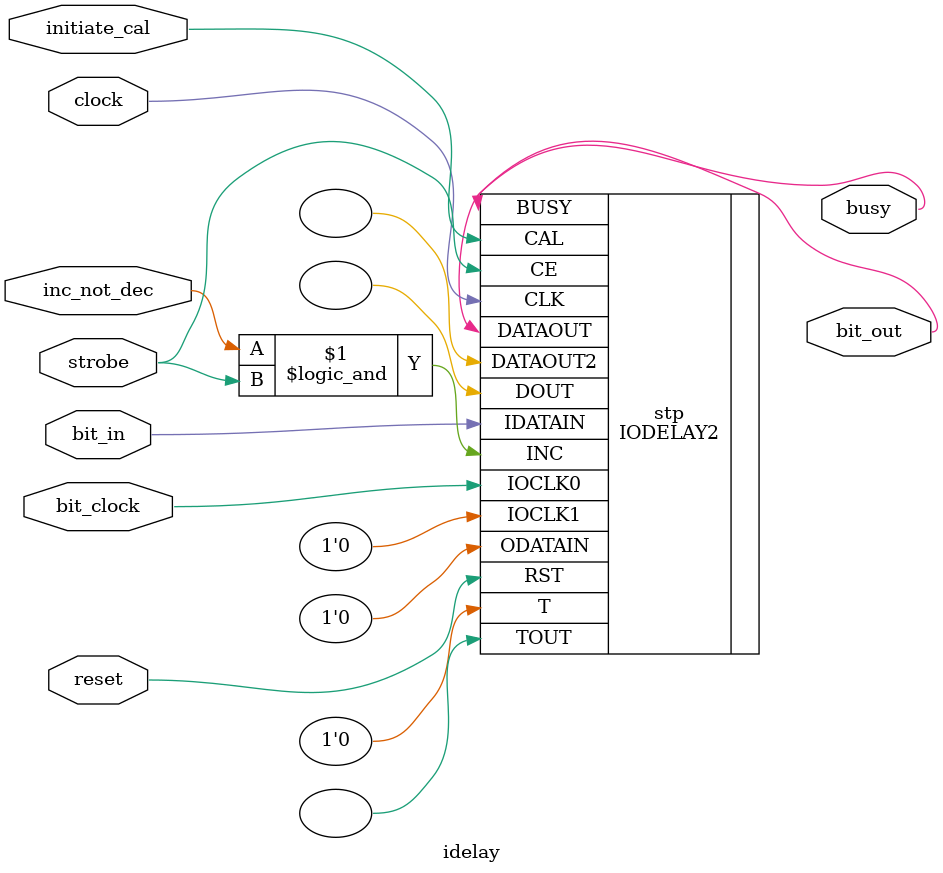
<source format=v>

`timescale 1ns / 1ps

// the following message:
//Place:1073 - Placer was unable to create RPM[OLOGIC_SHIFT_RPMS] for the
//   component mytop/mylei/mylei0/osirus_m*****_D of type OLOGIC for the following
//   reason.
//   The reason for this issue:
//   Some of the logic associated with this structure is locked. This should cause
//   the rest of the logic to be locked.A problem was found at site OLOGIC_X11Y2
//   where we must place OLOGIC mytop/mylei/mylei0/osirus_secondary_D in order to
//   satisfy the relative placement requirements of this logic.  OLOGIC
//   mytop/mylei/mylei1/osirus_primary_D appears to already be placed there which
//   makes this design unplaceable.  The following components are part of this
//   structure:
//      OLOGIC   mytop/mylei/mylei0/osirus_primary_D
//      OLOGIC   mytop/mylei/mylei0/osirus_secondary_D
// means that you have an p/n (primary/secondary) output connected to a oserdes n/p (secondary/primary) primitive, so change it to an oserdes p/n (primary/secondary) primitive, like so:
// either set .PINTYPE("n") or .PINTYPE("p") as appropriate

module iserdes_single4 #(
	parameter WIDTH = 4
) (
	input sample_clock,
	input data_in,
	input reset,
	output word_clock,
	output [WIDTH-1:0] word_out
);
	wire fast_clock;
	wire ioce;
	wire raw_word_clock;
	BUFIO2 #(.DIVIDE(WIDTH), .USE_DOUBLER("FALSE"), .I_INVERT("FALSE"), .DIVIDE_BYPASS("FALSE")) buffy (.I(sample_clock), .DIVCLK(raw_word_clock), .IOCLK(fast_clock), .SERDESSTROBE(ioce));
	BUFG fabbuf (.I(raw_word_clock), .O(word_clock));
	ISERDES2 #(
		.BITSLIP_ENABLE("FALSE"), // Enable Bitslip Functionality (TRUE/FALSE)
		.DATA_RATE("SDR"), // Data-rate ("SDR" or "DDR")
		.DATA_WIDTH(WIDTH), // Parallel data width selection (2-8)
		.INTERFACE_TYPE("RETIMED"),// "NETWORKING", "NETWORKING_PIPELINED" or "RETIMED"
		.SERDES_MODE("NONE") // "NONE", "M*****" or "S****"
	) ISERDES2_inst (
		.CFB0(), // 1-bit output: Clock feed-through route output
		.CFB1(), // 1-bit output: Clock feed-through route output
		.DFB(), // 1-bit output: Feed-through clock output
		.FABRICOUT(), // 1-bit output: Unsynchrnonized data output
		.INCDEC(), // 1-bit output: Phase detector output
		// Q1 - Q4: 1-bit (each) output: Registered outputs to FPGA logic
		.Q4(word_out[3]), // see ug381 page 80
		.Q3(word_out[2]),
		.Q2(word_out[1]),
		.Q1(word_out[0]),
		.SHIFTOUT(), // 1-bit output: Cascade output signal for primary/secondary I/O
		.VALID(), // 1-bit output: Output status of the phase detector
		.BITSLIP(1'b0), // 1-bit input: Bitslip enable input
		.CE0(1'b1), // 1-bit input: Clock enable input
		.CLK0(fast_clock), // 1-bit input: I/O clock network input
		.CLK1(1'b0), // 1-bit input: Secondary I/O clock network input
		.CLKDIV(word_clock), // 1-bit input: FPGA logic domain clock input
		.D(data_in), // 1-bit input: Input data
		.IOCE(ioce), // 1-bit input: Data strobe input
		.RST(reset), // 1-bit input: Asynchronous reset input
		.SHIFTIN(1'b0) // 1-bit input: Cascade input signal for primary/secondary I/O
	);
//	wire pll_is_locked;
//	wire buffered_pll_is_locked_and_strobe_is_aligned;
//	BUFPLL #(
//		.DIVIDE(WIDTH) // PLLIN divide-by value to produce SERDESSTROBE (1 to 8); default 1
//		) rx_bufpll_inst (
//		.PLLIN(sample_clock), // PLL Clock input
//		.GCLK(raw_fabric_clock), // Global Clock input
//		.LOCKED(pll_is_locked), // Clock0 locked input
//		.IOCLK(fast_clock), // Output PLL Clock
//		.LOCK(buffered_pll_is_locked_and_strobe_is_aligned), // BUFPLL Clock and strobe locked
//		.SERDESSTROBE(ioce) // Output SERDES strobe
//		);
endmodule

module iserdes_single8_inner #(
	parameter BIT_RATIO = 8,
	parameter PINTYPE = "p"
) (
	//input sample_clock_in,
	//input pll_is_locked,
	input reset,
	input bit_clock,
	input bit_strobe,
	input word_clock,
	input data_in,
	output [BIT_RATIO-1:0] word_out
);
//	wire bit_clock;
//	wire ioce;
//	wire raw_word_clock;
	//BUFIO2 #(.DIVIDE(BIT_RATIO), .USE_DOUBLER("FALSE"), .I_INVERT("FALSE"), .DIVIDE_BYPASS("FALSE")) buffy (.I(sample_clock), .DIVCLK(raw_word_clock), .IOCLK(bit_clock), .SERDESSTROBE(ioce));
//	wire buffered_pll_is_locked_and_strobe_is_aligned;
//	BUFPLL #(
//		.DIVIDE(BIT_RATIO) // PLLIN divide-by value to produce SERDESSTROBE (1 to 8); default 1
//	) rx_bufpll_inst (
//		.PLLIN(sample_clock), // PLL Clock input
//		.GCLK(raw_word_clock), // Global Clock input
//		.LOCKED(pll_is_locked), // Clock0 locked input
//		.IOCLK(bit_clock), // Output PLL Clock
//		.LOCK(buffered_pll_is_locked_and_strobe_is_aligned), // BUFPLL Clock and strobe locked
//		.SERDESSTROBE(ioce) // Output SERDES strobe
//	);
//	BUFG fabbuf (.I(raw_word_clock), .O(word_clock));
	wire cascade;
	// want first bit in to be the MSB of output word (Q1 contains first bit; secondary iserdes outputs first nybble)
	if (PINTYPE=="p") begin
		ISERDES2 #(
			.BITSLIP_ENABLE("FALSE"), // Enable Bitslip Functionality (TRUE/FALSE)
			.DATA_RATE("SDR"), // Data-rate ("SDR" or "DDR")
			.DATA_WIDTH(BIT_RATIO), // Parallel data width selection (2-8)
			.INTERFACE_TYPE("RETIMED"),// "NETWORKING", "NETWORKING_PIPELINED" or "RETIMED"
			.SERDES_MODE("MASTER") // "NONE", "M*****" or "S****"
		) ISERDES2_inst_0 (
			.CFB0(), // 1-bit output: Clock feed-through route output
			.CFB1(), // 1-bit output: Clock feed-through route output
			.DFB(), // 1-bit output: Feed-through clock output
			.FABRICOUT(), // 1-bit output: Unsynchrnonized data output
			.INCDEC(), // 1-bit output: Phase detector output
			// Q1 - Q4: 1-bit (each) output: Registered outputs to FPGA logic
			.Q4(word_out[0]), // see ug381 page 80
			.Q3(word_out[1]),
			.Q2(word_out[2]),
			.Q1(word_out[3]),
			.SHIFTOUT(cascade), // 1-bit output: Cascade output signal for primary/secondary I/O
			.VALID(), // 1-bit output: Output status of the phase detector
			.BITSLIP(1'b0), // 1-bit input: Bitslip enable input
			.CE0(1'b1), // 1-bit input: Clock enable input
			.CLK0(bit_clock), // 1-bit input: I/O clock network input
			.CLK1(1'b0), // 1-bit input: Secondary I/O clock network input
			.CLKDIV(word_clock), // 1-bit input: FPGA logic domain clock input
			.D(data_in), // 1-bit input: Input data
			.IOCE(bit_strobe), // 1-bit input: Data strobe input
			.RST(reset), // 1-bit input: Asynchronous reset input
			.SHIFTIN(1'b0) // 1-bit input: Cascade input signal for primary/secondary I/O
		);
		ISERDES2 #(
			.BITSLIP_ENABLE("FALSE"), // Enable Bitslip Functionality (TRUE/FALSE)
			.DATA_RATE("SDR"), // Data-rate ("SDR" or "DDR")
			.DATA_WIDTH(BIT_RATIO), // Parallel data width selection (2-8)
			.INTERFACE_TYPE("RETIMED"),// "NETWORKING", "NETWORKING_PIPELINED" or "RETIMED"
			.SERDES_MODE("SLAVE") // "NONE", "M*****" or "S****"
		) ISERDES2_inst_1 (
			.CFB0(), // 1-bit output: Clock feed-through route output
			.CFB1(), // 1-bit output: Clock feed-through route output
			.DFB(), // 1-bit output: Feed-through clock output
			.FABRICOUT(), // 1-bit output: Unsynchrnonized data output
			.INCDEC(), // 1-bit output: Phase detector output
			// Q1 - Q4: 1-bit (each) output: Registered outputs to FPGA logic
			.Q4(word_out[4]), // see ug381 page 80
			.Q3(word_out[5]),
			.Q2(word_out[6]),
			.Q1(word_out[7]),
			.SHIFTOUT(), // 1-bit output: Cascade output signal for primary/secondary I/O
			.VALID(), // 1-bit output: Output status of the phase detector
			.BITSLIP(1'b0), // 1-bit input: Bitslip enable input
			.CE0(1'b1), // 1-bit input: Clock enable input
			.CLK0(bit_clock), // 1-bit input: I/O clock network input
			.CLK1(1'b0), // 1-bit input: Secondary I/O clock network input
			.CLKDIV(word_clock), // 1-bit input: FPGA logic domain clock input
			.D(data_in), // 1-bit input: Input data
			.IOCE(bit_strobe), // 1-bit input: Data strobe input
			.RST(reset), // 1-bit input: Asynchronous reset input
			.SHIFTIN(cascade) // 1-bit input: Cascade input signal for primary/secondary I/O
		);
	end else begin // not sure what needs to change here (if anything) for the "n" type...
		ISERDES2 #(
			.BITSLIP_ENABLE("FALSE"), // Enable Bitslip Functionality (TRUE/FALSE)
			.DATA_RATE("SDR"), // Data-rate ("SDR" or "DDR")
			.DATA_WIDTH(BIT_RATIO), // Parallel data width selection (2-8)
			.INTERFACE_TYPE("RETIMED"),// "NETWORKING", "NETWORKING_PIPELINED" or "RETIMED"
			.SERDES_MODE("MASTER") // "NONE", "M*****" or "S****"
		) ISERDES2_inst_0 (
			.CFB0(), // 1-bit output: Clock feed-through route output
			.CFB1(), // 1-bit output: Clock feed-through route output
			.DFB(), // 1-bit output: Feed-through clock output
			.FABRICOUT(), // 1-bit output: Unsynchrnonized data output
			.INCDEC(), // 1-bit output: Phase detector output
			// Q1 - Q4: 1-bit (each) output: Registered outputs to FPGA logic
			.Q4(word_out[0]), // see ug381 page 80
			.Q3(word_out[1]),
			.Q2(word_out[2]),
			.Q1(word_out[3]),
			.SHIFTOUT(cascade), // 1-bit output: Cascade output signal for primary/secondary I/O
			.VALID(), // 1-bit output: Output status of the phase detector
			.BITSLIP(1'b0), // 1-bit input: Bitslip enable input
			.CE0(1'b1), // 1-bit input: Clock enable input
			.CLK0(bit_clock), // 1-bit input: I/O clock network input
			.CLK1(1'b0), // 1-bit input: Secondary I/O clock network input
			.CLKDIV(word_clock), // 1-bit input: FPGA logic domain clock input
			.D(data_in), // 1-bit input: Input data
			.IOCE(bit_strobe), // 1-bit input: Data strobe input
			.RST(reset), // 1-bit input: Asynchronous reset input
			.SHIFTIN(1'b0) // 1-bit input: Cascade input signal for primary/secondary I/O
		);
		ISERDES2 #(
			.BITSLIP_ENABLE("FALSE"), // Enable Bitslip Functionality (TRUE/FALSE)
			.DATA_RATE("SDR"), // Data-rate ("SDR" or "DDR")
			.DATA_WIDTH(BIT_RATIO), // Parallel data width selection (2-8)
			.INTERFACE_TYPE("RETIMED"),// "NETWORKING", "NETWORKING_PIPELINED" or "RETIMED"
			.SERDES_MODE("SLAVE") // "NONE", "M*****" or "S****"
		) ISERDES2_inst_1 (
			.CFB0(), // 1-bit output: Clock feed-through route output
			.CFB1(), // 1-bit output: Clock feed-through route output
			.DFB(), // 1-bit output: Feed-through clock output
			.FABRICOUT(), // 1-bit output: Unsynchrnonized data output
			.INCDEC(), // 1-bit output: Phase detector output
			// Q1 - Q4: 1-bit (each) output: Registered outputs to FPGA logic
			.Q4(word_out[4]), // see ug381 page 80
			.Q3(word_out[5]),
			.Q2(word_out[6]),
			.Q1(word_out[7]),
			.SHIFTOUT(), // 1-bit output: Cascade output signal for primary/secondary I/O
			.VALID(), // 1-bit output: Output status of the phase detector
			.BITSLIP(1'b0), // 1-bit input: Bitslip enable input
			.CE0(1'b1), // 1-bit input: Clock enable input
			.CLK0(bit_clock), // 1-bit input: I/O clock network input
			.CLK1(1'b0), // 1-bit input: Secondary I/O clock network input
			.CLKDIV(word_clock), // 1-bit input: FPGA logic domain clock input
			.D(data_in), // 1-bit input: Input data
			.IOCE(bit_strobe), // 1-bit input: Data strobe input
			.RST(reset), // 1-bit input: Asynchronous reset input
			.SHIFTIN(cascade) // 1-bit input: Cascade input signal for primary/secondary I/O
		);
	end
endmodule

module iserdes_single8 #(
	parameter SCOPE = "BUFPLL", // can be "BUFIO2" (525 MHz max), "BUFPLL" (1050 MHz max) or "GLOBAL" (400 MHz max) for speed grade 3
	parameter BIT_DEPTH=8, // how many fast_clock cycles per word_clock (same as previous definition of WIDTH parameter)
	parameter MODE = "WORD_CLOCK_IN", // can be "WORD_CLOCK_IN" or "BIT_CLOCK_IN"
	parameter PINTYPE = "p",
	parameter PHASE = 0.0,
	parameter PERIOD = 20.0,
	parameter DIVIDE = 2,
	parameter MULTIPLY = 40,
	parameter CLK_FEEDBACK = "CLKFBOUT"
) (
	input clock_in,
	input reset,
	input data_in,
	output word_clock_out,
	output [BIT_DEPTH-1:0] word_out,
	output locked
);
	wire bit_clock;
	wire bit_strobe;
	iserdes_single8_inner #(.BIT_RATIO(BIT_DEPTH), .PINTYPE(PINTYPE)) is8i (.bit_clock(bit_clock), .bit_strobe(bit_strobe), .word_clock(word_clock_out), .reset(reset), .data_in(data_in), .word_out(word_out));
	oserdes_pll #(.BIT_DEPTH(BIT_DEPTH), .CLKIN_PERIOD(PERIOD), .PLLD(DIVIDE), .PLLX(MULTIPLY), .SCOPE(SCOPE), .MODE(MODE), .CLK_FEEDBACK(CLK_FEEDBACK), .PHASE(PHASE)) difficult_pll (
		.reset(reset), .clock_in(clock_in), .word_clock_out(word_clock_out),
		.serializer_clock_out(bit_clock), .serializer_strobe_out(bit_strobe), .locked(locked)
	);
endmodule

module iserdes_dodecahedron_input #(
	parameter SCOPE = "BUFPLL", // can be "BUFIO2" (525 MHz max), "BUFPLL" (1050 MHz max) or "GLOBAL" (400 MHz max) for speed grade 3
	parameter SPLIT_BANKS = 0, // note: SCOPE is effectively global when SPLIT_BANKS is 1
	parameter BIT_DEPTH=8, // how many fast_clock cycles per word_clock (same as previous definition of WIDTH parameter)
	parameter MODE = "WORD_CLOCK_IN", // can be "WORD_CLOCK_IN" or "BIT_CLOCK_IN"
	parameter PERIOD = 10.0, // 100 MHz
	parameter MULTIPLY = 8, // 800 MHz
	parameter DIVIDE = 2, // 400 MHz
	parameter EXTRA_DIVIDE = 1
) (
	input clock_in,
	output word_clock_out,
	input reset,
	output [BIT_DEPTH-1:0] word_out_1, word_out_2, word_out_3, word_out_4, word_out_5, word_out_6, word_out_7, word_out_8, word_out_9, word_out_10, word_out_11, word_out_12,
	input [12:1] bit_in,
	output locked
);
	wire bit_clockA, bit_clockB;
	wire bit_strobeA, bit_strobeB;
	wire word_clockA, word_clockB;
	iserdes_single8_inner #(.BIT_RATIO(BIT_DEPTH)) is8i_1  (.word_clock(word_clockA), .bit_clock(bit_clockA), .bit_strobe(bit_strobeA), .reset(reset), .data_in(bit_in[1]),  .word_out(word_out_1));
	iserdes_single8_inner #(.BIT_RATIO(BIT_DEPTH)) is8i_2  (.word_clock(word_clockA), .bit_clock(bit_clockA), .bit_strobe(bit_strobeA), .reset(reset), .data_in(bit_in[2]),  .word_out(word_out_2));
	iserdes_single8_inner #(.BIT_RATIO(BIT_DEPTH)) is8i_3  (.word_clock(word_clockA), .bit_clock(bit_clockA), .bit_strobe(bit_strobeA), .reset(reset), .data_in(bit_in[3]),  .word_out(word_out_3));
	iserdes_single8_inner #(.BIT_RATIO(BIT_DEPTH)) is8i_4  (.word_clock(word_clockA), .bit_clock(bit_clockA), .bit_strobe(bit_strobeA), .reset(reset), .data_in(bit_in[4]),  .word_out(word_out_4));
	iserdes_single8_inner #(.BIT_RATIO(BIT_DEPTH)) is8i_5  (.word_clock(word_clockA), .bit_clock(bit_clockA), .bit_strobe(bit_strobeA), .reset(reset), .data_in(bit_in[5]),  .word_out(word_out_5));
	iserdes_single8_inner #(.BIT_RATIO(BIT_DEPTH)) is8i_6  (.word_clock(word_clockA), .bit_clock(bit_clockA), .bit_strobe(bit_strobeA), .reset(reset), .data_in(bit_in[6]),  .word_out(word_out_6));
	iserdes_single8_inner #(.BIT_RATIO(BIT_DEPTH)) is8i_7  (.word_clock(word_clockB), .bit_clock(bit_clockB), .bit_strobe(bit_strobeB), .reset(reset), .data_in(bit_in[7]),  .word_out(word_out_7));
	iserdes_single8_inner #(.BIT_RATIO(BIT_DEPTH)) is8i_8  (.word_clock(word_clockB), .bit_clock(bit_clockB), .bit_strobe(bit_strobeB), .reset(reset), .data_in(bit_in[8]),  .word_out(word_out_8));
	iserdes_single8_inner #(.BIT_RATIO(BIT_DEPTH)) is8i_9  (.word_clock(word_clockB), .bit_clock(bit_clockB), .bit_strobe(bit_strobeB), .reset(reset), .data_in(bit_in[9]),  .word_out(word_out_9));
	iserdes_single8_inner #(.BIT_RATIO(BIT_DEPTH)) is8i_10 (.word_clock(word_clockB), .bit_clock(bit_clockB), .bit_strobe(bit_strobeB), .reset(reset), .data_in(bit_in[10]), .word_out(word_out_10));
	iserdes_single8_inner #(.BIT_RATIO(BIT_DEPTH)) is8i_11 (.word_clock(word_clockB), .bit_clock(bit_clockB), .bit_strobe(bit_strobeB), .reset(reset), .data_in(bit_in[11]), .word_out(word_out_11));
	iserdes_single8_inner #(.BIT_RATIO(BIT_DEPTH)) is8i_12 (.word_clock(word_clockB), .bit_clock(bit_clockB), .bit_strobe(bit_strobeB), .reset(reset), .data_in(bit_in[12]), .word_out(word_out_12));
	if (SPLIT_BANKS) begin
		wire clock_1x, clock_nx;
		wire pll_is_locked;
		simpll #(
			.BIT_DEPTH(BIT_DEPTH),
			.CLKIN_PERIOD(PERIOD),
			.PHASE(0.0),
			.PHASE2345(0.0),
			.PLLD(DIVIDE),
			.PLLX(MULTIPLY),
			.EXTRA_DIVIDE(EXTRA_DIVIDE)
//			.CLK_FEEDBACK("CLKFBOUT")
		) siphon (
			.clock_in(clock_in),
			.reset(reset),
//			.clock_nx_fb(bit_clockA),
			.pll_is_locked(pll_is_locked),
			.clock_1x(clock_1x),
			.clock_1x_1(),
			.clock_1x_2(),
			.clock_1x_3(),
			.clock_1x_4(),
			.clock_nx(clock_nx)
		);
		BUFG bufg_txA (.I(clock_1x), .O(word_clockA));
		BUFG bufg_txB (.I(clock_1x), .O(word_clockB));
		wire strobe_is_alignedA, strobe_is_alignedB;
		BUFPLL #(
			.ENABLE_SYNC("TRUE"), // synchronizes strobe to gclk input
			.DIVIDE(BIT_DEPTH) // PLLIN divide-by value to produce SERDESSTROBE (1 to 8); default 1
		) tx_bufpll_inst_A (
			.PLLIN(clock_nx), // PLL Clock input
			.GCLK(word_clockA), // Global Clock input
			.LOCKED(pll_is_locked), // Clock0 locked input
			.IOCLK(bit_clockA), // Output PLL Clock
			.LOCK(strobe_is_alignedA), // BUFPLL Clock and strobe locked
			.SERDESSTROBE(bit_strobeA) // Output SERDES strobe
		);
		BUFPLL #(
			.ENABLE_SYNC("TRUE"), // synchronizes strobe to gclk input
			.DIVIDE(BIT_DEPTH) // PLLIN divide-by value to produce SERDESSTROBE (1 to 8); default 1
		) tx_bufpll_inst_B (
			.PLLIN(clock_nx), // PLL Clock input
			.GCLK(word_clockB), // Global Clock input
			.LOCKED(pll_is_locked), // Clock0 locked input
			.IOCLK(bit_clockB), // Output PLL Clock
			.LOCK(strobe_is_alignedB), // BUFPLL Clock and strobe locked
			.SERDESSTROBE(bit_strobeB) // Output SERDES strobe
		);
		assign word_clock_out = word_clockA;
		assign locked = pll_is_locked && strobe_is_alignedA && strobe_is_alignedB;
	end else begin
		wire bit_strobe;
		assign bit_strobeA = bit_strobe;
		assign bit_strobeB = bit_strobe;
		assign word_clockA = word_clock_out;
		assign word_clockB = word_clock_out;
		wire bit_clock;
		assign bit_clockA = bit_clock;
		assign bit_clockB = bit_clock;
		oserdes_pll #(.BIT_DEPTH(BIT_DEPTH), .CLKIN_PERIOD(PERIOD), .PLLD(DIVIDE), .PLLX(MULTIPLY), .SCOPE(SCOPE), .MODE(MODE)) difficult_pll_TR (
			.reset(reset), .clock_in(clock_in), .word_clock_out(word_clock_out),
			.serializer_clock_out(bit_clock), .serializer_strobe_out(bit_strobe), .locked(locked)
		);
	end
endmodule

module iserdes_icositetrahedron_input #(
	parameter SCOPE = "BUFPLL", // can be "BUFIO2" (525 MHz max), "BUFPLL" (1050 MHz max) or "GLOBAL" (400 MHz max) for speed grade 3
	parameter BIT_DEPTH=8, // how many fast_clock cycles per word_clock (same as previous definition of WIDTH parameter)
	parameter MODE = "WORD_CLOCK_IN", // can be "WORD_CLOCK_IN" or "BIT_CLOCK_IN"
	parameter PERIOD = 10.0, // 100 MHz
	parameter MULTIPLY = 8, // 800 MHz
	parameter DIVIDE = 2, // 400 MHz
	parameter EXTRA_DIVIDE = 1
) (
	input clock_in,
	output word_clock_out,
	input reset,
	output [BIT_DEPTH-1:0] word_out_1a, word_out_2a, word_out_3a, word_out_4a, word_out_5a, word_out_6a, word_out_7a, word_out_8a, word_out_9a, word_out_10a, word_out_11a, word_out_12a,
	                       word_out_1b, word_out_2b, word_out_3b, word_out_4b, word_out_5b, word_out_6b, word_out_7b, word_out_8b, word_out_9b, word_out_10b, word_out_11b, word_out_12b,
	input [12:1] bit_in_a, bit_in_b,
	output locked
);
	wire bit_clock;
	wire bit_strobe;
	iserdes_single8_inner #(.BIT_RATIO(BIT_DEPTH)) is8i_1a  (.word_clock(word_clock_out), .bit_clock(bit_clock), .bit_strobe(bit_strobe), .reset(reset), .data_in(bit_in_a[1]),  .word_out(word_out_1a));
	iserdes_single8_inner #(.BIT_RATIO(BIT_DEPTH)) is8i_2a  (.word_clock(word_clock_out), .bit_clock(bit_clock), .bit_strobe(bit_strobe), .reset(reset), .data_in(bit_in_a[2]),  .word_out(word_out_2a));
	iserdes_single8_inner #(.BIT_RATIO(BIT_DEPTH)) is8i_3a  (.word_clock(word_clock_out), .bit_clock(bit_clock), .bit_strobe(bit_strobe), .reset(reset), .data_in(bit_in_a[3]),  .word_out(word_out_3a));
	iserdes_single8_inner #(.BIT_RATIO(BIT_DEPTH)) is8i_4a  (.word_clock(word_clock_out), .bit_clock(bit_clock), .bit_strobe(bit_strobe), .reset(reset), .data_in(bit_in_a[4]),  .word_out(word_out_4a));
	iserdes_single8_inner #(.BIT_RATIO(BIT_DEPTH)) is8i_5a  (.word_clock(word_clock_out), .bit_clock(bit_clock), .bit_strobe(bit_strobe), .reset(reset), .data_in(bit_in_a[5]),  .word_out(word_out_5a));
	iserdes_single8_inner #(.BIT_RATIO(BIT_DEPTH)) is8i_6a  (.word_clock(word_clock_out), .bit_clock(bit_clock), .bit_strobe(bit_strobe), .reset(reset), .data_in(bit_in_a[6]),  .word_out(word_out_6a));
	iserdes_single8_inner #(.BIT_RATIO(BIT_DEPTH)) is8i_7a  (.word_clock(word_clock_out), .bit_clock(bit_clock), .bit_strobe(bit_strobe), .reset(reset), .data_in(bit_in_a[7]),  .word_out(word_out_7a));
	iserdes_single8_inner #(.BIT_RATIO(BIT_DEPTH)) is8i_8a  (.word_clock(word_clock_out), .bit_clock(bit_clock), .bit_strobe(bit_strobe), .reset(reset), .data_in(bit_in_a[8]),  .word_out(word_out_8a));
	iserdes_single8_inner #(.BIT_RATIO(BIT_DEPTH)) is8i_9a  (.word_clock(word_clock_out), .bit_clock(bit_clock), .bit_strobe(bit_strobe), .reset(reset), .data_in(bit_in_a[9]),  .word_out(word_out_9a));
	iserdes_single8_inner #(.BIT_RATIO(BIT_DEPTH)) is8i_10a (.word_clock(word_clock_out), .bit_clock(bit_clock), .bit_strobe(bit_strobe), .reset(reset), .data_in(bit_in_a[10]), .word_out(word_out_10a));
	iserdes_single8_inner #(.BIT_RATIO(BIT_DEPTH)) is8i_11a (.word_clock(word_clock_out), .bit_clock(bit_clock), .bit_strobe(bit_strobe), .reset(reset), .data_in(bit_in_a[11]), .word_out(word_out_11a));
	iserdes_single8_inner #(.BIT_RATIO(BIT_DEPTH)) is8i_12a (.word_clock(word_clock_out), .bit_clock(bit_clock), .bit_strobe(bit_strobe), .reset(reset), .data_in(bit_in_a[12]), .word_out(word_out_12a));
	iserdes_single8_inner #(.BIT_RATIO(BIT_DEPTH)) is8i_1b  (.word_clock(word_clock_out), .bit_clock(bit_clock), .bit_strobe(bit_strobe), .reset(reset), .data_in(bit_in_b[1]),  .word_out(word_out_1b));
	iserdes_single8_inner #(.BIT_RATIO(BIT_DEPTH)) is8i_2b  (.word_clock(word_clock_out), .bit_clock(bit_clock), .bit_strobe(bit_strobe), .reset(reset), .data_in(bit_in_b[2]),  .word_out(word_out_2b));
	iserdes_single8_inner #(.BIT_RATIO(BIT_DEPTH)) is8i_3b  (.word_clock(word_clock_out), .bit_clock(bit_clock), .bit_strobe(bit_strobe), .reset(reset), .data_in(bit_in_b[3]),  .word_out(word_out_3b));
	iserdes_single8_inner #(.BIT_RATIO(BIT_DEPTH)) is8i_4b  (.word_clock(word_clock_out), .bit_clock(bit_clock), .bit_strobe(bit_strobe), .reset(reset), .data_in(bit_in_b[4]),  .word_out(word_out_4b));
	iserdes_single8_inner #(.BIT_RATIO(BIT_DEPTH)) is8i_5b  (.word_clock(word_clock_out), .bit_clock(bit_clock), .bit_strobe(bit_strobe), .reset(reset), .data_in(bit_in_b[5]),  .word_out(word_out_5b));
	iserdes_single8_inner #(.BIT_RATIO(BIT_DEPTH)) is8i_6b  (.word_clock(word_clock_out), .bit_clock(bit_clock), .bit_strobe(bit_strobe), .reset(reset), .data_in(bit_in_b[6]),  .word_out(word_out_6b));
	iserdes_single8_inner #(.BIT_RATIO(BIT_DEPTH)) is8i_7b  (.word_clock(word_clock_out), .bit_clock(bit_clock), .bit_strobe(bit_strobe), .reset(reset), .data_in(bit_in_b[7]),  .word_out(word_out_7b));
	iserdes_single8_inner #(.BIT_RATIO(BIT_DEPTH)) is8i_8b  (.word_clock(word_clock_out), .bit_clock(bit_clock), .bit_strobe(bit_strobe), .reset(reset), .data_in(bit_in_b[8]),  .word_out(word_out_8b));
	iserdes_single8_inner #(.BIT_RATIO(BIT_DEPTH)) is8i_9b  (.word_clock(word_clock_out), .bit_clock(bit_clock), .bit_strobe(bit_strobe), .reset(reset), .data_in(bit_in_b[9]),  .word_out(word_out_9b));
	iserdes_single8_inner #(.BIT_RATIO(BIT_DEPTH)) is8i_10b (.word_clock(word_clock_out), .bit_clock(bit_clock), .bit_strobe(bit_strobe), .reset(reset), .data_in(bit_in_b[10]), .word_out(word_out_10b));
	iserdes_single8_inner #(.BIT_RATIO(BIT_DEPTH)) is8i_11b (.word_clock(word_clock_out), .bit_clock(bit_clock), .bit_strobe(bit_strobe), .reset(reset), .data_in(bit_in_b[11]), .word_out(word_out_11b));
	iserdes_single8_inner #(.BIT_RATIO(BIT_DEPTH)) is8i_12b (.word_clock(word_clock_out), .bit_clock(bit_clock), .bit_strobe(bit_strobe), .reset(reset), .data_in(bit_in_b[12]), .word_out(word_out_12b));
//	if (SCOPE=="GLOBAL") begin
		oserdes_pll #(.BIT_DEPTH(BIT_DEPTH), .CLKIN_PERIOD(PERIOD), .PLLD(DIVIDE), .PLLX(MULTIPLY), .SCOPE(SCOPE), .MODE(MODE), .EXTRA_DIVIDE(EXTRA_DIVIDE)) difficult_pll_TR (
			.reset(reset), .clock_in(clock_in), .word_clock_out(word_clock_out),
			.serializer_clock_out(bit_clock), .serializer_strobe_out(bit_strobe), .locked(locked)
		);
//	end else begin
//	end
endmodule

module iserdes_tetracontaoctagon_input #(
	parameter SCOPE = "BUFPLL", // can be "BUFIO2" (525 MHz max), "BUFPLL" (1050 MHz max) or "GLOBAL" (400 MHz max) for speed grade 3
	parameter BIT_DEPTH = 8, // how many fast_clock cycles per word_clock (same as previous definition of WIDTH parameter)
//	parameter MODE = "WORD_CLOCK_IN", // can be "WORD_CLOCK_IN" or "BIT_CLOCK_IN"
	parameter PERIOD = 10.0, // 100 MHz
	parameter MULTIPLY = 8, // 800 MHz
	parameter DIVIDE = 2, // 400 MHz
	parameter EXTRA_DIVIDE = 1
) (
	input clock_in,
	output word_clock_out,
	input reset,
	output [BIT_DEPTH-1:0] word_out_1a, word_out_2a, word_out_3a, word_out_4a, word_out_5a, word_out_6a, word_out_7a, word_out_8a, word_out_9a, word_out_10a, word_out_11a, word_out_12a,
	                       word_out_1b, word_out_2b, word_out_3b, word_out_4b, word_out_5b, word_out_6b, word_out_7b, word_out_8b, word_out_9b, word_out_10b, word_out_11b, word_out_12b,
	                       word_out_1c, word_out_2c, word_out_3c, word_out_4c, word_out_5c, word_out_6c, word_out_7c, word_out_8c, word_out_9c, word_out_10c, word_out_11c, word_out_12c,
	                       word_out_1d, word_out_2d, word_out_3d, word_out_4d, word_out_5d, word_out_6d, word_out_7d, word_out_8d, word_out_9d, word_out_10d, word_out_11d, word_out_12d,
	input [12:1] bit_in_a, bit_in_b, bit_in_c, bit_in_d,
	output locked
);
	wire bit_clockAB, bit_clockCD;
	wire bit_strobeAB, bit_strobeCD;
	wire word_clockAB, word_clockCD;
	iserdes_single8_inner #(.BIT_RATIO(BIT_DEPTH)) is8i_1a  (.word_clock(word_clockAB), .bit_clock(bit_clockAB), .bit_strobe(bit_strobeAB), .reset(reset), .data_in(bit_in_a[1]),  .word_out(word_out_1a));
	iserdes_single8_inner #(.BIT_RATIO(BIT_DEPTH)) is8i_2a  (.word_clock(word_clockAB), .bit_clock(bit_clockAB), .bit_strobe(bit_strobeAB), .reset(reset), .data_in(bit_in_a[2]),  .word_out(word_out_2a));
	iserdes_single8_inner #(.BIT_RATIO(BIT_DEPTH)) is8i_3a  (.word_clock(word_clockAB), .bit_clock(bit_clockAB), .bit_strobe(bit_strobeAB), .reset(reset), .data_in(bit_in_a[3]),  .word_out(word_out_3a));
	iserdes_single8_inner #(.BIT_RATIO(BIT_DEPTH)) is8i_4a  (.word_clock(word_clockAB), .bit_clock(bit_clockAB), .bit_strobe(bit_strobeAB), .reset(reset), .data_in(bit_in_a[4]),  .word_out(word_out_4a));
	iserdes_single8_inner #(.BIT_RATIO(BIT_DEPTH)) is8i_5a  (.word_clock(word_clockAB), .bit_clock(bit_clockAB), .bit_strobe(bit_strobeAB), .reset(reset), .data_in(bit_in_a[5]),  .word_out(word_out_5a));
	iserdes_single8_inner #(.BIT_RATIO(BIT_DEPTH)) is8i_6a  (.word_clock(word_clockAB), .bit_clock(bit_clockAB), .bit_strobe(bit_strobeAB), .reset(reset), .data_in(bit_in_a[6]),  .word_out(word_out_6a));
	iserdes_single8_inner #(.BIT_RATIO(BIT_DEPTH)) is8i_7a  (.word_clock(word_clockAB), .bit_clock(bit_clockAB), .bit_strobe(bit_strobeAB), .reset(reset), .data_in(bit_in_a[7]),  .word_out(word_out_7a));
	iserdes_single8_inner #(.BIT_RATIO(BIT_DEPTH)) is8i_8a  (.word_clock(word_clockAB), .bit_clock(bit_clockAB), .bit_strobe(bit_strobeAB), .reset(reset), .data_in(bit_in_a[8]),  .word_out(word_out_8a));
	iserdes_single8_inner #(.BIT_RATIO(BIT_DEPTH)) is8i_9a  (.word_clock(word_clockAB), .bit_clock(bit_clockAB), .bit_strobe(bit_strobeAB), .reset(reset), .data_in(bit_in_a[9]),  .word_out(word_out_9a));
	iserdes_single8_inner #(.BIT_RATIO(BIT_DEPTH)) is8i_10a (.word_clock(word_clockAB), .bit_clock(bit_clockAB), .bit_strobe(bit_strobeAB), .reset(reset), .data_in(bit_in_a[10]), .word_out(word_out_10a));
	iserdes_single8_inner #(.BIT_RATIO(BIT_DEPTH)) is8i_11a (.word_clock(word_clockAB), .bit_clock(bit_clockAB), .bit_strobe(bit_strobeAB), .reset(reset), .data_in(bit_in_a[11]), .word_out(word_out_11a));
	iserdes_single8_inner #(.BIT_RATIO(BIT_DEPTH)) is8i_12a (.word_clock(word_clockAB), .bit_clock(bit_clockAB), .bit_strobe(bit_strobeAB), .reset(reset), .data_in(bit_in_a[12]), .word_out(word_out_12a));
	iserdes_single8_inner #(.BIT_RATIO(BIT_DEPTH)) is8i_1b  (.word_clock(word_clockAB), .bit_clock(bit_clockAB), .bit_strobe(bit_strobeAB), .reset(reset), .data_in(bit_in_b[1]),  .word_out(word_out_1b));
	iserdes_single8_inner #(.BIT_RATIO(BIT_DEPTH)) is8i_2b  (.word_clock(word_clockAB), .bit_clock(bit_clockAB), .bit_strobe(bit_strobeAB), .reset(reset), .data_in(bit_in_b[2]),  .word_out(word_out_2b));
	iserdes_single8_inner #(.BIT_RATIO(BIT_DEPTH)) is8i_3b  (.word_clock(word_clockAB), .bit_clock(bit_clockAB), .bit_strobe(bit_strobeAB), .reset(reset), .data_in(bit_in_b[3]),  .word_out(word_out_3b));
	iserdes_single8_inner #(.BIT_RATIO(BIT_DEPTH)) is8i_4b  (.word_clock(word_clockAB), .bit_clock(bit_clockAB), .bit_strobe(bit_strobeAB), .reset(reset), .data_in(bit_in_b[4]),  .word_out(word_out_4b));
	iserdes_single8_inner #(.BIT_RATIO(BIT_DEPTH)) is8i_5b  (.word_clock(word_clockAB), .bit_clock(bit_clockAB), .bit_strobe(bit_strobeAB), .reset(reset), .data_in(bit_in_b[5]),  .word_out(word_out_5b));
	iserdes_single8_inner #(.BIT_RATIO(BIT_DEPTH)) is8i_6b  (.word_clock(word_clockAB), .bit_clock(bit_clockAB), .bit_strobe(bit_strobeAB), .reset(reset), .data_in(bit_in_b[6]),  .word_out(word_out_6b));
	iserdes_single8_inner #(.BIT_RATIO(BIT_DEPTH)) is8i_7b  (.word_clock(word_clockAB), .bit_clock(bit_clockAB), .bit_strobe(bit_strobeAB), .reset(reset), .data_in(bit_in_b[7]),  .word_out(word_out_7b));
	iserdes_single8_inner #(.BIT_RATIO(BIT_DEPTH)) is8i_8b  (.word_clock(word_clockAB), .bit_clock(bit_clockAB), .bit_strobe(bit_strobeAB), .reset(reset), .data_in(bit_in_b[8]),  .word_out(word_out_8b));
	iserdes_single8_inner #(.BIT_RATIO(BIT_DEPTH)) is8i_9b  (.word_clock(word_clockAB), .bit_clock(bit_clockAB), .bit_strobe(bit_strobeAB), .reset(reset), .data_in(bit_in_b[9]),  .word_out(word_out_9b));
	iserdes_single8_inner #(.BIT_RATIO(BIT_DEPTH)) is8i_10b (.word_clock(word_clockAB), .bit_clock(bit_clockAB), .bit_strobe(bit_strobeAB), .reset(reset), .data_in(bit_in_b[10]), .word_out(word_out_10b));
	iserdes_single8_inner #(.BIT_RATIO(BIT_DEPTH)) is8i_11b (.word_clock(word_clockAB), .bit_clock(bit_clockAB), .bit_strobe(bit_strobeAB), .reset(reset), .data_in(bit_in_b[11]), .word_out(word_out_11b));
	iserdes_single8_inner #(.BIT_RATIO(BIT_DEPTH)) is8i_12b (.word_clock(word_clockAB), .bit_clock(bit_clockAB), .bit_strobe(bit_strobeAB), .reset(reset), .data_in(bit_in_b[12]), .word_out(word_out_12b));
	iserdes_single8_inner #(.BIT_RATIO(BIT_DEPTH)) is8i_1c  (.word_clock(word_clockCD), .bit_clock(bit_clockCD), .bit_strobe(bit_strobeCD), .reset(reset), .data_in(bit_in_c[1]),  .word_out(word_out_1c));
	iserdes_single8_inner #(.BIT_RATIO(BIT_DEPTH)) is8i_2c  (.word_clock(word_clockCD), .bit_clock(bit_clockCD), .bit_strobe(bit_strobeCD), .reset(reset), .data_in(bit_in_c[2]),  .word_out(word_out_2c));
	iserdes_single8_inner #(.BIT_RATIO(BIT_DEPTH)) is8i_3c  (.word_clock(word_clockCD), .bit_clock(bit_clockCD), .bit_strobe(bit_strobeCD), .reset(reset), .data_in(bit_in_c[3]),  .word_out(word_out_3c));
	iserdes_single8_inner #(.BIT_RATIO(BIT_DEPTH)) is8i_4c  (.word_clock(word_clockCD), .bit_clock(bit_clockCD), .bit_strobe(bit_strobeCD), .reset(reset), .data_in(bit_in_c[4]),  .word_out(word_out_4c));
	iserdes_single8_inner #(.BIT_RATIO(BIT_DEPTH)) is8i_5c  (.word_clock(word_clockCD), .bit_clock(bit_clockCD), .bit_strobe(bit_strobeCD), .reset(reset), .data_in(bit_in_c[5]),  .word_out(word_out_5c));
	iserdes_single8_inner #(.BIT_RATIO(BIT_DEPTH)) is8i_6c  (.word_clock(word_clockCD), .bit_clock(bit_clockCD), .bit_strobe(bit_strobeCD), .reset(reset), .data_in(bit_in_c[6]),  .word_out(word_out_6c));
	iserdes_single8_inner #(.BIT_RATIO(BIT_DEPTH)) is8i_7c  (.word_clock(word_clockCD), .bit_clock(bit_clockCD), .bit_strobe(bit_strobeCD), .reset(reset), .data_in(bit_in_c[7]),  .word_out(word_out_7c));
	iserdes_single8_inner #(.BIT_RATIO(BIT_DEPTH)) is8i_8c  (.word_clock(word_clockCD), .bit_clock(bit_clockCD), .bit_strobe(bit_strobeCD), .reset(reset), .data_in(bit_in_c[8]),  .word_out(word_out_8c));
	iserdes_single8_inner #(.BIT_RATIO(BIT_DEPTH)) is8i_9c  (.word_clock(word_clockCD), .bit_clock(bit_clockCD), .bit_strobe(bit_strobeCD), .reset(reset), .data_in(bit_in_c[9]),  .word_out(word_out_9c));
	iserdes_single8_inner #(.BIT_RATIO(BIT_DEPTH)) is8i_10c (.word_clock(word_clockCD), .bit_clock(bit_clockCD), .bit_strobe(bit_strobeCD), .reset(reset), .data_in(bit_in_c[10]), .word_out(word_out_10c));
	iserdes_single8_inner #(.BIT_RATIO(BIT_DEPTH)) is8i_11c (.word_clock(word_clockCD), .bit_clock(bit_clockCD), .bit_strobe(bit_strobeCD), .reset(reset), .data_in(bit_in_c[11]), .word_out(word_out_11c));
	iserdes_single8_inner #(.BIT_RATIO(BIT_DEPTH)) is8i_12c (.word_clock(word_clockCD), .bit_clock(bit_clockCD), .bit_strobe(bit_strobeCD), .reset(reset), .data_in(bit_in_c[12]), .word_out(word_out_12c));
	iserdes_single8_inner #(.BIT_RATIO(BIT_DEPTH)) is8i_1d  (.word_clock(word_clockCD), .bit_clock(bit_clockCD), .bit_strobe(bit_strobeCD), .reset(reset), .data_in(bit_in_d[1]),  .word_out(word_out_1d));
	iserdes_single8_inner #(.BIT_RATIO(BIT_DEPTH)) is8i_2d  (.word_clock(word_clockCD), .bit_clock(bit_clockCD), .bit_strobe(bit_strobeCD), .reset(reset), .data_in(bit_in_d[2]),  .word_out(word_out_2d));
	iserdes_single8_inner #(.BIT_RATIO(BIT_DEPTH)) is8i_3d  (.word_clock(word_clockCD), .bit_clock(bit_clockCD), .bit_strobe(bit_strobeCD), .reset(reset), .data_in(bit_in_d[3]),  .word_out(word_out_3d));
	iserdes_single8_inner #(.BIT_RATIO(BIT_DEPTH)) is8i_4d  (.word_clock(word_clockCD), .bit_clock(bit_clockCD), .bit_strobe(bit_strobeCD), .reset(reset), .data_in(bit_in_d[4]),  .word_out(word_out_4d));
	iserdes_single8_inner #(.BIT_RATIO(BIT_DEPTH)) is8i_5d  (.word_clock(word_clockCD), .bit_clock(bit_clockCD), .bit_strobe(bit_strobeCD), .reset(reset), .data_in(bit_in_d[5]),  .word_out(word_out_5d));
	iserdes_single8_inner #(.BIT_RATIO(BIT_DEPTH)) is8i_6d  (.word_clock(word_clockCD), .bit_clock(bit_clockCD), .bit_strobe(bit_strobeCD), .reset(reset), .data_in(bit_in_d[6]),  .word_out(word_out_6d));
	iserdes_single8_inner #(.BIT_RATIO(BIT_DEPTH)) is8i_7d  (.word_clock(word_clockCD), .bit_clock(bit_clockCD), .bit_strobe(bit_strobeCD), .reset(reset), .data_in(bit_in_d[7]),  .word_out(word_out_7d));
	iserdes_single8_inner #(.BIT_RATIO(BIT_DEPTH)) is8i_8d  (.word_clock(word_clockCD), .bit_clock(bit_clockCD), .bit_strobe(bit_strobeCD), .reset(reset), .data_in(bit_in_d[8]),  .word_out(word_out_8d));
	iserdes_single8_inner #(.BIT_RATIO(BIT_DEPTH)) is8i_9d  (.word_clock(word_clockCD), .bit_clock(bit_clockCD), .bit_strobe(bit_strobeCD), .reset(reset), .data_in(bit_in_d[9]),  .word_out(word_out_9d));
	iserdes_single8_inner #(.BIT_RATIO(BIT_DEPTH)) is8i_10d (.word_clock(word_clockCD), .bit_clock(bit_clockCD), .bit_strobe(bit_strobeCD), .reset(reset), .data_in(bit_in_d[10]), .word_out(word_out_10d));
	iserdes_single8_inner #(.BIT_RATIO(BIT_DEPTH)) is8i_11d (.word_clock(word_clockCD), .bit_clock(bit_clockCD), .bit_strobe(bit_strobeCD), .reset(reset), .data_in(bit_in_d[11]), .word_out(word_out_11d));
	iserdes_single8_inner #(.BIT_RATIO(BIT_DEPTH)) is8i_12d (.word_clock(word_clockCD), .bit_clock(bit_clockCD), .bit_strobe(bit_strobeCD), .reset(reset), .data_in(bit_in_d[12]), .word_out(word_out_12d));
	wire clock_1x, clock_nx;
	wire pll_is_locked;
	simpll #(
		.BIT_DEPTH(BIT_DEPTH),
		.CLKIN_PERIOD(PERIOD),
		.PHASE(0.0),
		.PHASE2345(0.0),
		.PLLD(DIVIDE),
		.PLLX(MULTIPLY),
		.EXTRA_DIVIDE(EXTRA_DIVIDE)
	) siphon (
		.clock_in(clock_in),
		.reset(reset),
		.pll_is_locked(pll_is_locked),
		.clock_1x(clock_1x),
		.clock_1x_1(),
		.clock_1x_2(),
		.clock_1x_3(),
		.clock_1x_4(),
		.clock_nx(clock_nx)
	);
	BUFG bufg_txAB (.I(clock_1x), .O(word_clockAB));
	BUFG bufg_txCD (.I(clock_1x), .O(word_clockCD));
	wire strobe_is_alignedAB, strobe_is_alignedCD;
	BUFPLL #(
		.ENABLE_SYNC("TRUE"), // synchronizes strobe to gclk input
		.DIVIDE(BIT_DEPTH) // PLLIN divide-by value to produce SERDESSTROBE (1 to 8); default 1
	) tx_bufpll_inst_AB (
		.PLLIN(clock_nx), // PLL Clock input
		.GCLK(word_clockAB), // Global Clock input
		.LOCKED(pll_is_locked), // Clock0 locked input
		.IOCLK(bit_clockAB), // Output PLL Clock
		.LOCK(strobe_is_alignedAB), // BUFPLL Clock and strobe locked
		.SERDESSTROBE(bit_strobeAB) // Output SERDES strobe
	);
	BUFPLL #(
		.ENABLE_SYNC("TRUE"), // synchronizes strobe to gclk input
		.DIVIDE(BIT_DEPTH) // PLLIN divide-by value to produce SERDESSTROBE (1 to 8); default 1
	) tx_bufpll_inst_CD (
		.PLLIN(clock_nx), // PLL Clock input
		.GCLK(word_clockCD), // Global Clock input
		.LOCKED(pll_is_locked), // Clock0 locked input
		.IOCLK(bit_clockCD), // Output PLL Clock
		.LOCK(strobe_is_alignedCD), // BUFPLL Clock and strobe locked
		.SERDESSTROBE(bit_strobeCD) // Output SERDES strobe
	);
	assign word_clock_out = word_clockAB;
	assign locked = pll_is_locked && strobe_is_alignedAB && strobe_is_alignedCD;
endmodule

//	ocyrus_single8_inner #(.BIT_RATIO(8)) mylei (.word_clock(), .bit_clock(), .bit_strobe(), .reset(), .word_in(), .bit_out());
module ocyrus_single8_inner #(
	parameter PINTYPE = "p", // "p" (primary) or "n" (secondary)
	parameter BIT_RATIO=8 // how many fast_clock cycles per word_clock
) (
	input word_clock,
	input bit_clock,
	input bit_strobe,
	input reset,
	input [BIT_RATIO-1:0] word_in,
	output bit_out
);
	wire cascade_do2, cascade_to2, cascade_di2, cascade_ti2;
	// with some help from https://vjordan.info/log/fpga/high-speed-serial-bus-generation-using-spartan-6.html and/or XAPP1064 source code
	// want MSB of word to come out first (D1 comes out first; secondary oserdes goes first)
	if (PINTYPE=="p") begin
		OSERDES2 #(.DATA_RATE_OQ("SDR"), .DATA_RATE_OT("SDR"), .DATA_WIDTH(BIT_RATIO),
		           .OUTPUT_MODE("SINGLE_ENDED"), .SERDES_MODE("MASTER"))
		         osirus_primary_D
		         (.OQ(bit_out), .TQ(), .CLK0(bit_clock), .CLK1(1'b0), .CLKDIV(word_clock),
		         .D1(word_in[3]), .D2(word_in[2]), .D3(word_in[1]), .D4(word_in[0]),
		         .IOCE(bit_strobe), .OCE(1'b1), .RST(reset), .TRAIN(1'b0),
		         .SHIFTIN1(1'b1), .SHIFTIN2(1'b1), .SHIFTIN3(cascade_do2), .SHIFTIN4(cascade_to2), 
		         .SHIFTOUT1(cascade_di2), .SHIFTOUT2(cascade_ti2), .SHIFTOUT3(), .SHIFTOUT4(), 
		         .TCE(1'b1), .T1(1'b0), .T2(1'b0), .T3(1'b0), .T4(1'b0));
		OSERDES2 #(.DATA_RATE_OQ("SDR"), .DATA_RATE_OT("SDR"), .DATA_WIDTH(BIT_RATIO),
		           .OUTPUT_MODE("SINGLE_ENDED"), .SERDES_MODE("SLAVE"))
		         osirus_secondary_D
		         (.OQ(), .TQ(), .CLK0(bit_clock), .CLK1(1'b0), .CLKDIV(word_clock),
		         .D1(word_in[7]), .D2(word_in[6]), .D3(word_in[5]), .D4(word_in[4]),
		         .IOCE(bit_strobe), .OCE(1'b1), .RST(reset), .TRAIN(1'b0),
		         .SHIFTIN1(cascade_di2), .SHIFTIN2(cascade_ti2), .SHIFTIN3(1'b1), .SHIFTIN4(1'b1),
		         .SHIFTOUT1(), .SHIFTOUT2(), .SHIFTOUT3(cascade_do2), .SHIFTOUT4(cascade_to2),
		         .TCE(1'b1), .T1(1'b0), .T2(1'b0), .T3(1'b0), .T4(1'b0));
	end else begin
		OSERDES2 #(.DATA_RATE_OQ("SDR"), .DATA_RATE_OT("SDR"), .DATA_WIDTH(BIT_RATIO),
		           .OUTPUT_MODE("SINGLE_ENDED"), .SERDES_MODE("MASTER"))
		         osirus_primary_D
		         (.OQ(), .TQ(), .CLK0(bit_clock), .CLK1(1'b0), .CLKDIV(word_clock),
		         .D1(word_in[3]), .D2(word_in[2]), .D3(word_in[1]), .D4(word_in[0]),
		         .IOCE(bit_strobe), .OCE(1'b1), .RST(reset), .TRAIN(1'b0),
		         .SHIFTIN1(1'b1), .SHIFTIN2(1'b1), .SHIFTIN3(cascade_do2), .SHIFTIN4(cascade_to2), 
		         .SHIFTOUT1(cascade_di2), .SHIFTOUT2(cascade_ti2), .SHIFTOUT3(), .SHIFTOUT4(), 
		         .TCE(1'b1), .T1(1'b0), .T2(1'b0), .T3(1'b0), .T4(1'b0));
		OSERDES2 #(.DATA_RATE_OQ("SDR"), .DATA_RATE_OT("SDR"), .DATA_WIDTH(BIT_RATIO),
		           .OUTPUT_MODE("SINGLE_ENDED"), .SERDES_MODE("SLAVE"))
		         osirus_secondary_D
		         (.OQ(bit_out), .TQ(), .CLK0(bit_clock), .CLK1(1'b0), .CLKDIV(word_clock),
		         .D1(word_in[7]), .D2(word_in[6]), .D3(word_in[5]), .D4(word_in[4]),
		         .IOCE(bit_strobe), .OCE(1'b1), .RST(reset), .TRAIN(1'b0),
		         .SHIFTIN1(cascade_di2), .SHIFTIN2(cascade_ti2), .SHIFTIN3(1'b1), .SHIFTIN4(1'b1),
		         .SHIFTOUT1(), .SHIFTOUT2(), .SHIFTOUT3(cascade_do2), .SHIFTOUT4(cascade_to2),
		         .TCE(1'b1), .T1(1'b0), .T2(1'b0), .T3(1'b0), .T4(1'b0));
	end
endmodule

module ocyrus_single8 #(
	parameter SCOPE = "BUFIO2", // can be "BUFIO2" (525 MHz max), "BUFPLL" (1050 MHz max) or "GLOBAL" (400 MHz max) for speed grade 3
	parameter BIT_WIDTH=1, // how many bits come out in parallel
	parameter BIT_DEPTH=8, // how many fast_clock cycles per word_clock (same as previous definition of WIDTH parameter)
	parameter MODE = "WORD_CLOCK_IN", // can be "WORD_CLOCK_IN" or "BIT_CLOCK_IN"
	parameter PINTYPE = "p",
	parameter PHASE = 0.0,
	parameter PERIOD = 20.0,
	parameter DIVIDE = 2,
	parameter MULTIPLY = 40,
	parameter CLK_FEEDBACK = "CLKFBOUT"
) (
	input clock_in,
	output word_clock_out,
	input reset,
	input [BIT_DEPTH-1:0] word_in,
	output D_out,
	output locked
);
	wire bit_clock;
	wire bit_strobe;
	ocyrus_single8_inner #(.BIT_RATIO(BIT_DEPTH), .PINTYPE(PINTYPE)) mylei (.word_clock(word_clock_out), .bit_clock(bit_clock), .bit_strobe(bit_strobe), .reset(reset), .word_in(word_in), .bit_out(D_out));
	oserdes_pll #(.BIT_DEPTH(BIT_DEPTH), .CLKIN_PERIOD(PERIOD), .PLLD(DIVIDE), .PLLX(MULTIPLY), .SCOPE(SCOPE), .MODE(MODE), .CLK_FEEDBACK(CLK_FEEDBACK), .PHASE(PHASE)) difficult_pll_TR (
		.reset(reset), .clock_in(clock_in), .word_clock_out(word_clock_out),
		.serializer_clock_out(bit_clock), .serializer_strobe_out(bit_strobe), .locked(locked)
	);
endmodule

module ocyrus_double8 #(
	parameter SCOPE = "BUFIO2", // can be "BUFIO2" (525 MHz max), "BUFPLL" (1050 MHz max) or "GLOBAL" (400 MHz max) for speed grade 3
	parameter BIT_WIDTH=1, // how many bits come out in parallel
	parameter BIT_DEPTH=8, // how many fast_clock cycles per word_clock (same as previous definition of WIDTH parameter)
	parameter MODE = "WORD_CLOCK_IN", // can be "WORD_CLOCK_IN" or "BIT_CLOCK_IN"
	parameter PINTYPE0 = "p",
	parameter PINTYPE1 = "p",
	parameter PERIOD = 20.0,
	parameter DIVIDE = 2,
	parameter MULTIPLY = 40,
	parameter CLK_FEEDBACK = "CLKFBOUT"
) (
	input clock_in,
	output word_clock_out,
	input reset,
	input [BIT_DEPTH-1:0] word0_in, word1_in,
	output D0_out, D1_out,
	output bit_clock,
	output bit_strobe,
	output locked
);
	ocyrus_single8_inner #(.BIT_RATIO(BIT_DEPTH), .PINTYPE(PINTYPE0)) mylei0 (.word_clock(word_clock_out), .bit_clock(bit_clock), .bit_strobe(bit_strobe), .reset(reset), .word_in(word0_in), .bit_out(D0_out));
	ocyrus_single8_inner #(.BIT_RATIO(BIT_DEPTH), .PINTYPE(PINTYPE1)) mylei1 (.word_clock(word_clock_out), .bit_clock(bit_clock), .bit_strobe(bit_strobe), .reset(reset), .word_in(word1_in), .bit_out(D1_out));
	oserdes_pll #(.BIT_DEPTH(BIT_DEPTH), .CLKIN_PERIOD(PERIOD), .PLLD(DIVIDE), .PLLX(MULTIPLY), .SCOPE(SCOPE), .MODE(MODE), .CLK_FEEDBACK(CLK_FEEDBACK)) difficult_pll_TR (
		.reset(reset), .clock_in(clock_in), .word_clock_out(word_clock_out),
		.serializer_clock_out(bit_clock), .serializer_strobe_out(bit_strobe), .locked(locked)
	);
endmodule

module ocyrus_quad8 #(
	parameter SCOPE = "BUFIO2", // can be "BUFIO2" (525 MHz max), "BUFPLL" (1050 MHz max) or "GLOBAL" (400 MHz max) for speed grade 3
	parameter BIT_WIDTH=1, // how many bits come out in parallel
	parameter BIT_DEPTH=8, // how many fast_clock cycles per word_clock (same as previous definition of WIDTH parameter)
	parameter MODE = "WORD_CLOCK_IN", // can be "WORD_CLOCK_IN" or "BIT_CLOCK_IN"
	parameter PINTYPE0 = "p",
	parameter PINTYPE1 = "p",
	parameter PINTYPE2 = "p",
	parameter PINTYPE3 = "p",
	parameter PERIOD = 20.0,
	parameter DIVIDE = 2,
	parameter MULTIPLY = 40,
	parameter CLK_FEEDBACK = "CLKFBOUT"
) (
	input clock_in,
	output word_clock_out,
	input reset,
	input [BIT_DEPTH-1:0] word0_in, word1_in, word2_in, word3_in,
	output D0_out, D1_out, D2_out, D3_out,
	output locked
);
	wire bit_clock;
	wire bit_strobe;
	ocyrus_single8_inner #(.BIT_RATIO(BIT_DEPTH), .PINTYPE(PINTYPE0)) mylei0 (.word_clock(word_clock_out), .bit_clock(bit_clock), .bit_strobe(bit_strobe), .reset(reset), .word_in(word0_in), .bit_out(D0_out));
	ocyrus_single8_inner #(.BIT_RATIO(BIT_DEPTH), .PINTYPE(PINTYPE1)) mylei1 (.word_clock(word_clock_out), .bit_clock(bit_clock), .bit_strobe(bit_strobe), .reset(reset), .word_in(word1_in), .bit_out(D1_out));
	ocyrus_single8_inner #(.BIT_RATIO(BIT_DEPTH), .PINTYPE(PINTYPE2)) mylei2 (.word_clock(word_clock_out), .bit_clock(bit_clock), .bit_strobe(bit_strobe), .reset(reset), .word_in(word2_in), .bit_out(D2_out));
	ocyrus_single8_inner #(.BIT_RATIO(BIT_DEPTH), .PINTYPE(PINTYPE3)) mylei3 (.word_clock(word_clock_out), .bit_clock(bit_clock), .bit_strobe(bit_strobe), .reset(reset), .word_in(word3_in), .bit_out(D3_out));
	oserdes_pll #(.BIT_DEPTH(BIT_DEPTH), .CLKIN_PERIOD(PERIOD), .PLLD(DIVIDE), .PLLX(MULTIPLY), .SCOPE(SCOPE), .MODE(MODE), .CLK_FEEDBACK(CLK_FEEDBACK)) difficult_pll_TR (
		.reset(reset), .clock_in(clock_in), .word_clock_out(word_clock_out),
		.serializer_clock_out(bit_clock), .serializer_strobe_out(bit_strobe), .locked(locked)
	);
endmodule

module ocyrus_hex8 #(
	parameter SCOPE = "BUFIO2", // can be "BUFIO2" (525 MHz max), "BUFPLL" (1050 MHz max) or "GLOBAL" (400 MHz max) for speed grade 3
	parameter BIT_WIDTH=1, // how many bits come out in parallel
	parameter BIT_DEPTH=8, // how many fast_clock cycles per word_clock (same as previous definition of WIDTH parameter)
	parameter MODE = "WORD_CLOCK_IN", // can be "WORD_CLOCK_IN" or "BIT_CLOCK_IN"
	parameter PINTYPE0 = "p",
	parameter PINTYPE1 = "p",
	parameter PINTYPE2 = "p",
	parameter PINTYPE3 = "p",
	parameter PINTYPE4 = "p",
	parameter PINTYPE5 = "p",
	parameter PERIOD = 20.0,
	parameter DIVIDE = 2,
	parameter MULTIPLY = 40
) (
	input clock_in,
	output word_clock_out,
	input reset,
	input [BIT_DEPTH-1:0] word0_in, word1_in, word2_in, word3_in, word4_in, word5_in,
	output D0_out, D1_out, D2_out, D3_out, D4_out, D5_out,
	output locked
);
	wire bit_clock;
	wire bit_strobe;
	ocyrus_single8_inner #(.BIT_RATIO(BIT_DEPTH), .PINTYPE(PINTYPE0)) mylei0 (.word_clock(word_clock_out), .bit_clock(bit_clock), .bit_strobe(bit_strobe), .reset(reset), .word_in(word0_in), .bit_out(D0_out));
	ocyrus_single8_inner #(.BIT_RATIO(BIT_DEPTH), .PINTYPE(PINTYPE1)) mylei1 (.word_clock(word_clock_out), .bit_clock(bit_clock), .bit_strobe(bit_strobe), .reset(reset), .word_in(word1_in), .bit_out(D1_out));
	ocyrus_single8_inner #(.BIT_RATIO(BIT_DEPTH), .PINTYPE(PINTYPE2)) mylei2 (.word_clock(word_clock_out), .bit_clock(bit_clock), .bit_strobe(bit_strobe), .reset(reset), .word_in(word2_in), .bit_out(D2_out));
	ocyrus_single8_inner #(.BIT_RATIO(BIT_DEPTH), .PINTYPE(PINTYPE3)) mylei3 (.word_clock(word_clock_out), .bit_clock(bit_clock), .bit_strobe(bit_strobe), .reset(reset), .word_in(word3_in), .bit_out(D3_out));
	ocyrus_single8_inner #(.BIT_RATIO(BIT_DEPTH), .PINTYPE(PINTYPE4)) mylei4 (.word_clock(word_clock_out), .bit_clock(bit_clock), .bit_strobe(bit_strobe), .reset(reset), .word_in(word4_in), .bit_out(D4_out));
	ocyrus_single8_inner #(.BIT_RATIO(BIT_DEPTH), .PINTYPE(PINTYPE5)) mylei5 (.word_clock(word_clock_out), .bit_clock(bit_clock), .bit_strobe(bit_strobe), .reset(reset), .word_in(word5_in), .bit_out(D5_out));
	oserdes_pll #(.BIT_DEPTH(BIT_DEPTH), .CLKIN_PERIOD(PERIOD), .PLLD(DIVIDE), .PLLX(MULTIPLY), .SCOPE(SCOPE), .MODE(MODE)) difficult_pll_TR (
		.reset(reset), .clock_in(clock_in), .word_clock_out(word_clock_out),
		.serializer_clock_out(bit_clock), .serializer_strobe_out(bit_strobe), .locked(locked)
	);
endmodule

//	wire rawclock125;
//	wire clock125;
//	if (1) begin
//		simpledcm_CLKGEN #(.MULTIPLY(20), .DIVIDE(8), .PERIOD(20.0)) dcm_clkgen (.clockin(clock50), .reset(reset50), .clockout(rawclock125), .clockout180(), .locked(pll_locked)); // 50->125
//	end else if (0) begin
//		simpledcm_SP #(.MULTIPLY(20), .DIVIDE(8), .ALT_CLOCKOUT_DIVIDE(2), .PERIOD(20.0)) dcm_sp (.clockin(clock50), .reset(reset50), .clockout(rawclock125), .clockout180(), .alt_clockout(), .locked(pll_locked)); // 50->125
//	end else if (0) begin
//		simplepll_ADV #(.OVERALL_DIVIDE(1), .MULTIPLY(20), .DIVIDE(8), .PERIOD(20.0)) pll_adv (.clockin(clock50), .reset(reset50), .clockout(rawclock125), .locked(pll_locked)); // 50->125
//	end else begin
//		simplepll_BASE #(.OVERALL_DIVIDE(1), .MULTIPLY(20), .DIVIDE0(8), .PHASE0(0.0), .PERIOD(20.0)) pll_base (.clockin(clock50), .reset(reset50), .clock0out(rawclock125), .clock1out(), .clock2out(), .clock3out(), .clock4out(), .clock5out(), .locked(pll_locked)); // 50->125
//	end
//	BUFG mrt (.I(rawclock125), .O(clock125));

module ocyrus_hex8_split_4_2 #(
	parameter SCOPE = "BUFPLL", // can be "BUFIO2" (525 MHz max), "BUFPLL" (1050 MHz max) or "GLOBAL" (400 MHz max) for speed grade 3
	parameter BIT_WIDTH=1, // how many bits come out in parallel
	parameter BIT_DEPTH=8, // how many fast_clock cycles per word_clock (same as previous definition of WIDTH parameter)
	parameter MODE = "WORD_CLOCK_IN", // can be "WORD_CLOCK_IN" or "BIT_CLOCK_IN"
	parameter PINTYPE0 = "p",
	parameter PINTYPE1 = "p",
	parameter PINTYPE2 = "p",
	parameter PINTYPE3 = "p",
	parameter PINTYPE4 = "p",
	parameter PINTYPE5 = "p",
	parameter PERIOD = 20.0,
	parameter MULTIPLY = 40,
	parameter DIVIDE = 2,
	parameter EXTRA_DIVIDE = 1,
	parameter PHASE45 = 0.0,
	parameter CLK_FEEDBACK = "CLKFBOUT"
) (
	input clock_in,
	input reset,
	input [BIT_DEPTH-1:0] word0_in, word1_in, word2_in, word3_in, word4_in, word5_in,
	input [1:0] word_clock45_sel,
	input iserdes_bit_input,
	output [7:0] iserdes_word_out,
	output word_clock0123_out,
	output word_clock45_out,
	output D0_out, D1_out, D2_out, D3_out, D4_out, D5_out,
	output locked
);
	wire bit_clock0123, bit_clock45;
	wire bit_strobe0123, bit_strobe45;
	wire pll_is_locked; // Locked output from PLL
	wire reset_clock0123;
	wire reset_clock45;
	reset_wait4pll reset0123_wait4pll (.reset_input(reset), .pll_locked_input(locked), .clock_input(word_clock0123_out), .reset_output(reset_clock0123));
	reset_wait4pll reset45_wait4pll (.reset_input(reset), .pll_locked_input(locked), .clock_input(word_clock45_out), .reset_output(reset_clock45));
//	reset3_wait4plls #(.CLOCK1_BIT_PICKOFF(20), .CLOCK2_BIT_PICKOFF(20), .CLOCK3_BIT_PICKOFF(20)) r3 (.reset_input(reset), .pll_locked1_input(1'b1), .pll_locked2_input(pll_is_locked),  .pll_locked3_input(pll_is_locked), .clock1_input(clock_in), .clock2_input(word_clock0123_out), .clock3_input(word_clock45_out), .reset1_output(), .reset2_output(reset_clock0123), .reset3_output(reset_clock45));
	ocyrus_single8_inner #(.BIT_RATIO(BIT_DEPTH), .PINTYPE(PINTYPE0)) mylei0 (.word_clock(word_clock0123_out), .bit_clock(bit_clock0123), .bit_strobe(bit_strobe0123), .reset(reset_clock0123), .word_in(word0_in), .bit_out(D0_out));
	ocyrus_single8_inner #(.BIT_RATIO(BIT_DEPTH), .PINTYPE(PINTYPE1)) mylei1 (.word_clock(word_clock0123_out), .bit_clock(bit_clock0123), .bit_strobe(bit_strobe0123), .reset(reset_clock0123), .word_in(word1_in), .bit_out(D1_out));
	ocyrus_single8_inner #(.BIT_RATIO(BIT_DEPTH), .PINTYPE(PINTYPE2)) mylei2 (.word_clock(word_clock0123_out), .bit_clock(bit_clock0123), .bit_strobe(bit_strobe0123), .reset(reset_clock0123), .word_in(word2_in), .bit_out(D2_out));
	ocyrus_single8_inner #(.BIT_RATIO(BIT_DEPTH), .PINTYPE(PINTYPE3)) mylei3 (.word_clock(word_clock0123_out), .bit_clock(bit_clock0123), .bit_strobe(bit_strobe0123), .reset(reset_clock0123), .word_in(word3_in), .bit_out(D3_out));
	ocyrus_single8_inner #(.BIT_RATIO(BIT_DEPTH), .PINTYPE(PINTYPE4)) mylei4 (.word_clock(word_clock45_out), .bit_clock(bit_clock45), .bit_strobe(bit_strobe45), .reset(reset_clock45), .word_in(word4_in), .bit_out(D4_out));
	ocyrus_single8_inner #(.BIT_RATIO(BIT_DEPTH), .PINTYPE(PINTYPE5)) mylei5 (.word_clock(word_clock45_out), .bit_clock(bit_clock45), .bit_strobe(bit_strobe45), .reset(reset_clock45), .word_in(word5_in), .bit_out(D5_out));
	iserdes_single8_inner #(.BIT_RATIO(BIT_DEPTH), .PINTYPE(PINTYPE0)) is8i (.bit_clock(bit_clock0123), .bit_strobe(bit_strobe0123), .word_clock(word_clock0123_out), .reset(reset_clock0123), .data_in(iserdes_bit_input), .word_out(iserdes_word_out));
//oserdes_pll #(.BIT_DEPTH(BIT_DEPTH), .CLKIN_PERIOD(PERIOD), .PLLD(DIVIDE), .PLLX(MULTIPLY), .SCOPE(SCOPE), .MODE(MODE)) difficult_pll_TR (
//		.reset(reset), .clock_in(clock_in), .word_clock_out(word_clock_out),
//		.serializer_clock_out(bit_clock), .serializer_strobe_out(bit_strobe), .locked(locked)
	wire [4:0] clock_1x;
	wire clock_nx;
	simpll #(
		.BIT_DEPTH(BIT_DEPTH),
		.CLKIN_PERIOD(PERIOD),
		.PHASE(0.0),
		.PHASE2345(PHASE45),
		.PLLD(DIVIDE),
		.PLLX(MULTIPLY),
		.EXTRA_DIVIDE(EXTRA_DIVIDE)
//		.CLK_FEEDBACK(CLK_FEEDBACK)
	) siphon (
		.clock_in(clock_in),
		.reset(reset),
//		.clock_nx_fb(bit_clock0123),
		.pll_is_locked(pll_is_locked),
		.clock_1x(clock_1x[0]),
		.clock_1x_1(clock_1x[1]),
		.clock_1x_2(clock_1x[2]),
		.clock_1x_3(clock_1x[3]),
		.clock_1x_4(clock_1x[4]),
		.clock_nx(clock_nx)
	);
	BUFG bufg_tx (.I(clock_1x[0]), .O(word_clock0123_out));
	clock_select cs (.clock(clock_1x[4:1]), .select(word_clock45_sel), .clock_out(word_clock45_out));
	wire strobe_is_aligned0123, strobe_is_aligned45;
	BUFPLL #(
		.ENABLE_SYNC("TRUE"), // synchronizes strobe to gclk input
		.DIVIDE(BIT_DEPTH) // PLLIN divide-by value to produce SERDESSTROBE (1 to 8); default 1
	) tx_bufpll_inst_0123 (
		.PLLIN(clock_nx), // PLL Clock input
		.GCLK(word_clock0123_out), // Global Clock input
		.LOCKED(pll_is_locked), // Clock0 locked input
		.IOCLK(bit_clock0123), // Output PLL Clock
		.LOCK(strobe_is_aligned0123), // BUFPLL Clock and strobe locked
		.SERDESSTROBE(bit_strobe0123) // Output SERDES strobe
	);
	BUFPLL #(
		.ENABLE_SYNC("TRUE"), // synchronizes strobe to gclk input
		.DIVIDE(BIT_DEPTH) // PLLIN divide-by value to produce SERDESSTROBE (1 to 8); default 1
	) tx_bufpll_inst_45 (
		.PLLIN(clock_nx), // PLL Clock input
		.GCLK(word_clock45_out), // Global Clock input
		.LOCKED(pll_is_locked), // Clock0 locked input
		.IOCLK(bit_clock45), // Output PLL Clock
		.LOCK(strobe_is_aligned45), // BUFPLL Clock and strobe locked
		.SERDESSTROBE(bit_strobe45) // Output SERDES strobe
	);
	assign locked = pll_is_locked & strobe_is_aligned0123 & strobe_is_aligned45;
endmodule

//	ocyrus_gyrobicupola8_split_12_6_6 #(.BIT_DEPTH(8), .PERIOD(10.0), .MULTIPLY(10), .DIVIDE(1)) orama (
//		.clock_in(), .reset(),
//		.word_A11_in(), .word_A10_in(), .word_A09_in(), .word_A08_in(), .word_A07_in(), .word_A06_in(),
//		.word_A05_in(), .word_A04_in(), .word_A03_in(), .word_A02_in(), .word_A01_in(), .word_A00_in(),
//		.word_B5_in(), .word_B4_in(), .word_B3_in(), .word_B2_in(), .word_B1_in(), .word_B0_in(),
//		.word_C5_in(), .word_C4_in(), .word_C3_in(), .word_C2_in(), .word_C1_in(), .word_C0_in(),
//		.word_clockA_out(), .word_clockB_out(), .word_clockC_out(),
//		.A11_out(), .A10_out(), .A09_out(), .A08_out(), .A07_out(), .A06_out(),
//		.A05_out(), .A04_out(), .A03_out(), .A02_out(), .A01_out(), .A00_out(),
//		.B5_out(), .B4_out(), .B3_out(), .B2_out(), .B1_out(), .B0_out(),
//		.C5_out(), .C4_out(), .C3_out(), .C2_out(), .C1_out(), .C0_out(),
//		.locked()
//	);
module ocyrus_gyrobicupola8_split_12_6_6 #(
	parameter SCOPE = "BUFPLL", // can be "BUFIO2" (525 MHz max), "BUFPLL" (1050 MHz max) or "GLOBAL" (400 MHz max) for speed grade 3
	parameter BIT_WIDTH=1, // how many bits come out in parallel
	parameter BIT_DEPTH=8, // how many fast_clock cycles per word_clock (same as previous definition of WIDTH parameter)
	parameter MODE = "WORD_CLOCK_IN", // can be "WORD_CLOCK_IN" or "BIT_CLOCK_IN"
	parameter PINTYPE_A00 = "p",
	parameter PINTYPE_A01 = "p",
	parameter PINTYPE_A02 = "p",
	parameter PINTYPE_A03 = "p",
	parameter PINTYPE_A04 = "p",
	parameter PINTYPE_A05 = "p",
	parameter PINTYPE_A06 = "p",
	parameter PINTYPE_A07 = "p",
	parameter PINTYPE_A08 = "p",
	parameter PINTYPE_A09 = "p",
	parameter PINTYPE_A10 = "p",
	parameter PINTYPE_A11 = "p",
	parameter PINTYPE_B0 = "p",
	parameter PINTYPE_B1 = "p",
	parameter PINTYPE_B2 = "p",
	parameter PINTYPE_B3 = "p",
	parameter PINTYPE_B4 = "p",
	parameter PINTYPE_B5 = "p",
	parameter PINTYPE_C0 = "p",
	parameter PINTYPE_C1 = "p",
	parameter PINTYPE_C2 = "p",
	parameter PINTYPE_C3 = "p",
	parameter PINTYPE_C4 = "p",
	parameter PINTYPE_C5 = "p",
	parameter PERIOD = 20.0,
	parameter MULTIPLY = 40,
	parameter DIVIDE = 2,
	parameter EXTRA_DIVIDE = 1
) (
	input clock_in,
	input reset,
	input [BIT_DEPTH-1:0]
		word_A00_in, word_A01_in, word_A02_in, word_A03_in, word_A04_in, word_A05_in,
		word_A06_in, word_A07_in, word_A08_in, word_A09_in, word_A10_in, word_A11_in,
		word_B0_in, word_B1_in, word_B2_in, word_B3_in, word_B4_in, word_B5_in,
		word_C0_in, word_C1_in, word_C2_in, word_C3_in, word_C4_in, word_C5_in,
	output word_clockA_out, word_clockB_out, word_clockC_out,
	output
		A00_out, A01_out, A02_out, A03_out, A04_out, A05_out,
		A06_out, A07_out, A08_out, A09_out, A10_out, A11_out,
		B0_out, B1_out, B2_out, B3_out, B4_out, B5_out,
		C0_out, C1_out, C2_out, C3_out, C4_out, C5_out,
	output locked
);
	wire bit_clockA, bit_clockB, bit_clockC;
	wire bit_strobeA, bit_strobeB, bit_strobeC;
	wire pll_is_locked; // Locked output from PLL
	wire reset_clockA, reset_clockB, reset_clockC;
	reset_wait4pll resetA_wait4pll (.reset_input(reset), .pll_locked_input(locked), .clock_input(word_clockA_out), .reset_output(reset_clockA));
	reset_wait4pll resetB_wait4pll (.reset_input(reset), .pll_locked_input(locked), .clock_input(word_clockB_out), .reset_output(reset_clockB));
	reset_wait4pll resetC_wait4pll (.reset_input(reset), .pll_locked_input(locked), .clock_input(word_clockC_out), .reset_output(reset_clockC));
	ocyrus_single8_inner #(.BIT_RATIO(BIT_DEPTH), .PINTYPE(PINTYPE_A00)) mylei_A00 (.word_clock(word_clockA_out), .bit_clock(bit_clockA), .bit_strobe(bit_strobeA), .reset(reset_clockA), .word_in(word_A00_in), .bit_out(A00_out));
	ocyrus_single8_inner #(.BIT_RATIO(BIT_DEPTH), .PINTYPE(PINTYPE_A01)) mylei_A01 (.word_clock(word_clockA_out), .bit_clock(bit_clockA), .bit_strobe(bit_strobeA), .reset(reset_clockA), .word_in(word_A01_in), .bit_out(A01_out));
	ocyrus_single8_inner #(.BIT_RATIO(BIT_DEPTH), .PINTYPE(PINTYPE_A02)) mylei_A02 (.word_clock(word_clockA_out), .bit_clock(bit_clockA), .bit_strobe(bit_strobeA), .reset(reset_clockA), .word_in(word_A02_in), .bit_out(A02_out));
	ocyrus_single8_inner #(.BIT_RATIO(BIT_DEPTH), .PINTYPE(PINTYPE_A03)) mylei_A03 (.word_clock(word_clockA_out), .bit_clock(bit_clockA), .bit_strobe(bit_strobeA), .reset(reset_clockA), .word_in(word_A03_in), .bit_out(A03_out));
	ocyrus_single8_inner #(.BIT_RATIO(BIT_DEPTH), .PINTYPE(PINTYPE_A04)) mylei_A04 (.word_clock(word_clockA_out), .bit_clock(bit_clockA), .bit_strobe(bit_strobeA), .reset(reset_clockA), .word_in(word_A04_in), .bit_out(A04_out));
	ocyrus_single8_inner #(.BIT_RATIO(BIT_DEPTH), .PINTYPE(PINTYPE_A05)) mylei_A05 (.word_clock(word_clockA_out), .bit_clock(bit_clockA), .bit_strobe(bit_strobeA), .reset(reset_clockA), .word_in(word_A05_in), .bit_out(A05_out));
	ocyrus_single8_inner #(.BIT_RATIO(BIT_DEPTH), .PINTYPE(PINTYPE_A06)) mylei_A06 (.word_clock(word_clockA_out), .bit_clock(bit_clockA), .bit_strobe(bit_strobeA), .reset(reset_clockA), .word_in(word_A06_in), .bit_out(A06_out));
	ocyrus_single8_inner #(.BIT_RATIO(BIT_DEPTH), .PINTYPE(PINTYPE_A07)) mylei_A07 (.word_clock(word_clockA_out), .bit_clock(bit_clockA), .bit_strobe(bit_strobeA), .reset(reset_clockA), .word_in(word_A07_in), .bit_out(A07_out));
	ocyrus_single8_inner #(.BIT_RATIO(BIT_DEPTH), .PINTYPE(PINTYPE_A08)) mylei_A08 (.word_clock(word_clockA_out), .bit_clock(bit_clockA), .bit_strobe(bit_strobeA), .reset(reset_clockA), .word_in(word_A08_in), .bit_out(A08_out));
	ocyrus_single8_inner #(.BIT_RATIO(BIT_DEPTH), .PINTYPE(PINTYPE_A09)) mylei_A09 (.word_clock(word_clockA_out), .bit_clock(bit_clockA), .bit_strobe(bit_strobeA), .reset(reset_clockA), .word_in(word_A09_in), .bit_out(A09_out));
	ocyrus_single8_inner #(.BIT_RATIO(BIT_DEPTH), .PINTYPE(PINTYPE_A10)) mylei_A10 (.word_clock(word_clockA_out), .bit_clock(bit_clockA), .bit_strobe(bit_strobeA), .reset(reset_clockA), .word_in(word_A10_in), .bit_out(A10_out));
	ocyrus_single8_inner #(.BIT_RATIO(BIT_DEPTH), .PINTYPE(PINTYPE_A11)) mylei_A11 (.word_clock(word_clockA_out), .bit_clock(bit_clockA), .bit_strobe(bit_strobeA), .reset(reset_clockA), .word_in(word_A11_in), .bit_out(A11_out));
	ocyrus_single8_inner #(.BIT_RATIO(BIT_DEPTH), .PINTYPE(PINTYPE_B0)) mylei_B0 (.word_clock(word_clockB_out), .bit_clock(bit_clockB), .bit_strobe(bit_strobeB), .reset(reset_clockB), .word_in(word_B0_in), .bit_out(B0_out));
	ocyrus_single8_inner #(.BIT_RATIO(BIT_DEPTH), .PINTYPE(PINTYPE_B1)) mylei_B1 (.word_clock(word_clockB_out), .bit_clock(bit_clockB), .bit_strobe(bit_strobeB), .reset(reset_clockB), .word_in(word_B1_in), .bit_out(B1_out));
	ocyrus_single8_inner #(.BIT_RATIO(BIT_DEPTH), .PINTYPE(PINTYPE_B2)) mylei_B2 (.word_clock(word_clockB_out), .bit_clock(bit_clockB), .bit_strobe(bit_strobeB), .reset(reset_clockB), .word_in(word_B2_in), .bit_out(B2_out));
	ocyrus_single8_inner #(.BIT_RATIO(BIT_DEPTH), .PINTYPE(PINTYPE_B3)) mylei_B3 (.word_clock(word_clockB_out), .bit_clock(bit_clockB), .bit_strobe(bit_strobeB), .reset(reset_clockB), .word_in(word_B3_in), .bit_out(B3_out));
	ocyrus_single8_inner #(.BIT_RATIO(BIT_DEPTH), .PINTYPE(PINTYPE_B4)) mylei_B4 (.word_clock(word_clockB_out), .bit_clock(bit_clockB), .bit_strobe(bit_strobeB), .reset(reset_clockB), .word_in(word_B4_in), .bit_out(B4_out));
	ocyrus_single8_inner #(.BIT_RATIO(BIT_DEPTH), .PINTYPE(PINTYPE_B5)) mylei_B5 (.word_clock(word_clockB_out), .bit_clock(bit_clockB), .bit_strobe(bit_strobeB), .reset(reset_clockB), .word_in(word_B5_in), .bit_out(B5_out));
	ocyrus_single8_inner #(.BIT_RATIO(BIT_DEPTH), .PINTYPE(PINTYPE_C0)) mylei_C0 (.word_clock(word_clockC_out), .bit_clock(bit_clockC), .bit_strobe(bit_strobeC), .reset(reset_clockC), .word_in(word_C0_in), .bit_out(C0_out));
	ocyrus_single8_inner #(.BIT_RATIO(BIT_DEPTH), .PINTYPE(PINTYPE_C1)) mylei_C1 (.word_clock(word_clockC_out), .bit_clock(bit_clockC), .bit_strobe(bit_strobeC), .reset(reset_clockC), .word_in(word_C1_in), .bit_out(C1_out));
	ocyrus_single8_inner #(.BIT_RATIO(BIT_DEPTH), .PINTYPE(PINTYPE_C2)) mylei_C2 (.word_clock(word_clockC_out), .bit_clock(bit_clockC), .bit_strobe(bit_strobeC), .reset(reset_clockC), .word_in(word_C2_in), .bit_out(C2_out));
	ocyrus_single8_inner #(.BIT_RATIO(BIT_DEPTH), .PINTYPE(PINTYPE_C3)) mylei_C3 (.word_clock(word_clockC_out), .bit_clock(bit_clockC), .bit_strobe(bit_strobeC), .reset(reset_clockC), .word_in(word_C3_in), .bit_out(C3_out));
	ocyrus_single8_inner #(.BIT_RATIO(BIT_DEPTH), .PINTYPE(PINTYPE_C4)) mylei_C4 (.word_clock(word_clockC_out), .bit_clock(bit_clockC), .bit_strobe(bit_strobeC), .reset(reset_clockC), .word_in(word_C4_in), .bit_out(C4_out));
	ocyrus_single8_inner #(.BIT_RATIO(BIT_DEPTH), .PINTYPE(PINTYPE_C5)) mylei_C5 (.word_clock(word_clockC_out), .bit_clock(bit_clockC), .bit_strobe(bit_strobeC), .reset(reset_clockC), .word_in(word_C5_in), .bit_out(C5_out));
	wire [4:0] clock_1x;
	wire clock_nx;
	simpll #(
		.BIT_DEPTH(BIT_DEPTH),
		.CLKIN_PERIOD(PERIOD),
		.PHASE(0.0),
		.PHASE2345(0.0),
		.PLLD(DIVIDE),
		.PLLX(MULTIPLY),
		.EXTRA_DIVIDE(EXTRA_DIVIDE)
//		.CLK_FEEDBACK("CLKFBOUT")
	) siphon (
		.clock_in(clock_in),
		.reset(reset),
//		.clock_nx_fb(bit_clockA),
		.pll_is_locked(pll_is_locked),
		.clock_1x(clock_1x[0]),
		.clock_1x_1(clock_1x[1]),
		.clock_1x_2(clock_1x[2]),
		.clock_1x_3(clock_1x[3]),
		.clock_1x_4(clock_1x[4]),
		.clock_nx(clock_nx)
	);
	BUFG bufg_txA (.I(clock_1x[0]), .O(word_clockA_out));
	BUFG bufg_txB (.I(clock_1x[0]), .O(word_clockB_out));
	BUFG bufg_txC (.I(clock_1x[0]), .O(word_clockC_out));
	wire strobe_is_alignedA, strobe_is_alignedB, strobe_is_alignedC;
	BUFPLL #(
		.ENABLE_SYNC("TRUE"), // synchronizes strobe to gclk input
		.DIVIDE(BIT_DEPTH) // PLLIN divide-by value to produce SERDESSTROBE (1 to 8); default 1
	) tx_bufpll_inst_A (
		.PLLIN(clock_nx), // PLL Clock input
		.GCLK(word_clockA_out), // Global Clock input
		.LOCKED(pll_is_locked), // Clock0 locked input
		.IOCLK(bit_clockA), // Output PLL Clock
		.LOCK(strobe_is_alignedA), // BUFPLL Clock and strobe locked
		.SERDESSTROBE(bit_strobeA) // Output SERDES strobe
	);
	BUFPLL #(
		.ENABLE_SYNC("TRUE"), // synchronizes strobe to gclk input
		.DIVIDE(BIT_DEPTH) // PLLIN divide-by value to produce SERDESSTROBE (1 to 8); default 1
	) tx_bufpll_inst_B (
		.PLLIN(clock_nx), // PLL Clock input
		.GCLK(word_clockB_out), // Global Clock input
		.LOCKED(pll_is_locked), // Clock0 locked input
		.IOCLK(bit_clockB), // Output PLL Clock
		.LOCK(strobe_is_alignedB), // BUFPLL Clock and strobe locked
		.SERDESSTROBE(bit_strobeB) // Output SERDES strobe
	);
	BUFPLL #(
		.ENABLE_SYNC("TRUE"), // synchronizes strobe to gclk input
		.DIVIDE(BIT_DEPTH) // PLLIN divide-by value to produce SERDESSTROBE (1 to 8); default 1
	) tx_bufpll_inst_C (
		.PLLIN(clock_nx), // PLL Clock input
		.GCLK(word_clockC_out), // Global Clock input
		.LOCKED(pll_is_locked), // Clock0 locked input
		.IOCLK(bit_clockC), // Output PLL Clock
		.LOCK(strobe_is_alignedC), // BUFPLL Clock and strobe locked
		.SERDESSTROBE(bit_strobeC) // Output SERDES strobe
	);
	assign locked = pll_is_locked & strobe_is_alignedA & strobe_is_alignedB & strobe_is_alignedC;
endmodule

//	ocyrus_triacontahedron8_split_12_6_6_4_2 #(.BIT_DEPTH(8), .PERIOD(10.0), .MULTIPLY(10), .DIVIDE(1)) orama (
//		.clock_in(), .reset(),
//		.word_A11_in(), .word_A10_in(), .word_A09_in(), .word_A08_in(), .word_A07_in(), .word_A06_in(),
//		.word_A05_in(), .word_A04_in(), .word_A03_in(), .word_A02_in(), .word_A01_in(), .word_A00_in(),
//		.word_B5_in(), .word_B4_in(), .word_B3_in(), .word_B2_in(), .word_B1_in(), .word_B0_in(),
//		.word_C5_in(), .word_C4_in(), .word_C3_in(), .word_C2_in(), .word_C1_in(), .word_C0_in(),
//		.word_D3_in(), .word_D2_in(), .word_D1_in(), .word_D0_in(),
//		.word_E1_in(), .word_E0_in(),
//		.word_clockA_out(), .word_clockB_out(), .word_clockC_out(), .word_clockD_out(), .word_clockE_out(),
//		.A11_out(), .A10_out(), .A09_out(), .A08_out(), .A07_out(), .A06_out(),
//		.A05_out(), .A04_out(), .A03_out(), .A02_out(), .A01_out(), .A00_out(),
//		.B5_out(), .B4_out(), .B3_out(), .B2_out(), .B1_out(), .B0_out(),
//		.C5_out(), .C4_out(), .C3_out(), .C2_out(), .C1_out(), .C0_out(),
//		.D3_out(), .D2_out(), .D1_out(), .D0_out(),
//		.E1_out(), .E0_out(),
//		.locked()
//	);
module ocyrus_triacontahedron8_split_12_6_6_4_2 #(
	parameter SCOPE = "BUFPLL", // can be "BUFIO2" (525 MHz max), "BUFPLL" (1050 MHz max) or "GLOBAL" (400 MHz max) for speed grade 3
	parameter BIT_WIDTH=1, // how many bits come out in parallel
	parameter BIT_DEPTH=8, // how many fast_clock cycles per word_clock (same as previous definition of WIDTH parameter)
	parameter MODE = "WORD_CLOCK_IN", // can be "WORD_CLOCK_IN" or "BIT_CLOCK_IN"
	parameter PINTYPE_A00 = "p",
	parameter PINTYPE_A01 = "p",
	parameter PINTYPE_A02 = "p",
	parameter PINTYPE_A03 = "p",
	parameter PINTYPE_A04 = "p",
	parameter PINTYPE_A05 = "p",
	parameter PINTYPE_A06 = "p",
	parameter SPECIAL_A06 = "A",
	parameter PINTYPE_A07 = "p",
	parameter PINTYPE_A08 = "p",
	parameter PINTYPE_A09 = "p",
	parameter PINTYPE_A10 = "p",
	parameter PINTYPE_A11 = "p",
	parameter PINTYPE_B0 = "p",
	parameter PINTYPE_B1 = "p",
	parameter PINTYPE_B2 = "p",
	parameter PINTYPE_B3 = "p",
	parameter PINTYPE_B4 = "p",
	parameter PINTYPE_B5 = "p",
	parameter PINTYPE_C0 = "p",
	parameter PINTYPE_C1 = "p",
	parameter PINTYPE_C2 = "p",
	parameter PINTYPE_C3 = "p",
	parameter PINTYPE_C4 = "p",
	parameter PINTYPE_C5 = "p",
	parameter PINTYPE_D0 = "p",
	parameter PINTYPE_D1 = "p",
	parameter PINTYPE_D2 = "p",
	parameter PINTYPE_D3 = "p",
	parameter PINTYPE_E0 = "p",
	parameter PINTYPE_E1 = "p",
	parameter PERIOD = 20.0,
	parameter MULTIPLY = 40,
	parameter DIVIDE = 2,
	parameter EXTRA_DIVIDE = 1
) (
	input clock_in,
	input reset,
	input [BIT_DEPTH-1:0]
		word_A00_in, word_A01_in, word_A02_in, word_A03_in, word_A04_in, word_A05_in,
		word_A06_in, word_A07_in, word_A08_in, word_A09_in, word_A10_in, word_A11_in,
		word_B0_in, word_B1_in, word_B2_in, word_B3_in, word_B4_in, word_B5_in,
		word_C0_in, word_C1_in, word_C2_in, word_C3_in, word_C4_in, word_C5_in,
		word_D0_in, word_D1_in, word_D2_in, word_D3_in,
		word_E0_in, word_E1_in,
	output word_clockA_out, word_clockB_out, word_clockC_out, word_clockD_out, word_clockE_out,
	output
		A00_out, A01_out, A02_out, A03_out, A04_out, A05_out,
		A06_out, A07_out, A08_out, A09_out, A10_out, A11_out,
		B0_out, B1_out, B2_out, B3_out, B4_out, B5_out,
		C0_out, C1_out, C2_out, C3_out, C4_out, C5_out,
		D0_out, D1_out, D2_out, D3_out,
		E0_out, E1_out,
	output locked
);
	wire bit_clockA, bit_clockB, bit_clockC, bit_clockD, bit_clockE;
	wire bit_strobeA, bit_strobeB, bit_strobeC, bit_strobeD, bit_strobeE;
	wire pll_is_locked; // Locked output from PLL
	wire reset_clockA, reset_clockB, reset_clockC, reset_clockD, reset_clockE;
	reset_wait4pll resetA_wait4pll (.reset_input(reset), .pll_locked_input(locked), .clock_input(word_clockA_out), .reset_output(reset_clockA));
	reset_wait4pll resetB_wait4pll (.reset_input(reset), .pll_locked_input(locked), .clock_input(word_clockB_out), .reset_output(reset_clockB));
	reset_wait4pll resetC_wait4pll (.reset_input(reset), .pll_locked_input(locked), .clock_input(word_clockC_out), .reset_output(reset_clockC));
	reset_wait4pll resetD_wait4pll (.reset_input(reset), .pll_locked_input(locked), .clock_input(word_clockD_out), .reset_output(reset_clockD));
	reset_wait4pll resetE_wait4pll (.reset_input(reset), .pll_locked_input(locked), .clock_input(word_clockE_out), .reset_output(reset_clockE));
	ocyrus_single8_inner #(.BIT_RATIO(BIT_DEPTH), .PINTYPE(PINTYPE_A00)) mylei_A00 (.word_clock(word_clockA_out), .bit_clock(bit_clockA), .bit_strobe(bit_strobeA), .reset(reset_clockA), .word_in(word_A00_in), .bit_out(A00_out));
	ocyrus_single8_inner #(.BIT_RATIO(BIT_DEPTH), .PINTYPE(PINTYPE_A01)) mylei_A01 (.word_clock(word_clockA_out), .bit_clock(bit_clockA), .bit_strobe(bit_strobeA), .reset(reset_clockA), .word_in(word_A01_in), .bit_out(A01_out));
	ocyrus_single8_inner #(.BIT_RATIO(BIT_DEPTH), .PINTYPE(PINTYPE_A02)) mylei_A02 (.word_clock(word_clockA_out), .bit_clock(bit_clockA), .bit_strobe(bit_strobeA), .reset(reset_clockA), .word_in(word_A02_in), .bit_out(A02_out));
	ocyrus_single8_inner #(.BIT_RATIO(BIT_DEPTH), .PINTYPE(PINTYPE_A03)) mylei_A03 (.word_clock(word_clockA_out), .bit_clock(bit_clockA), .bit_strobe(bit_strobeA), .reset(reset_clockA), .word_in(word_A03_in), .bit_out(A03_out));
	ocyrus_single8_inner #(.BIT_RATIO(BIT_DEPTH), .PINTYPE(PINTYPE_A04)) mylei_A04 (.word_clock(word_clockA_out), .bit_clock(bit_clockA), .bit_strobe(bit_strobeA), .reset(reset_clockA), .word_in(word_A04_in), .bit_out(A04_out));
	ocyrus_single8_inner #(.BIT_RATIO(BIT_DEPTH), .PINTYPE(PINTYPE_A05)) mylei_A05 (.word_clock(word_clockA_out), .bit_clock(bit_clockA), .bit_strobe(bit_strobeA), .reset(reset_clockA), .word_in(word_A05_in), .bit_out(A05_out));
	if ("A"==SPECIAL_A06) begin
		ocyrus_single8_inner #(.BIT_RATIO(BIT_DEPTH), .PINTYPE(PINTYPE_A06)) mylei_A06 (.word_clock(word_clockA_out), .bit_clock(bit_clockA), .bit_strobe(bit_strobeA), .reset(reset_clockA), .word_in(word_A06_in), .bit_out(A06_out));
	end else begin
		ocyrus_single8_inner #(.BIT_RATIO(BIT_DEPTH), .PINTYPE(PINTYPE_A06)) mylei_A06 (.word_clock(word_clockB_out), .bit_clock(bit_clockB), .bit_strobe(bit_strobeB), .reset(reset_clockB), .word_in(word_A06_in), .bit_out(A06_out)); // special case for a06 being on a different bank from a11-a07
	end
	ocyrus_single8_inner #(.BIT_RATIO(BIT_DEPTH), .PINTYPE(PINTYPE_A07)) mylei_A07 (.word_clock(word_clockA_out), .bit_clock(bit_clockA), .bit_strobe(bit_strobeA), .reset(reset_clockA), .word_in(word_A07_in), .bit_out(A07_out));
	ocyrus_single8_inner #(.BIT_RATIO(BIT_DEPTH), .PINTYPE(PINTYPE_A08)) mylei_A08 (.word_clock(word_clockA_out), .bit_clock(bit_clockA), .bit_strobe(bit_strobeA), .reset(reset_clockA), .word_in(word_A08_in), .bit_out(A08_out));
	ocyrus_single8_inner #(.BIT_RATIO(BIT_DEPTH), .PINTYPE(PINTYPE_A09)) mylei_A09 (.word_clock(word_clockA_out), .bit_clock(bit_clockA), .bit_strobe(bit_strobeA), .reset(reset_clockA), .word_in(word_A09_in), .bit_out(A09_out));
	ocyrus_single8_inner #(.BIT_RATIO(BIT_DEPTH), .PINTYPE(PINTYPE_A10)) mylei_A10 (.word_clock(word_clockA_out), .bit_clock(bit_clockA), .bit_strobe(bit_strobeA), .reset(reset_clockA), .word_in(word_A10_in), .bit_out(A10_out));
	ocyrus_single8_inner #(.BIT_RATIO(BIT_DEPTH), .PINTYPE(PINTYPE_A11)) mylei_A11 (.word_clock(word_clockA_out), .bit_clock(bit_clockA), .bit_strobe(bit_strobeA), .reset(reset_clockA), .word_in(word_A11_in), .bit_out(A11_out));
	ocyrus_single8_inner #(.BIT_RATIO(BIT_DEPTH), .PINTYPE(PINTYPE_B0)) mylei_B0 (.word_clock(word_clockB_out), .bit_clock(bit_clockB), .bit_strobe(bit_strobeB), .reset(reset_clockB), .word_in(word_B0_in), .bit_out(B0_out));
	ocyrus_single8_inner #(.BIT_RATIO(BIT_DEPTH), .PINTYPE(PINTYPE_B1)) mylei_B1 (.word_clock(word_clockB_out), .bit_clock(bit_clockB), .bit_strobe(bit_strobeB), .reset(reset_clockB), .word_in(word_B1_in), .bit_out(B1_out));
	ocyrus_single8_inner #(.BIT_RATIO(BIT_DEPTH), .PINTYPE(PINTYPE_B2)) mylei_B2 (.word_clock(word_clockB_out), .bit_clock(bit_clockB), .bit_strobe(bit_strobeB), .reset(reset_clockB), .word_in(word_B2_in), .bit_out(B2_out));
	ocyrus_single8_inner #(.BIT_RATIO(BIT_DEPTH), .PINTYPE(PINTYPE_B3)) mylei_B3 (.word_clock(word_clockB_out), .bit_clock(bit_clockB), .bit_strobe(bit_strobeB), .reset(reset_clockB), .word_in(word_B3_in), .bit_out(B3_out));
	ocyrus_single8_inner #(.BIT_RATIO(BIT_DEPTH), .PINTYPE(PINTYPE_B4)) mylei_B4 (.word_clock(word_clockB_out), .bit_clock(bit_clockB), .bit_strobe(bit_strobeB), .reset(reset_clockB), .word_in(word_B4_in), .bit_out(B4_out));
	ocyrus_single8_inner #(.BIT_RATIO(BIT_DEPTH), .PINTYPE(PINTYPE_B5)) mylei_B5 (.word_clock(word_clockB_out), .bit_clock(bit_clockB), .bit_strobe(bit_strobeB), .reset(reset_clockB), .word_in(word_B5_in), .bit_out(B5_out));
	ocyrus_single8_inner #(.BIT_RATIO(BIT_DEPTH), .PINTYPE(PINTYPE_C0)) mylei_C0 (.word_clock(word_clockC_out), .bit_clock(bit_clockC), .bit_strobe(bit_strobeC), .reset(reset_clockC), .word_in(word_C0_in), .bit_out(C0_out));
	ocyrus_single8_inner #(.BIT_RATIO(BIT_DEPTH), .PINTYPE(PINTYPE_C1)) mylei_C1 (.word_clock(word_clockC_out), .bit_clock(bit_clockC), .bit_strobe(bit_strobeC), .reset(reset_clockC), .word_in(word_C1_in), .bit_out(C1_out));
	ocyrus_single8_inner #(.BIT_RATIO(BIT_DEPTH), .PINTYPE(PINTYPE_C2)) mylei_C2 (.word_clock(word_clockC_out), .bit_clock(bit_clockC), .bit_strobe(bit_strobeC), .reset(reset_clockC), .word_in(word_C2_in), .bit_out(C2_out));
	ocyrus_single8_inner #(.BIT_RATIO(BIT_DEPTH), .PINTYPE(PINTYPE_C3)) mylei_C3 (.word_clock(word_clockC_out), .bit_clock(bit_clockC), .bit_strobe(bit_strobeC), .reset(reset_clockC), .word_in(word_C3_in), .bit_out(C3_out));
	ocyrus_single8_inner #(.BIT_RATIO(BIT_DEPTH), .PINTYPE(PINTYPE_C4)) mylei_C4 (.word_clock(word_clockC_out), .bit_clock(bit_clockC), .bit_strobe(bit_strobeC), .reset(reset_clockC), .word_in(word_C4_in), .bit_out(C4_out));
	ocyrus_single8_inner #(.BIT_RATIO(BIT_DEPTH), .PINTYPE(PINTYPE_C5)) mylei_C5 (.word_clock(word_clockC_out), .bit_clock(bit_clockC), .bit_strobe(bit_strobeC), .reset(reset_clockC), .word_in(word_C5_in), .bit_out(C5_out));
	ocyrus_single8_inner #(.BIT_RATIO(BIT_DEPTH), .PINTYPE(PINTYPE_D0)) mylei_D0 (.word_clock(word_clockD_out), .bit_clock(bit_clockD), .bit_strobe(bit_strobeD), .reset(reset_clockD), .word_in(word_D0_in), .bit_out(D0_out));
	ocyrus_single8_inner #(.BIT_RATIO(BIT_DEPTH), .PINTYPE(PINTYPE_D1)) mylei_D1 (.word_clock(word_clockD_out), .bit_clock(bit_clockD), .bit_strobe(bit_strobeD), .reset(reset_clockD), .word_in(word_D1_in), .bit_out(D1_out));
	ocyrus_single8_inner #(.BIT_RATIO(BIT_DEPTH), .PINTYPE(PINTYPE_D2)) mylei_D2 (.word_clock(word_clockD_out), .bit_clock(bit_clockD), .bit_strobe(bit_strobeD), .reset(reset_clockD), .word_in(word_D2_in), .bit_out(D2_out));
	ocyrus_single8_inner #(.BIT_RATIO(BIT_DEPTH), .PINTYPE(PINTYPE_D3)) mylei_D3 (.word_clock(word_clockD_out), .bit_clock(bit_clockD), .bit_strobe(bit_strobeD), .reset(reset_clockD), .word_in(word_D3_in), .bit_out(D3_out));
	ocyrus_single8_inner #(.BIT_RATIO(BIT_DEPTH), .PINTYPE(PINTYPE_E0)) mylei_E0 (.word_clock(word_clockE_out), .bit_clock(bit_clockE), .bit_strobe(bit_strobeE), .reset(reset_clockE), .word_in(word_E0_in), .bit_out(E0_out));
	ocyrus_single8_inner #(.BIT_RATIO(BIT_DEPTH), .PINTYPE(PINTYPE_E1)) mylei_E1 (.word_clock(word_clockE_out), .bit_clock(bit_clockE), .bit_strobe(bit_strobeE), .reset(reset_clockE), .word_in(word_E1_in), .bit_out(E1_out));
	wire [4:0] clock_1x;
	wire clock_nx;
	simpll #(
		.BIT_DEPTH(BIT_DEPTH),
		.CLKIN_PERIOD(PERIOD),
		.PHASE(0.0),
		.PHASE2345(0.0),
		.PLLD(DIVIDE),
		.PLLX(MULTIPLY),
		.EXTRA_DIVIDE(EXTRA_DIVIDE)
//		.CLK_FEEDBACK("CLKFBOUT")
	) siphon (
		.clock_in(clock_in),
		.reset(reset),
//		.clock_nx_fb(bit_clockA),
		.pll_is_locked(pll_is_locked),
		.clock_1x(clock_1x[0]),
		.clock_1x_1(clock_1x[1]),
		.clock_1x_2(clock_1x[2]),
		.clock_1x_3(clock_1x[3]),
		.clock_1x_4(clock_1x[4]),
		.clock_nx(clock_nx)
	);
	BUFG bufg_txA (.I(clock_1x[0]), .O(word_clockA_out));
	BUFG bufg_txB (.I(clock_1x[0]), .O(word_clockB_out));
	BUFG bufg_txC (.I(clock_1x[0]), .O(word_clockC_out));
	BUFG bufg_txD (.I(clock_1x[0]), .O(word_clockD_out));
//	BUFG bufg_txE (.I(clock_1x[0]), .O(word_clockE_out));
	wire strobe_is_alignedA, strobe_is_alignedB, strobe_is_alignedC, strobe_is_alignedD;
	BUFPLL #(
		.ENABLE_SYNC("TRUE"), // synchronizes strobe to gclk input
		.DIVIDE(BIT_DEPTH) // PLLIN divide-by value to produce SERDESSTROBE (1 to 8); default 1
	) tx_bufpll_inst_A (
		.PLLIN(clock_nx), // PLL Clock input
		.GCLK(word_clockA_out), // Global Clock input
		.LOCKED(pll_is_locked), // Clock0 locked input
		.IOCLK(bit_clockA), // Output PLL Clock
		.LOCK(strobe_is_alignedA), // BUFPLL Clock and strobe locked
		.SERDESSTROBE(bit_strobeA) // Output SERDES strobe
	);
	BUFPLL #(
		.ENABLE_SYNC("TRUE"), // synchronizes strobe to gclk input
		.DIVIDE(BIT_DEPTH) // PLLIN divide-by value to produce SERDESSTROBE (1 to 8); default 1
	) tx_bufpll_inst_B (
		.PLLIN(clock_nx), // PLL Clock input
		.GCLK(word_clockB_out), // Global Clock input
		.LOCKED(pll_is_locked), // Clock0 locked input
		.IOCLK(bit_clockB), // Output PLL Clock
		.LOCK(strobe_is_alignedB), // BUFPLL Clock and strobe locked
		.SERDESSTROBE(bit_strobeB) // Output SERDES strobe
	);
	BUFPLL #(
		.ENABLE_SYNC("TRUE"), // synchronizes strobe to gclk input
		.DIVIDE(BIT_DEPTH) // PLLIN divide-by value to produce SERDESSTROBE (1 to 8); default 1
	) tx_bufpll_inst_C (
		.PLLIN(clock_nx), // PLL Clock input
		.GCLK(word_clockC_out), // Global Clock input
		.LOCKED(pll_is_locked), // Clock0 locked input
		.IOCLK(bit_clockC), // Output PLL Clock
		.LOCK(strobe_is_alignedC), // BUFPLL Clock and strobe locked
		.SERDESSTROBE(bit_strobeC) // Output SERDES strobe
	);
	BUFPLL #(
		.ENABLE_SYNC("TRUE"), // synchronizes strobe to gclk input
		.DIVIDE(BIT_DEPTH) // PLLIN divide-by value to produce SERDESSTROBE (1 to 8); default 1
	) tx_bufpll_inst_D (
		.PLLIN(clock_nx), // PLL Clock input
		.GCLK(word_clockD_out), // Global Clock input
		.LOCKED(pll_is_locked), // Clock0 locked input
		.IOCLK(bit_clockD), // Output PLL Clock
		.LOCK(strobe_is_alignedD), // BUFPLL Clock and strobe locked
		.SERDESSTROBE(bit_strobeD) // Output SERDES strobe
	);
	assign word_clockE_out = word_clockA_out;
	assign bit_clockE = bit_clockA;
	assign bit_strobeE = bit_strobeA;
	assign locked = pll_is_locked & strobe_is_alignedA & strobe_is_alignedB & strobe_is_alignedC & strobe_is_alignedD;
endmodule

module ocyrus_triacontahedron8_split_12_6_6_4_2_D0input #(
	parameter SCOPE = "BUFPLL", // can be "BUFIO2" (525 MHz max), "BUFPLL" (1050 MHz max) or "GLOBAL" (400 MHz max) for speed grade 3
	parameter BIT_WIDTH=1, // how many bits come out in parallel
	parameter BIT_DEPTH=8, // how many fast_clock cycles per word_clock (same as previous definition of WIDTH parameter)
	parameter MODE = "WORD_CLOCK_IN", // can be "WORD_CLOCK_IN" or "BIT_CLOCK_IN"
	parameter PINTYPE_A00 = "p",
	parameter PINTYPE_A01 = "p",
	parameter PINTYPE_A02 = "p",
	parameter PINTYPE_A03 = "p",
	parameter PINTYPE_A04 = "p",
	parameter PINTYPE_A05 = "p",
	parameter PINTYPE_A06 = "p",
	parameter SPECIAL_A06 = "A",
	parameter PINTYPE_A07 = "p",
	parameter PINTYPE_A08 = "p",
	parameter PINTYPE_A09 = "p",
	parameter PINTYPE_A10 = "p",
	parameter PINTYPE_A11 = "p",
	parameter PINTYPE_B0 = "p",
	parameter PINTYPE_B1 = "p",
	parameter PINTYPE_B2 = "p",
	parameter PINTYPE_B3 = "p",
	parameter PINTYPE_B4 = "p",
	parameter PINTYPE_B5 = "p",
	parameter PINTYPE_C0 = "p",
	parameter PINTYPE_C1 = "p",
	parameter PINTYPE_C2 = "p",
	parameter PINTYPE_C3 = "p",
	parameter PINTYPE_C4 = "p",
	parameter PINTYPE_C5 = "p",
	parameter PINTYPE_D0 = "p",
	parameter PINTYPE_D1 = "p",
	parameter PINTYPE_D2 = "p",
	parameter PINTYPE_D3 = "p",
	parameter PINTYPE_E0 = "p",
	parameter PINTYPE_E1 = "p",
	parameter PERIOD = 20.0,
	parameter MULTIPLY = 40,
	parameter DIVIDE = 2,
	parameter EXTRA_DIVIDE = 1
) (
	input clock_in,
	input reset,
	input [BIT_DEPTH-1:0]
		word_A00_in, word_A01_in, word_A02_in, word_A03_in, word_A04_in, word_A05_in,
		word_A06_in, word_A07_in, word_A08_in, word_A09_in, word_A10_in, word_A11_in,
		word_B0_in, word_B1_in, word_B2_in, word_B3_in, word_B4_in, word_B5_in,
		word_C0_in, word_C1_in, word_C2_in, word_C3_in, word_C4_in, word_C5_in,
		word_D1_in, word_D2_in, word_D3_in,
		word_E0_in, word_E1_in,
	output word_clockA_out, word_clockB_out, word_clockC_out, word_clockD_out, word_clockE_out,
	input D0_in,
	output [BIT_DEPTH-1:0] word_D0_out,
	output
		A00_out, A01_out, A02_out, A03_out, A04_out, A05_out,
		A06_out, A07_out, A08_out, A09_out, A10_out, A11_out,
		B0_out, B1_out, B2_out, B3_out, B4_out, B5_out,
		C0_out, C1_out, C2_out, C3_out, C4_out, C5_out,
		D1_out, D2_out, D3_out,
		E0_out, E1_out,
	output strobe_is_alignedA, strobe_is_alignedB, strobe_is_alignedC, strobe_is_alignedD,
	output locked
);
	wire bit_clockA, bit_clockB, bit_clockC, bit_clockD, bit_clockE;
	wire bit_strobeA, bit_strobeB, bit_strobeC, bit_strobeD, bit_strobeE;
	wire pll_is_locked; // Locked output from PLL
	wire reset_clockA, reset_clockB, reset_clockC, reset_clockD, reset_clockE;
	reset_wait4pll resetA_wait4pll (.reset_input(reset), .pll_locked_input(locked), .clock_input(word_clockA_out), .reset_output(reset_clockA));
	reset_wait4pll resetB_wait4pll (.reset_input(reset), .pll_locked_input(locked), .clock_input(word_clockB_out), .reset_output(reset_clockB));
	reset_wait4pll resetC_wait4pll (.reset_input(reset), .pll_locked_input(locked), .clock_input(word_clockC_out), .reset_output(reset_clockC));
	reset_wait4pll resetD_wait4pll (.reset_input(reset), .pll_locked_input(locked), .clock_input(word_clockD_out), .reset_output(reset_clockD));
	reset_wait4pll resetE_wait4pll (.reset_input(reset), .pll_locked_input(locked), .clock_input(word_clockE_out), .reset_output(reset_clockE));
	ocyrus_single8_inner #(.BIT_RATIO(BIT_DEPTH), .PINTYPE(PINTYPE_A00)) mylei_A00 (.word_clock(word_clockA_out), .bit_clock(bit_clockA), .bit_strobe(bit_strobeA), .reset(reset_clockA), .word_in(word_A00_in), .bit_out(A00_out));
	ocyrus_single8_inner #(.BIT_RATIO(BIT_DEPTH), .PINTYPE(PINTYPE_A01)) mylei_A01 (.word_clock(word_clockA_out), .bit_clock(bit_clockA), .bit_strobe(bit_strobeA), .reset(reset_clockA), .word_in(word_A01_in), .bit_out(A01_out));
	ocyrus_single8_inner #(.BIT_RATIO(BIT_DEPTH), .PINTYPE(PINTYPE_A02)) mylei_A02 (.word_clock(word_clockA_out), .bit_clock(bit_clockA), .bit_strobe(bit_strobeA), .reset(reset_clockA), .word_in(word_A02_in), .bit_out(A02_out));
	ocyrus_single8_inner #(.BIT_RATIO(BIT_DEPTH), .PINTYPE(PINTYPE_A03)) mylei_A03 (.word_clock(word_clockA_out), .bit_clock(bit_clockA), .bit_strobe(bit_strobeA), .reset(reset_clockA), .word_in(word_A03_in), .bit_out(A03_out));
	ocyrus_single8_inner #(.BIT_RATIO(BIT_DEPTH), .PINTYPE(PINTYPE_A04)) mylei_A04 (.word_clock(word_clockA_out), .bit_clock(bit_clockA), .bit_strobe(bit_strobeA), .reset(reset_clockA), .word_in(word_A04_in), .bit_out(A04_out));
	ocyrus_single8_inner #(.BIT_RATIO(BIT_DEPTH), .PINTYPE(PINTYPE_A05)) mylei_A05 (.word_clock(word_clockA_out), .bit_clock(bit_clockA), .bit_strobe(bit_strobeA), .reset(reset_clockA), .word_in(word_A05_in), .bit_out(A05_out));
	if ("A"==SPECIAL_A06) begin
		ocyrus_single8_inner #(.BIT_RATIO(BIT_DEPTH), .PINTYPE(PINTYPE_A06)) mylei_A06 (.word_clock(word_clockA_out), .bit_clock(bit_clockA), .bit_strobe(bit_strobeA), .reset(reset_clockA), .word_in(word_A06_in), .bit_out(A06_out));
	end else begin
		ocyrus_single8_inner #(.BIT_RATIO(BIT_DEPTH), .PINTYPE(PINTYPE_A06)) mylei_A06 (.word_clock(word_clockB_out), .bit_clock(bit_clockB), .bit_strobe(bit_strobeB), .reset(reset_clockB), .word_in(word_A06_in), .bit_out(A06_out)); // special case for a06 being on a different bank from a11-a07
	end
	ocyrus_single8_inner #(.BIT_RATIO(BIT_DEPTH), .PINTYPE(PINTYPE_A07)) mylei_A07 (.word_clock(word_clockA_out), .bit_clock(bit_clockA), .bit_strobe(bit_strobeA), .reset(reset_clockA), .word_in(word_A07_in), .bit_out(A07_out));
	ocyrus_single8_inner #(.BIT_RATIO(BIT_DEPTH), .PINTYPE(PINTYPE_A08)) mylei_A08 (.word_clock(word_clockA_out), .bit_clock(bit_clockA), .bit_strobe(bit_strobeA), .reset(reset_clockA), .word_in(word_A08_in), .bit_out(A08_out));
	ocyrus_single8_inner #(.BIT_RATIO(BIT_DEPTH), .PINTYPE(PINTYPE_A09)) mylei_A09 (.word_clock(word_clockA_out), .bit_clock(bit_clockA), .bit_strobe(bit_strobeA), .reset(reset_clockA), .word_in(word_A09_in), .bit_out(A09_out));
	ocyrus_single8_inner #(.BIT_RATIO(BIT_DEPTH), .PINTYPE(PINTYPE_A10)) mylei_A10 (.word_clock(word_clockA_out), .bit_clock(bit_clockA), .bit_strobe(bit_strobeA), .reset(reset_clockA), .word_in(word_A10_in), .bit_out(A10_out));
	ocyrus_single8_inner #(.BIT_RATIO(BIT_DEPTH), .PINTYPE(PINTYPE_A11)) mylei_A11 (.word_clock(word_clockA_out), .bit_clock(bit_clockA), .bit_strobe(bit_strobeA), .reset(reset_clockA), .word_in(word_A11_in), .bit_out(A11_out));
	ocyrus_single8_inner #(.BIT_RATIO(BIT_DEPTH), .PINTYPE(PINTYPE_B0)) mylei_B0 (.word_clock(word_clockB_out), .bit_clock(bit_clockB), .bit_strobe(bit_strobeB), .reset(reset_clockB), .word_in(word_B0_in), .bit_out(B0_out));
	ocyrus_single8_inner #(.BIT_RATIO(BIT_DEPTH), .PINTYPE(PINTYPE_B1)) mylei_B1 (.word_clock(word_clockB_out), .bit_clock(bit_clockB), .bit_strobe(bit_strobeB), .reset(reset_clockB), .word_in(word_B1_in), .bit_out(B1_out));
	ocyrus_single8_inner #(.BIT_RATIO(BIT_DEPTH), .PINTYPE(PINTYPE_B2)) mylei_B2 (.word_clock(word_clockB_out), .bit_clock(bit_clockB), .bit_strobe(bit_strobeB), .reset(reset_clockB), .word_in(word_B2_in), .bit_out(B2_out));
	ocyrus_single8_inner #(.BIT_RATIO(BIT_DEPTH), .PINTYPE(PINTYPE_B3)) mylei_B3 (.word_clock(word_clockB_out), .bit_clock(bit_clockB), .bit_strobe(bit_strobeB), .reset(reset_clockB), .word_in(word_B3_in), .bit_out(B3_out));
	ocyrus_single8_inner #(.BIT_RATIO(BIT_DEPTH), .PINTYPE(PINTYPE_B4)) mylei_B4 (.word_clock(word_clockB_out), .bit_clock(bit_clockB), .bit_strobe(bit_strobeB), .reset(reset_clockB), .word_in(word_B4_in), .bit_out(B4_out));
	ocyrus_single8_inner #(.BIT_RATIO(BIT_DEPTH), .PINTYPE(PINTYPE_B5)) mylei_B5 (.word_clock(word_clockB_out), .bit_clock(bit_clockB), .bit_strobe(bit_strobeB), .reset(reset_clockB), .word_in(word_B5_in), .bit_out(B5_out));
	ocyrus_single8_inner #(.BIT_RATIO(BIT_DEPTH), .PINTYPE(PINTYPE_C0)) mylei_C0 (.word_clock(word_clockC_out), .bit_clock(bit_clockC), .bit_strobe(bit_strobeC), .reset(reset_clockC), .word_in(word_C0_in), .bit_out(C0_out));
	ocyrus_single8_inner #(.BIT_RATIO(BIT_DEPTH), .PINTYPE(PINTYPE_C1)) mylei_C1 (.word_clock(word_clockC_out), .bit_clock(bit_clockC), .bit_strobe(bit_strobeC), .reset(reset_clockC), .word_in(word_C1_in), .bit_out(C1_out));
	ocyrus_single8_inner #(.BIT_RATIO(BIT_DEPTH), .PINTYPE(PINTYPE_C2)) mylei_C2 (.word_clock(word_clockC_out), .bit_clock(bit_clockC), .bit_strobe(bit_strobeC), .reset(reset_clockC), .word_in(word_C2_in), .bit_out(C2_out));
	ocyrus_single8_inner #(.BIT_RATIO(BIT_DEPTH), .PINTYPE(PINTYPE_C3)) mylei_C3 (.word_clock(word_clockC_out), .bit_clock(bit_clockC), .bit_strobe(bit_strobeC), .reset(reset_clockC), .word_in(word_C3_in), .bit_out(C3_out));
	ocyrus_single8_inner #(.BIT_RATIO(BIT_DEPTH), .PINTYPE(PINTYPE_C4)) mylei_C4 (.word_clock(word_clockC_out), .bit_clock(bit_clockC), .bit_strobe(bit_strobeC), .reset(reset_clockC), .word_in(word_C4_in), .bit_out(C4_out));
	ocyrus_single8_inner #(.BIT_RATIO(BIT_DEPTH), .PINTYPE(PINTYPE_C5)) mylei_C5 (.word_clock(word_clockC_out), .bit_clock(bit_clockC), .bit_strobe(bit_strobeC), .reset(reset_clockC), .word_in(word_C5_in), .bit_out(C5_out));
//	ocyrus_single8_inner #(.BIT_RATIO(BIT_DEPTH), .PINTYPE(PINTYPE_D0)) mylei_D0 (.word_clock(word_clockD_out), .bit_clock(bit_clockD), .bit_strobe(bit_strobeD), .reset(reset_clockD), .word_in(word_D0_in), .bit_out(D0_out));
	iserdes_single8_inner #(.BIT_RATIO(BIT_DEPTH), .PINTYPE(PINTYPE_D0)) is8i (.word_clock(word_clockD_out), .bit_clock(bit_clockD), .bit_strobe(bit_strobeD), .reset(reset_clockD), .data_in(D0_in), .word_out(word_D0_out));
	ocyrus_single8_inner #(.BIT_RATIO(BIT_DEPTH), .PINTYPE(PINTYPE_D1)) mylei_D1 (.word_clock(word_clockD_out), .bit_clock(bit_clockD), .bit_strobe(bit_strobeD), .reset(reset_clockD), .word_in(word_D1_in), .bit_out(D1_out));
	ocyrus_single8_inner #(.BIT_RATIO(BIT_DEPTH), .PINTYPE(PINTYPE_D2)) mylei_D2 (.word_clock(word_clockD_out), .bit_clock(bit_clockD), .bit_strobe(bit_strobeD), .reset(reset_clockD), .word_in(word_D2_in), .bit_out(D2_out));
	ocyrus_single8_inner #(.BIT_RATIO(BIT_DEPTH), .PINTYPE(PINTYPE_D3)) mylei_D3 (.word_clock(word_clockD_out), .bit_clock(bit_clockD), .bit_strobe(bit_strobeD), .reset(reset_clockD), .word_in(word_D3_in), .bit_out(D3_out));
	ocyrus_single8_inner #(.BIT_RATIO(BIT_DEPTH), .PINTYPE(PINTYPE_E0)) mylei_E0 (.word_clock(word_clockE_out), .bit_clock(bit_clockE), .bit_strobe(bit_strobeE), .reset(reset_clockE), .word_in(word_E0_in), .bit_out(E0_out));
	ocyrus_single8_inner #(.BIT_RATIO(BIT_DEPTH), .PINTYPE(PINTYPE_E1)) mylei_E1 (.word_clock(word_clockE_out), .bit_clock(bit_clockE), .bit_strobe(bit_strobeE), .reset(reset_clockE), .word_in(word_E1_in), .bit_out(E1_out));
	wire [4:0] clock_1x;
	wire clock_nx;
	simpll #(
		.BIT_DEPTH(BIT_DEPTH),
		.CLKIN_PERIOD(PERIOD),
		.PHASE(0.0),
		.PHASE2345(0.0),
		.PLLD(DIVIDE),
		.PLLX(MULTIPLY),
		.EXTRA_DIVIDE(EXTRA_DIVIDE)
//		.CLK_FEEDBACK("CLKFBOUT")
	) siphon (
		.clock_in(clock_in),
		.reset(reset),
//		.clock_nx_fb(bit_clockA),
		.pll_is_locked(pll_is_locked),
		.clock_1x(clock_1x[0]), // word_clock for BUFG
		.clock_1x_1(clock_1x[1]),
		.clock_1x_2(clock_1x[2]),
		.clock_1x_3(clock_1x[3]),
		.clock_1x_4(clock_1x[4]),
		.clock_nx(clock_nx) // bit clock for IOSERDES
	);
	BUFG bufg_txA (.I(clock_1x[0]), .O(word_clockA_out));
	BUFG bufg_txB (.I(clock_1x[0]), .O(word_clockB_out));
	BUFG bufg_txC (.I(clock_1x[0]), .O(word_clockC_out));
	BUFG bufg_txD (.I(clock_1x[0]), .O(word_clockD_out));
//	BUFG bufg_txE (.I(clock_1x[0]), .O(word_clockE_out));
	//wire strobe_is_alignedA, strobe_is_alignedB, strobe_is_alignedC, strobe_is_alignedD;
	BUFPLL #(
		.ENABLE_SYNC("TRUE"), // synchronizes strobe to gclk input
		.DIVIDE(BIT_DEPTH) // PLLIN divide-by value to produce SERDESSTROBE (1 to 8); default 1
	) tx_bufpll_inst_A (
		.PLLIN(clock_nx), // PLL Clock input
		.GCLK(word_clockA_out), // Global Clock input
		.LOCKED(pll_is_locked), // Clock0 locked input
		.IOCLK(bit_clockA), // Output PLL Clock
		.LOCK(strobe_is_alignedA), // BUFPLL Clock and strobe locked
		.SERDESSTROBE(bit_strobeA) // Output SERDES strobe
	);
	BUFPLL #(
		.ENABLE_SYNC("TRUE"), // synchronizes strobe to gclk input
		.DIVIDE(BIT_DEPTH) // PLLIN divide-by value to produce SERDESSTROBE (1 to 8); default 1
	) tx_bufpll_inst_B (
		.PLLIN(clock_nx), // PLL Clock input
		.GCLK(word_clockB_out), // Global Clock input
		.LOCKED(pll_is_locked), // Clock0 locked input
		.IOCLK(bit_clockB), // Output PLL Clock
		.LOCK(strobe_is_alignedB), // BUFPLL Clock and strobe locked
		.SERDESSTROBE(bit_strobeB) // Output SERDES strobe
	);
	BUFPLL #(
		.ENABLE_SYNC("TRUE"), // synchronizes strobe to gclk input
		.DIVIDE(BIT_DEPTH) // PLLIN divide-by value to produce SERDESSTROBE (1 to 8); default 1
	) tx_bufpll_inst_C (
		.PLLIN(clock_nx), // PLL Clock input
		.GCLK(word_clockC_out), // Global Clock input
		.LOCKED(pll_is_locked), // Clock0 locked input
		.IOCLK(bit_clockC), // Output PLL Clock
		.LOCK(strobe_is_alignedC), // BUFPLL Clock and strobe locked
		.SERDESSTROBE(bit_strobeC) // Output SERDES strobe
	);
	BUFPLL #(
		.ENABLE_SYNC("TRUE"), // synchronizes strobe to gclk input
		.DIVIDE(BIT_DEPTH) // PLLIN divide-by value to produce SERDESSTROBE (1 to 8); default 1
	) tx_bufpll_inst_D (
		.PLLIN(clock_nx), // PLL Clock input
		.GCLK(word_clockD_out), // Global Clock input
		.LOCKED(pll_is_locked), // Clock0 locked input
		.IOCLK(bit_clockD), // Output PLL Clock
		.LOCK(strobe_is_alignedD), // BUFPLL Clock and strobe locked
		.SERDESSTROBE(bit_strobeD) // Output SERDES strobe
	);
	assign word_clockE_out = word_clockA_out;
	assign bit_clockE = bit_clockA;
	assign bit_strobeE = bit_strobeA;
	//assign locked = pll_is_locked & strobe_is_alignedA & strobe_is_alignedB & strobe_is_alignedC & strobe_is_alignedD;
	assign locked = pll_is_locked;
endmodule

module ocyrus_triacontahedron8_split_12_6_6_4_2_BCinput #(
	parameter SCOPE = "BUFPLL", // can be "BUFIO2" (525 MHz max), "BUFPLL" (1050 MHz max) or "GLOBAL" (400 MHz max) for speed grade 3
	parameter BIT_WIDTH=1, // how many bits come out in parallel
	parameter BIT_DEPTH=8, // how many fast_clock cycles per word_clock (same as previous definition of WIDTH parameter)
	parameter MODE = "WORD_CLOCK_IN", // can be "WORD_CLOCK_IN" or "BIT_CLOCK_IN"
	parameter PINTYPE_A00 = "p",
	parameter PINTYPE_A01 = "p",
	parameter PINTYPE_A02 = "p",
	parameter PINTYPE_A03 = "p",
	parameter PINTYPE_A04 = "p",
	parameter PINTYPE_A05 = "p",
	parameter PINTYPE_A06 = "p",
	parameter SPECIAL_A06 = "A",
	parameter PINTYPE_A07 = "p",
	parameter PINTYPE_A08 = "p",
	parameter PINTYPE_A09 = "p",
	parameter PINTYPE_A10 = "p",
	parameter PINTYPE_A11 = "p",
	parameter SPECIAL_A11 = "A",
	parameter PINTYPE_B0 = "p",
	parameter PINTYPE_B1 = "p",
	parameter PINTYPE_B2 = "p",
	parameter PINTYPE_B3 = "p",
	parameter PINTYPE_B4 = "p",
	parameter PINTYPE_B5 = "p",
	parameter PINTYPE_C0 = "p",
	parameter PINTYPE_C1 = "p",
	parameter PINTYPE_C2 = "p",
	parameter PINTYPE_C3 = "p",
	parameter PINTYPE_C4 = "p",
	parameter PINTYPE_C5 = "p",
	parameter PINTYPE_D0 = "p",
	parameter PINTYPE_D1 = "p",
	parameter PINTYPE_D2 = "p",
	parameter PINTYPE_D3 = "p",
	parameter PINTYPE_E0 = "p",
	parameter PINTYPE_E1 = "p",
	parameter PERIOD = 20.0,
	parameter MULTIPLY = 40,
	parameter DIVIDE = 2,
	parameter EXTRA_DIVIDE = 1
) (
	input clock_in,
	input reset,
	input [BIT_DEPTH-1:0]
		word_A00_in, word_A01_in, word_A02_in, word_A03_in, word_A04_in, word_A05_in,
		word_A06_in, word_A07_in, word_A08_in, word_A09_in, word_A10_in, word_A11_in,
		word_D0_in, word_D1_in, word_D2_in, word_D3_in,
		word_E0_in, word_E1_in,
	output word_clockA_out, word_clockB_out, word_clockC_out, word_clockD_out, word_clockE_out,
	output [BIT_DEPTH-1:0]
		word_B0_out, word_B1_out, word_B2_out, word_B3_out, word_B4_out, word_B5_out,
		word_C0_out, word_C1_out, word_C2_out, word_C3_out, word_C4_out, word_C5_out,
	input
		B0_in, B1_in, B2_in, B3_in, B4_in, B5_in,
		C0_in, C1_in, C2_in, C3_in, C4_in, C5_in,
	output
		A00_out, A01_out, A02_out, A03_out, A04_out, A05_out,
		A06_out, A07_out, A08_out, A09_out, A10_out, A11_out,
		D0_out, D1_out, D2_out, D3_out,
		E0_out, E1_out,
	output strobe_is_alignedA, strobe_is_alignedB, strobe_is_alignedC, strobe_is_alignedD,
	output locked
);
	wire bit_clockA, bit_clockB, bit_clockC, bit_clockD, bit_clockE;
	wire bit_strobeA, bit_strobeB, bit_strobeC, bit_strobeD, bit_strobeE;
	wire pll_is_locked; // Locked output from PLL
	wire reset_clockA, reset_clockB, reset_clockC, reset_clockD, reset_clockE;
	reset_wait4pll resetA_wait4pll (.reset_input(reset), .pll_locked_input(locked), .clock_input(word_clockA_out), .reset_output(reset_clockA));
	reset_wait4pll resetB_wait4pll (.reset_input(reset), .pll_locked_input(locked), .clock_input(word_clockB_out), .reset_output(reset_clockB));
	reset_wait4pll resetC_wait4pll (.reset_input(reset), .pll_locked_input(locked), .clock_input(word_clockC_out), .reset_output(reset_clockC));
	reset_wait4pll resetD_wait4pll (.reset_input(reset), .pll_locked_input(locked), .clock_input(word_clockD_out), .reset_output(reset_clockD));
	reset_wait4pll resetE_wait4pll (.reset_input(reset), .pll_locked_input(locked), .clock_input(word_clockE_out), .reset_output(reset_clockE));
	ocyrus_single8_inner #(.BIT_RATIO(BIT_DEPTH), .PINTYPE(PINTYPE_A00)) mylei_A00 (.word_clock(word_clockA_out), .bit_clock(bit_clockA), .bit_strobe(bit_strobeA), .reset(reset_clockA), .word_in(word_A00_in), .bit_out(A00_out));
	ocyrus_single8_inner #(.BIT_RATIO(BIT_DEPTH), .PINTYPE(PINTYPE_A01)) mylei_A01 (.word_clock(word_clockA_out), .bit_clock(bit_clockA), .bit_strobe(bit_strobeA), .reset(reset_clockA), .word_in(word_A01_in), .bit_out(A01_out));
	ocyrus_single8_inner #(.BIT_RATIO(BIT_DEPTH), .PINTYPE(PINTYPE_A02)) mylei_A02 (.word_clock(word_clockA_out), .bit_clock(bit_clockA), .bit_strobe(bit_strobeA), .reset(reset_clockA), .word_in(word_A02_in), .bit_out(A02_out));
	ocyrus_single8_inner #(.BIT_RATIO(BIT_DEPTH), .PINTYPE(PINTYPE_A03)) mylei_A03 (.word_clock(word_clockA_out), .bit_clock(bit_clockA), .bit_strobe(bit_strobeA), .reset(reset_clockA), .word_in(word_A03_in), .bit_out(A03_out));
	ocyrus_single8_inner #(.BIT_RATIO(BIT_DEPTH), .PINTYPE(PINTYPE_A04)) mylei_A04 (.word_clock(word_clockA_out), .bit_clock(bit_clockA), .bit_strobe(bit_strobeA), .reset(reset_clockA), .word_in(word_A04_in), .bit_out(A04_out));
	ocyrus_single8_inner #(.BIT_RATIO(BIT_DEPTH), .PINTYPE(PINTYPE_A05)) mylei_A05 (.word_clock(word_clockA_out), .bit_clock(bit_clockA), .bit_strobe(bit_strobeA), .reset(reset_clockA), .word_in(word_A05_in), .bit_out(A05_out));
	if ("A"==SPECIAL_A06) begin
		ocyrus_single8_inner #(.BIT_RATIO(BIT_DEPTH), .PINTYPE(PINTYPE_A06)) mylei_A06 (.word_clock(word_clockA_out), .bit_clock(bit_clockA), .bit_strobe(bit_strobeA), .reset(reset_clockA), .word_in(word_A06_in), .bit_out(A06_out));
	end else begin
		ocyrus_single8_inner #(.BIT_RATIO(BIT_DEPTH), .PINTYPE(PINTYPE_A06)) mylei_A06 (.word_clock(word_clockB_out), .bit_clock(bit_clockB), .bit_strobe(bit_strobeB), .reset(reset_clockB), .word_in(word_A06_in), .bit_out(A06_out)); // special case for a06 being on a different bank from a11-a07
	end
	ocyrus_single8_inner #(.BIT_RATIO(BIT_DEPTH), .PINTYPE(PINTYPE_A07)) mylei_A07 (.word_clock(word_clockA_out), .bit_clock(bit_clockA), .bit_strobe(bit_strobeA), .reset(reset_clockA), .word_in(word_A07_in), .bit_out(A07_out));
	ocyrus_single8_inner #(.BIT_RATIO(BIT_DEPTH), .PINTYPE(PINTYPE_A08)) mylei_A08 (.word_clock(word_clockA_out), .bit_clock(bit_clockA), .bit_strobe(bit_strobeA), .reset(reset_clockA), .word_in(word_A08_in), .bit_out(A08_out));
	ocyrus_single8_inner #(.BIT_RATIO(BIT_DEPTH), .PINTYPE(PINTYPE_A09)) mylei_A09 (.word_clock(word_clockA_out), .bit_clock(bit_clockA), .bit_strobe(bit_strobeA), .reset(reset_clockA), .word_in(word_A09_in), .bit_out(A09_out));
	ocyrus_single8_inner #(.BIT_RATIO(BIT_DEPTH), .PINTYPE(PINTYPE_A10)) mylei_A10 (.word_clock(word_clockA_out), .bit_clock(bit_clockA), .bit_strobe(bit_strobeA), .reset(reset_clockA), .word_in(word_A10_in), .bit_out(A10_out));
	if ("A"==SPECIAL_A11) begin
		ocyrus_single8_inner #(.BIT_RATIO(BIT_DEPTH), .PINTYPE(PINTYPE_A11)) mylei_A11 (.word_clock(word_clockA_out), .bit_clock(bit_clockA), .bit_strobe(bit_strobeA), .reset(reset_clockA), .word_in(word_A11_in), .bit_out(A11_out));
	end else begin
		ocyrus_single8_inner #(.BIT_RATIO(BIT_DEPTH), .PINTYPE(PINTYPE_A11)) mylei_A11 (.word_clock(word_clockC_out), .bit_clock(bit_clockC), .bit_strobe(bit_strobeC), .reset(reset_clockC), .word_in(word_A11_in), .bit_out(A11_out)); // special case for a11 (t/p51 on althea revBLM) being on a different bank from a10-a00
	end
	//ocyrus_single8_inner #(.BIT_RATIO(BIT_DEPTH), .PINTYPE(PINTYPE_B0)) mylei_B0 (.word_clock(word_clockB_out), .bit_clock(bit_clockB), .bit_strobe(bit_strobeB), .reset(reset_clockB), .word_in(word_B0_in), .bit_out(B0_out));
	//ocyrus_single8_inner #(.BIT_RATIO(BIT_DEPTH), .PINTYPE(PINTYPE_B1)) mylei_B1 (.word_clock(word_clockB_out), .bit_clock(bit_clockB), .bit_strobe(bit_strobeB), .reset(reset_clockB), .word_in(word_B1_in), .bit_out(B1_out));
	//ocyrus_single8_inner #(.BIT_RATIO(BIT_DEPTH), .PINTYPE(PINTYPE_B2)) mylei_B2 (.word_clock(word_clockB_out), .bit_clock(bit_clockB), .bit_strobe(bit_strobeB), .reset(reset_clockB), .word_in(word_B2_in), .bit_out(B2_out));
	//ocyrus_single8_inner #(.BIT_RATIO(BIT_DEPTH), .PINTYPE(PINTYPE_B3)) mylei_B3 (.word_clock(word_clockB_out), .bit_clock(bit_clockB), .bit_strobe(bit_strobeB), .reset(reset_clockB), .word_in(word_B3_in), .bit_out(B3_out));
	//ocyrus_single8_inner #(.BIT_RATIO(BIT_DEPTH), .PINTYPE(PINTYPE_B4)) mylei_B4 (.word_clock(word_clockB_out), .bit_clock(bit_clockB), .bit_strobe(bit_strobeB), .reset(reset_clockB), .word_in(word_B4_in), .bit_out(B4_out));
	//ocyrus_single8_inner #(.BIT_RATIO(BIT_DEPTH), .PINTYPE(PINTYPE_B5)) mylei_B5 (.word_clock(word_clockB_out), .bit_clock(bit_clockB), .bit_strobe(bit_strobeB), .reset(reset_clockB), .word_in(word_B5_in), .bit_out(B5_out));
	iserdes_single8_inner #(.BIT_RATIO(BIT_DEPTH), .PINTYPE(PINTYPE_B0)) is8i_B0 (.word_clock(word_clockB_out), .bit_clock(bit_clockB), .bit_strobe(bit_strobeB), .reset(reset_clockB), .data_in(B0_in), .word_out(word_B0_out));
	iserdes_single8_inner #(.BIT_RATIO(BIT_DEPTH), .PINTYPE(PINTYPE_B1)) is8i_B1 (.word_clock(word_clockB_out), .bit_clock(bit_clockB), .bit_strobe(bit_strobeB), .reset(reset_clockB), .data_in(B1_in), .word_out(word_B1_out));
	iserdes_single8_inner #(.BIT_RATIO(BIT_DEPTH), .PINTYPE(PINTYPE_B2)) is8i_B2 (.word_clock(word_clockB_out), .bit_clock(bit_clockB), .bit_strobe(bit_strobeB), .reset(reset_clockB), .data_in(B2_in), .word_out(word_B2_out));
	iserdes_single8_inner #(.BIT_RATIO(BIT_DEPTH), .PINTYPE(PINTYPE_B3)) is8i_B3 (.word_clock(word_clockB_out), .bit_clock(bit_clockB), .bit_strobe(bit_strobeB), .reset(reset_clockB), .data_in(B3_in), .word_out(word_B3_out));
	iserdes_single8_inner #(.BIT_RATIO(BIT_DEPTH), .PINTYPE(PINTYPE_B4)) is8i_B4 (.word_clock(word_clockB_out), .bit_clock(bit_clockB), .bit_strobe(bit_strobeB), .reset(reset_clockB), .data_in(B4_in), .word_out(word_B4_out));
	iserdes_single8_inner #(.BIT_RATIO(BIT_DEPTH), .PINTYPE(PINTYPE_B5)) is8i_B5 (.word_clock(word_clockB_out), .bit_clock(bit_clockB), .bit_strobe(bit_strobeB), .reset(reset_clockB), .data_in(B5_in), .word_out(word_B5_out));
	//ocyrus_single8_inner #(.BIT_RATIO(BIT_DEPTH), .PINTYPE(PINTYPE_C0)) mylei_C0 (.word_clock(word_clockC_out), .bit_clock(bit_clockC), .bit_strobe(bit_strobeC), .reset(reset_clockC), .word_in(word_C0_in), .bit_out(C0_out));
	//ocyrus_single8_inner #(.BIT_RATIO(BIT_DEPTH), .PINTYPE(PINTYPE_C1)) mylei_C1 (.word_clock(word_clockC_out), .bit_clock(bit_clockC), .bit_strobe(bit_strobeC), .reset(reset_clockC), .word_in(word_C1_in), .bit_out(C1_out));
	//ocyrus_single8_inner #(.BIT_RATIO(BIT_DEPTH), .PINTYPE(PINTYPE_C2)) mylei_C2 (.word_clock(word_clockC_out), .bit_clock(bit_clockC), .bit_strobe(bit_strobeC), .reset(reset_clockC), .word_in(word_C2_in), .bit_out(C2_out));
	//ocyrus_single8_inner #(.BIT_RATIO(BIT_DEPTH), .PINTYPE(PINTYPE_C3)) mylei_C3 (.word_clock(word_clockC_out), .bit_clock(bit_clockC), .bit_strobe(bit_strobeC), .reset(reset_clockC), .word_in(word_C3_in), .bit_out(C3_out));
	//ocyrus_single8_inner #(.BIT_RATIO(BIT_DEPTH), .PINTYPE(PINTYPE_C4)) mylei_C4 (.word_clock(word_clockC_out), .bit_clock(bit_clockC), .bit_strobe(bit_strobeC), .reset(reset_clockC), .word_in(word_C4_in), .bit_out(C4_out));
	//ocyrus_single8_inner #(.BIT_RATIO(BIT_DEPTH), .PINTYPE(PINTYPE_C5)) mylei_C5 (.word_clock(word_clockC_out), .bit_clock(bit_clockC), .bit_strobe(bit_strobeC), .reset(reset_clockC), .word_in(word_C5_in), .bit_out(C5_out));
	iserdes_single8_inner #(.BIT_RATIO(BIT_DEPTH), .PINTYPE(PINTYPE_C0)) is8i_C0 (.word_clock(word_clockC_out), .bit_clock(bit_clockC), .bit_strobe(bit_strobeC), .reset(reset_clockC), .data_in(C0_in), .word_out(word_C0_out));
	iserdes_single8_inner #(.BIT_RATIO(BIT_DEPTH), .PINTYPE(PINTYPE_C1)) is8i_C1 (.word_clock(word_clockC_out), .bit_clock(bit_clockC), .bit_strobe(bit_strobeC), .reset(reset_clockC), .data_in(C1_in), .word_out(word_C1_out));
	iserdes_single8_inner #(.BIT_RATIO(BIT_DEPTH), .PINTYPE(PINTYPE_C2)) is8i_C2 (.word_clock(word_clockC_out), .bit_clock(bit_clockC), .bit_strobe(bit_strobeC), .reset(reset_clockC), .data_in(C2_in), .word_out(word_C2_out));
	iserdes_single8_inner #(.BIT_RATIO(BIT_DEPTH), .PINTYPE(PINTYPE_C3)) is8i_C3 (.word_clock(word_clockC_out), .bit_clock(bit_clockC), .bit_strobe(bit_strobeC), .reset(reset_clockC), .data_in(C3_in), .word_out(word_C3_out));
	iserdes_single8_inner #(.BIT_RATIO(BIT_DEPTH), .PINTYPE(PINTYPE_C4)) is8i_C4 (.word_clock(word_clockC_out), .bit_clock(bit_clockC), .bit_strobe(bit_strobeC), .reset(reset_clockC), .data_in(C4_in), .word_out(word_C4_out));
	iserdes_single8_inner #(.BIT_RATIO(BIT_DEPTH), .PINTYPE(PINTYPE_C5)) is8i_C5 (.word_clock(word_clockC_out), .bit_clock(bit_clockC), .bit_strobe(bit_strobeC), .reset(reset_clockC), .data_in(C5_in), .word_out(word_C5_out));
	ocyrus_single8_inner #(.BIT_RATIO(BIT_DEPTH), .PINTYPE(PINTYPE_D0)) mylei_D0 (.word_clock(word_clockD_out), .bit_clock(bit_clockD), .bit_strobe(bit_strobeD), .reset(reset_clockD), .word_in(word_D0_in), .bit_out(D0_out));
	ocyrus_single8_inner #(.BIT_RATIO(BIT_DEPTH), .PINTYPE(PINTYPE_D1)) mylei_D1 (.word_clock(word_clockD_out), .bit_clock(bit_clockD), .bit_strobe(bit_strobeD), .reset(reset_clockD), .word_in(word_D1_in), .bit_out(D1_out));
	ocyrus_single8_inner #(.BIT_RATIO(BIT_DEPTH), .PINTYPE(PINTYPE_D2)) mylei_D2 (.word_clock(word_clockD_out), .bit_clock(bit_clockD), .bit_strobe(bit_strobeD), .reset(reset_clockD), .word_in(word_D2_in), .bit_out(D2_out));
	ocyrus_single8_inner #(.BIT_RATIO(BIT_DEPTH), .PINTYPE(PINTYPE_D3)) mylei_D3 (.word_clock(word_clockD_out), .bit_clock(bit_clockD), .bit_strobe(bit_strobeD), .reset(reset_clockD), .word_in(word_D3_in), .bit_out(D3_out));
	ocyrus_single8_inner #(.BIT_RATIO(BIT_DEPTH), .PINTYPE(PINTYPE_E0)) mylei_E0 (.word_clock(word_clockE_out), .bit_clock(bit_clockE), .bit_strobe(bit_strobeE), .reset(reset_clockE), .word_in(word_E0_in), .bit_out(E0_out));
	ocyrus_single8_inner #(.BIT_RATIO(BIT_DEPTH), .PINTYPE(PINTYPE_E1)) mylei_E1 (.word_clock(word_clockE_out), .bit_clock(bit_clockE), .bit_strobe(bit_strobeE), .reset(reset_clockE), .word_in(word_E1_in), .bit_out(E1_out));
	wire [4:0] clock_1x;
	wire clock_nx;
	simpll #(
		.BIT_DEPTH(BIT_DEPTH),
		.CLKIN_PERIOD(PERIOD),
		.PHASE(0.0),
		.PHASE2345(0.0),
		.PLLD(DIVIDE),
		.PLLX(MULTIPLY),
		.EXTRA_DIVIDE(EXTRA_DIVIDE)
//		.CLK_FEEDBACK("CLKFBOUT")
	) siphon (
		.clock_in(clock_in),
		.reset(reset),
//		.clock_nx_fb(bit_clockA),
		.pll_is_locked(pll_is_locked),
		.clock_1x(clock_1x[0]), // word_clock for BUFG
		.clock_1x_1(clock_1x[1]),
		.clock_1x_2(clock_1x[2]),
		.clock_1x_3(clock_1x[3]),
		.clock_1x_4(clock_1x[4]),
		.clock_nx(clock_nx) // bit clock for IOSERDES
	);
	BUFG bufg_txA (.I(clock_1x[0]), .O(word_clockA_out));
	BUFG bufg_txB (.I(clock_1x[0]), .O(word_clockB_out));
	BUFG bufg_txC (.I(clock_1x[0]), .O(word_clockC_out));
	BUFG bufg_txD (.I(clock_1x[0]), .O(word_clockD_out));
//	BUFG bufg_txE (.I(clock_1x[0]), .O(word_clockE_out));
	//wire strobe_is_alignedA, strobe_is_alignedB, strobe_is_alignedC, strobe_is_alignedD;
	BUFPLL #(
		.ENABLE_SYNC("TRUE"), // synchronizes strobe to gclk input
		.DIVIDE(BIT_DEPTH) // PLLIN divide-by value to produce SERDESSTROBE (1 to 8); default 1
	) tx_bufpll_inst_A (
		.PLLIN(clock_nx), // PLL Clock input
		.GCLK(word_clockA_out), // Global Clock input
		.LOCKED(pll_is_locked), // Clock0 locked input
		.IOCLK(bit_clockA), // Output PLL Clock
		.LOCK(strobe_is_alignedA), // BUFPLL Clock and strobe locked
		.SERDESSTROBE(bit_strobeA) // Output SERDES strobe
	);
	BUFPLL #(
		.ENABLE_SYNC("TRUE"), // synchronizes strobe to gclk input
		.DIVIDE(BIT_DEPTH) // PLLIN divide-by value to produce SERDESSTROBE (1 to 8); default 1
	) tx_bufpll_inst_B (
		.PLLIN(clock_nx), // PLL Clock input
		.GCLK(word_clockB_out), // Global Clock input
		.LOCKED(pll_is_locked), // Clock0 locked input
		.IOCLK(bit_clockB), // Output PLL Clock
		.LOCK(strobe_is_alignedB), // BUFPLL Clock and strobe locked
		.SERDESSTROBE(bit_strobeB) // Output SERDES strobe
	);
	BUFPLL #(
		.ENABLE_SYNC("TRUE"), // synchronizes strobe to gclk input
		.DIVIDE(BIT_DEPTH) // PLLIN divide-by value to produce SERDESSTROBE (1 to 8); default 1
	) tx_bufpll_inst_C (
		.PLLIN(clock_nx), // PLL Clock input
		.GCLK(word_clockC_out), // Global Clock input
		.LOCKED(pll_is_locked), // Clock0 locked input
		.IOCLK(bit_clockC), // Output PLL Clock
		.LOCK(strobe_is_alignedC), // BUFPLL Clock and strobe locked
		.SERDESSTROBE(bit_strobeC) // Output SERDES strobe
	);
	BUFPLL #(
		.ENABLE_SYNC("TRUE"), // synchronizes strobe to gclk input
		.DIVIDE(BIT_DEPTH) // PLLIN divide-by value to produce SERDESSTROBE (1 to 8); default 1
	) tx_bufpll_inst_D (
		.PLLIN(clock_nx), // PLL Clock input
		.GCLK(word_clockD_out), // Global Clock input
		.LOCKED(pll_is_locked), // Clock0 locked input
		.IOCLK(bit_clockD), // Output PLL Clock
		.LOCK(strobe_is_alignedD), // BUFPLL Clock and strobe locked
		.SERDESSTROBE(bit_strobeD) // Output SERDES strobe
	);
	assign word_clockE_out = word_clockA_out;
	assign bit_clockE = bit_clockA;
	assign bit_strobeE = bit_strobeA;
	//assign locked = pll_is_locked & strobe_is_alignedA & strobe_is_alignedB & strobe_is_alignedC & strobe_is_alignedD;
	assign locked = pll_is_locked;
endmodule

module ocyrus_triacontahedron8_split_12_6_6_4_2_BCEinput #(
	parameter SCOPE = "BUFPLL", // can be "BUFIO2" (525 MHz max), "BUFPLL" (1050 MHz max) or "GLOBAL" (400 MHz max) for speed grade 3
	parameter BIT_WIDTH=1, // how many bits come out in parallel
	parameter BIT_DEPTH=8, // how many fast_clock cycles per word_clock (same as previous definition of WIDTH parameter)
	parameter MODE = "WORD_CLOCK_IN", // can be "WORD_CLOCK_IN" or "BIT_CLOCK_IN"
	parameter PINTYPE_A00 = "p",
	parameter SPECIAL_A00 = "A", // A=bank3/N-Z (except for T which is B/bank2/M-G); when rotated, T is C/bank2/A-F
	parameter PINTYPE_A01 = "p",
	parameter PINTYPE_A02 = "p",
	parameter PINTYPE_A03 = "p",
	parameter PINTYPE_A04 = "p",
	parameter PINTYPE_A05 = "p",
	parameter SPECIAL_A05 = "A",
	parameter PINTYPE_A06 = "p",
	parameter SPECIAL_A06 = "A",
	parameter PINTYPE_A07 = "p",
	parameter PINTYPE_A08 = "p",
	parameter PINTYPE_A09 = "p",
	parameter PINTYPE_A10 = "p",
	parameter PINTYPE_A11 = "p",
	parameter SPECIAL_A11 = "A",
	parameter PINTYPE_B0 = "p",
	parameter PINTYPE_B1 = "p",
	parameter PINTYPE_B2 = "p",
	parameter PINTYPE_B3 = "p",
	parameter PINTYPE_B4 = "p",
	parameter PINTYPE_B5 = "p",
	parameter PINTYPE_C0 = "p",
	parameter PINTYPE_C1 = "p",
	parameter PINTYPE_C2 = "p",
	parameter PINTYPE_C3 = "p",
	parameter PINTYPE_C4 = "p",
	parameter PINTYPE_C5 = "p",
	parameter PINTYPE_D0 = "p",
	parameter PINTYPE_D1 = "p",
	parameter PINTYPE_D2 = "p",
	parameter PINTYPE_D3 = "p",
	parameter PINTYPE_E0 = "p",
	parameter PINTYPE_E1 = "p",
	parameter PERIOD = 20.0,
	parameter MULTIPLY = 40,
	parameter DIVIDE = 2,
	parameter EXTRA_DIVIDE = 1
) (
	input clock_in,
	input reset,
	input [BIT_DEPTH-1:0]
		word_A00_in, word_A01_in, word_A02_in, word_A03_in, word_A04_in, word_A05_in,
		word_A06_in, word_A07_in, word_A08_in, word_A09_in, word_A10_in, word_A11_in,
		word_D0_in, word_D1_in, word_D2_in, word_D3_in,
	output word_clockA_out, word_clockB_out, word_clockC_out, word_clockD_out, word_clockE_out,
	output [BIT_DEPTH-1:0]
		word_B0_out, word_B1_out, word_B2_out, word_B3_out, word_B4_out, word_B5_out,
		word_C0_out, word_C1_out, word_C2_out, word_C3_out, word_C4_out, word_C5_out,
		word_E0_out, word_E1_out,
	input
		B0_in, B1_in, B2_in, B3_in, B4_in, B5_in,
		C0_in, C1_in, C2_in, C3_in, C4_in, C5_in,
		E0_in, E1_in,
	output
		A00_out, A01_out, A02_out, A03_out, A04_out, A05_out,
		A06_out, A07_out, A08_out, A09_out, A10_out, A11_out,
		D0_out, D1_out, D2_out, D3_out,
	output strobe_is_alignedA, strobe_is_alignedB, strobe_is_alignedC, strobe_is_alignedD,
	output locked
);
	wire bit_clockA, bit_clockB, bit_clockC, bit_clockD, bit_clockE;
	wire bit_strobeA, bit_strobeB, bit_strobeC, bit_strobeD, bit_strobeE;
	wire pll_is_locked; // Locked output from PLL
	wire reset_clockA, reset_clockB, reset_clockC, reset_clockD, reset_clockE;
	reset_wait4pll resetA_wait4pll (.reset_input(reset), .pll_locked_input(locked), .clock_input(word_clockA_out), .reset_output(reset_clockA));
	reset_wait4pll resetB_wait4pll (.reset_input(reset), .pll_locked_input(locked), .clock_input(word_clockB_out), .reset_output(reset_clockB));
	reset_wait4pll resetC_wait4pll (.reset_input(reset), .pll_locked_input(locked), .clock_input(word_clockC_out), .reset_output(reset_clockC));
	reset_wait4pll resetD_wait4pll (.reset_input(reset), .pll_locked_input(locked), .clock_input(word_clockD_out), .reset_output(reset_clockD));
	reset_wait4pll resetE_wait4pll (.reset_input(reset), .pll_locked_input(locked), .clock_input(word_clockE_out), .reset_output(reset_clockE));
	if ("A"==SPECIAL_A00) begin
		ocyrus_single8_inner #(.BIT_RATIO(BIT_DEPTH), .PINTYPE(PINTYPE_A00)) mylei_A00 (.word_clock(word_clockA_out), .bit_clock(bit_clockA), .bit_strobe(bit_strobeA), .reset(reset_clockA), .word_in(word_A00_in), .bit_out(A00_out));
	end else if ("B"==SPECIAL_A00) begin
		ocyrus_single8_inner #(.BIT_RATIO(BIT_DEPTH), .PINTYPE(PINTYPE_A00)) mylei_A00 (.word_clock(word_clockB_out), .bit_clock(bit_clockB), .bit_strobe(bit_strobeB), .reset(reset_clockB), .word_in(word_A00_in), .bit_out(A00_out));
	end else begin
		ocyrus_single8_inner #(.BIT_RATIO(BIT_DEPTH), .PINTYPE(PINTYPE_A00)) mylei_A00 (.word_clock(word_clockC_out), .bit_clock(bit_clockC), .bit_strobe(bit_strobeC), .reset(reset_clockC), .word_in(word_A00_in), .bit_out(A00_out));
	end
	ocyrus_single8_inner #(.BIT_RATIO(BIT_DEPTH), .PINTYPE(PINTYPE_A01)) mylei_A01 (.word_clock(word_clockA_out), .bit_clock(bit_clockA), .bit_strobe(bit_strobeA), .reset(reset_clockA), .word_in(word_A01_in), .bit_out(A01_out));
	ocyrus_single8_inner #(.BIT_RATIO(BIT_DEPTH), .PINTYPE(PINTYPE_A02)) mylei_A02 (.word_clock(word_clockA_out), .bit_clock(bit_clockA), .bit_strobe(bit_strobeA), .reset(reset_clockA), .word_in(word_A02_in), .bit_out(A02_out));
	ocyrus_single8_inner #(.BIT_RATIO(BIT_DEPTH), .PINTYPE(PINTYPE_A03)) mylei_A03 (.word_clock(word_clockA_out), .bit_clock(bit_clockA), .bit_strobe(bit_strobeA), .reset(reset_clockA), .word_in(word_A03_in), .bit_out(A03_out));
	ocyrus_single8_inner #(.BIT_RATIO(BIT_DEPTH), .PINTYPE(PINTYPE_A04)) mylei_A04 (.word_clock(word_clockA_out), .bit_clock(bit_clockA), .bit_strobe(bit_strobeA), .reset(reset_clockA), .word_in(word_A04_in), .bit_out(A04_out));
	if ("A"==SPECIAL_A05) begin
		ocyrus_single8_inner #(.BIT_RATIO(BIT_DEPTH), .PINTYPE(PINTYPE_A05)) mylei_A05 (.word_clock(word_clockA_out), .bit_clock(bit_clockA), .bit_strobe(bit_strobeA), .reset(reset_clockA), .word_in(word_A05_in), .bit_out(A05_out));
	end else if ("B"==SPECIAL_A05) begin
		ocyrus_single8_inner #(.BIT_RATIO(BIT_DEPTH), .PINTYPE(PINTYPE_A05)) mylei_A05 (.word_clock(word_clockB_out), .bit_clock(bit_clockB), .bit_strobe(bit_strobeB), .reset(reset_clockB), .word_in(word_A05_in), .bit_out(A05_out));
	end else begin
		ocyrus_single8_inner #(.BIT_RATIO(BIT_DEPTH), .PINTYPE(PINTYPE_A05)) mylei_A05 (.word_clock(word_clockC_out), .bit_clock(bit_clockC), .bit_strobe(bit_strobeC), .reset(reset_clockC), .word_in(word_A05_in), .bit_out(A05_out));
	end
	if ("A"==SPECIAL_A06) begin
		ocyrus_single8_inner #(.BIT_RATIO(BIT_DEPTH), .PINTYPE(PINTYPE_A06)) mylei_A06 (.word_clock(word_clockA_out), .bit_clock(bit_clockA), .bit_strobe(bit_strobeA), .reset(reset_clockA), .word_in(word_A06_in), .bit_out(A06_out));
	end else if ("B"==SPECIAL_A06) begin
		ocyrus_single8_inner #(.BIT_RATIO(BIT_DEPTH), .PINTYPE(PINTYPE_A06)) mylei_A06 (.word_clock(word_clockB_out), .bit_clock(bit_clockB), .bit_strobe(bit_strobeB), .reset(reset_clockB), .word_in(word_A06_in), .bit_out(A06_out)); // special case for a06 being on a different bank from a11-a07
	end else begin
		ocyrus_single8_inner #(.BIT_RATIO(BIT_DEPTH), .PINTYPE(PINTYPE_A06)) mylei_A06 (.word_clock(word_clockC_out), .bit_clock(bit_clockC), .bit_strobe(bit_strobeC), .reset(reset_clockC), .word_in(word_A06_in), .bit_out(A06_out)); // special case for a06 being on a different bank from a11-a07
	end
	ocyrus_single8_inner #(.BIT_RATIO(BIT_DEPTH), .PINTYPE(PINTYPE_A07)) mylei_A07 (.word_clock(word_clockA_out), .bit_clock(bit_clockA), .bit_strobe(bit_strobeA), .reset(reset_clockA), .word_in(word_A07_in), .bit_out(A07_out));
	ocyrus_single8_inner #(.BIT_RATIO(BIT_DEPTH), .PINTYPE(PINTYPE_A08)) mylei_A08 (.word_clock(word_clockA_out), .bit_clock(bit_clockA), .bit_strobe(bit_strobeA), .reset(reset_clockA), .word_in(word_A08_in), .bit_out(A08_out));
	ocyrus_single8_inner #(.BIT_RATIO(BIT_DEPTH), .PINTYPE(PINTYPE_A09)) mylei_A09 (.word_clock(word_clockA_out), .bit_clock(bit_clockA), .bit_strobe(bit_strobeA), .reset(reset_clockA), .word_in(word_A09_in), .bit_out(A09_out));
	ocyrus_single8_inner #(.BIT_RATIO(BIT_DEPTH), .PINTYPE(PINTYPE_A10)) mylei_A10 (.word_clock(word_clockA_out), .bit_clock(bit_clockA), .bit_strobe(bit_strobeA), .reset(reset_clockA), .word_in(word_A10_in), .bit_out(A10_out));
	if ("A"==SPECIAL_A11) begin
		ocyrus_single8_inner #(.BIT_RATIO(BIT_DEPTH), .PINTYPE(PINTYPE_A11)) mylei_A11 (.word_clock(word_clockA_out), .bit_clock(bit_clockA), .bit_strobe(bit_strobeA), .reset(reset_clockA), .word_in(word_A11_in), .bit_out(A11_out));
	end else if ("B"==SPECIAL_A11) begin
		ocyrus_single8_inner #(.BIT_RATIO(BIT_DEPTH), .PINTYPE(PINTYPE_A11)) mylei_A11 (.word_clock(word_clockB_out), .bit_clock(bit_clockB), .bit_strobe(bit_strobeB), .reset(reset_clockB), .word_in(word_A11_in), .bit_out(A11_out)); // special case for a11 (t/p51 on althea revBLM) being on a different bank from a10-a00
	end else begin
		ocyrus_single8_inner #(.BIT_RATIO(BIT_DEPTH), .PINTYPE(PINTYPE_A11)) mylei_A11 (.word_clock(word_clockC_out), .bit_clock(bit_clockC), .bit_strobe(bit_strobeC), .reset(reset_clockC), .word_in(word_A11_in), .bit_out(A11_out)); // special case for a11 (t/p51 on althea revBLM) being on a different bank from a10-a00
	end
	//ocyrus_single8_inner #(.BIT_RATIO(BIT_DEPTH), .PINTYPE(PINTYPE_B0)) mylei_B0 (.word_clock(word_clockB_out), .bit_clock(bit_clockB), .bit_strobe(bit_strobeB), .reset(reset_clockB), .word_in(word_B0_in), .bit_out(B0_out));
	//ocyrus_single8_inner #(.BIT_RATIO(BIT_DEPTH), .PINTYPE(PINTYPE_B1)) mylei_B1 (.word_clock(word_clockB_out), .bit_clock(bit_clockB), .bit_strobe(bit_strobeB), .reset(reset_clockB), .word_in(word_B1_in), .bit_out(B1_out));
	//ocyrus_single8_inner #(.BIT_RATIO(BIT_DEPTH), .PINTYPE(PINTYPE_B2)) mylei_B2 (.word_clock(word_clockB_out), .bit_clock(bit_clockB), .bit_strobe(bit_strobeB), .reset(reset_clockB), .word_in(word_B2_in), .bit_out(B2_out));
	//ocyrus_single8_inner #(.BIT_RATIO(BIT_DEPTH), .PINTYPE(PINTYPE_B3)) mylei_B3 (.word_clock(word_clockB_out), .bit_clock(bit_clockB), .bit_strobe(bit_strobeB), .reset(reset_clockB), .word_in(word_B3_in), .bit_out(B3_out));
	//ocyrus_single8_inner #(.BIT_RATIO(BIT_DEPTH), .PINTYPE(PINTYPE_B4)) mylei_B4 (.word_clock(word_clockB_out), .bit_clock(bit_clockB), .bit_strobe(bit_strobeB), .reset(reset_clockB), .word_in(word_B4_in), .bit_out(B4_out));
	//ocyrus_single8_inner #(.BIT_RATIO(BIT_DEPTH), .PINTYPE(PINTYPE_B5)) mylei_B5 (.word_clock(word_clockB_out), .bit_clock(bit_clockB), .bit_strobe(bit_strobeB), .reset(reset_clockB), .word_in(word_B5_in), .bit_out(B5_out));
	iserdes_single8_inner #(.BIT_RATIO(BIT_DEPTH), .PINTYPE(PINTYPE_B0)) is8i_B0 (.word_clock(word_clockB_out), .bit_clock(bit_clockB), .bit_strobe(bit_strobeB), .reset(reset_clockB), .data_in(B0_in), .word_out(word_B0_out));
	iserdes_single8_inner #(.BIT_RATIO(BIT_DEPTH), .PINTYPE(PINTYPE_B1)) is8i_B1 (.word_clock(word_clockB_out), .bit_clock(bit_clockB), .bit_strobe(bit_strobeB), .reset(reset_clockB), .data_in(B1_in), .word_out(word_B1_out));
	iserdes_single8_inner #(.BIT_RATIO(BIT_DEPTH), .PINTYPE(PINTYPE_B2)) is8i_B2 (.word_clock(word_clockB_out), .bit_clock(bit_clockB), .bit_strobe(bit_strobeB), .reset(reset_clockB), .data_in(B2_in), .word_out(word_B2_out));
	iserdes_single8_inner #(.BIT_RATIO(BIT_DEPTH), .PINTYPE(PINTYPE_B3)) is8i_B3 (.word_clock(word_clockB_out), .bit_clock(bit_clockB), .bit_strobe(bit_strobeB), .reset(reset_clockB), .data_in(B3_in), .word_out(word_B3_out));
	iserdes_single8_inner #(.BIT_RATIO(BIT_DEPTH), .PINTYPE(PINTYPE_B4)) is8i_B4 (.word_clock(word_clockB_out), .bit_clock(bit_clockB), .bit_strobe(bit_strobeB), .reset(reset_clockB), .data_in(B4_in), .word_out(word_B4_out));
	iserdes_single8_inner #(.BIT_RATIO(BIT_DEPTH), .PINTYPE(PINTYPE_B5)) is8i_B5 (.word_clock(word_clockB_out), .bit_clock(bit_clockB), .bit_strobe(bit_strobeB), .reset(reset_clockB), .data_in(B5_in), .word_out(word_B5_out));
	//ocyrus_single8_inner #(.BIT_RATIO(BIT_DEPTH), .PINTYPE(PINTYPE_C0)) mylei_C0 (.word_clock(word_clockC_out), .bit_clock(bit_clockC), .bit_strobe(bit_strobeC), .reset(reset_clockC), .word_in(word_C0_in), .bit_out(C0_out));
	//ocyrus_single8_inner #(.BIT_RATIO(BIT_DEPTH), .PINTYPE(PINTYPE_C1)) mylei_C1 (.word_clock(word_clockC_out), .bit_clock(bit_clockC), .bit_strobe(bit_strobeC), .reset(reset_clockC), .word_in(word_C1_in), .bit_out(C1_out));
	//ocyrus_single8_inner #(.BIT_RATIO(BIT_DEPTH), .PINTYPE(PINTYPE_C2)) mylei_C2 (.word_clock(word_clockC_out), .bit_clock(bit_clockC), .bit_strobe(bit_strobeC), .reset(reset_clockC), .word_in(word_C2_in), .bit_out(C2_out));
	//ocyrus_single8_inner #(.BIT_RATIO(BIT_DEPTH), .PINTYPE(PINTYPE_C3)) mylei_C3 (.word_clock(word_clockC_out), .bit_clock(bit_clockC), .bit_strobe(bit_strobeC), .reset(reset_clockC), .word_in(word_C3_in), .bit_out(C3_out));
	//ocyrus_single8_inner #(.BIT_RATIO(BIT_DEPTH), .PINTYPE(PINTYPE_C4)) mylei_C4 (.word_clock(word_clockC_out), .bit_clock(bit_clockC), .bit_strobe(bit_strobeC), .reset(reset_clockC), .word_in(word_C4_in), .bit_out(C4_out));
	//ocyrus_single8_inner #(.BIT_RATIO(BIT_DEPTH), .PINTYPE(PINTYPE_C5)) mylei_C5 (.word_clock(word_clockC_out), .bit_clock(bit_clockC), .bit_strobe(bit_strobeC), .reset(reset_clockC), .word_in(word_C5_in), .bit_out(C5_out));
	iserdes_single8_inner #(.BIT_RATIO(BIT_DEPTH), .PINTYPE(PINTYPE_C0)) is8i_C0 (.word_clock(word_clockC_out), .bit_clock(bit_clockC), .bit_strobe(bit_strobeC), .reset(reset_clockC), .data_in(C0_in), .word_out(word_C0_out));
	iserdes_single8_inner #(.BIT_RATIO(BIT_DEPTH), .PINTYPE(PINTYPE_C1)) is8i_C1 (.word_clock(word_clockC_out), .bit_clock(bit_clockC), .bit_strobe(bit_strobeC), .reset(reset_clockC), .data_in(C1_in), .word_out(word_C1_out));
	iserdes_single8_inner #(.BIT_RATIO(BIT_DEPTH), .PINTYPE(PINTYPE_C2)) is8i_C2 (.word_clock(word_clockC_out), .bit_clock(bit_clockC), .bit_strobe(bit_strobeC), .reset(reset_clockC), .data_in(C2_in), .word_out(word_C2_out));
	iserdes_single8_inner #(.BIT_RATIO(BIT_DEPTH), .PINTYPE(PINTYPE_C3)) is8i_C3 (.word_clock(word_clockC_out), .bit_clock(bit_clockC), .bit_strobe(bit_strobeC), .reset(reset_clockC), .data_in(C3_in), .word_out(word_C3_out));
	iserdes_single8_inner #(.BIT_RATIO(BIT_DEPTH), .PINTYPE(PINTYPE_C4)) is8i_C4 (.word_clock(word_clockC_out), .bit_clock(bit_clockC), .bit_strobe(bit_strobeC), .reset(reset_clockC), .data_in(C4_in), .word_out(word_C4_out));
	iserdes_single8_inner #(.BIT_RATIO(BIT_DEPTH), .PINTYPE(PINTYPE_C5)) is8i_C5 (.word_clock(word_clockC_out), .bit_clock(bit_clockC), .bit_strobe(bit_strobeC), .reset(reset_clockC), .data_in(C5_in), .word_out(word_C5_out));
	ocyrus_single8_inner #(.BIT_RATIO(BIT_DEPTH), .PINTYPE(PINTYPE_D0)) mylei_D0 (.word_clock(word_clockD_out), .bit_clock(bit_clockD), .bit_strobe(bit_strobeD), .reset(reset_clockD), .word_in(word_D0_in), .bit_out(D0_out));
	ocyrus_single8_inner #(.BIT_RATIO(BIT_DEPTH), .PINTYPE(PINTYPE_D1)) mylei_D1 (.word_clock(word_clockD_out), .bit_clock(bit_clockD), .bit_strobe(bit_strobeD), .reset(reset_clockD), .word_in(word_D1_in), .bit_out(D1_out));
	ocyrus_single8_inner #(.BIT_RATIO(BIT_DEPTH), .PINTYPE(PINTYPE_D2)) mylei_D2 (.word_clock(word_clockD_out), .bit_clock(bit_clockD), .bit_strobe(bit_strobeD), .reset(reset_clockD), .word_in(word_D2_in), .bit_out(D2_out));
	ocyrus_single8_inner #(.BIT_RATIO(BIT_DEPTH), .PINTYPE(PINTYPE_D3)) mylei_D3 (.word_clock(word_clockD_out), .bit_clock(bit_clockD), .bit_strobe(bit_strobeD), .reset(reset_clockD), .word_in(word_D3_in), .bit_out(D3_out));
	iserdes_single8_inner #(.BIT_RATIO(BIT_DEPTH), .PINTYPE(PINTYPE_E0)) is8i_E0 (.word_clock(word_clockE_out), .bit_clock(bit_clockE), .bit_strobe(bit_strobeE), .reset(reset_clockE), .data_in(E0_in), .word_out(word_E0_out));
	iserdes_single8_inner #(.BIT_RATIO(BIT_DEPTH), .PINTYPE(PINTYPE_E1)) is8i_E1 (.word_clock(word_clockE_out), .bit_clock(bit_clockE), .bit_strobe(bit_strobeE), .reset(reset_clockE), .data_in(E1_in), .word_out(word_E1_out));
	wire [4:0] clock_1x;
	wire clock_nx;
	simpll #(
		.BIT_DEPTH(BIT_DEPTH),
		.CLKIN_PERIOD(PERIOD),
		.PHASE(0.0),
		.PHASE2345(0.0),
		.PLLD(DIVIDE),
		.PLLX(MULTIPLY),
		.EXTRA_DIVIDE(EXTRA_DIVIDE)
//		.CLK_FEEDBACK("CLKFBOUT")
	) siphon (
		.clock_in(clock_in),
		.reset(reset),
//		.clock_nx_fb(bit_clockA),
		.pll_is_locked(pll_is_locked),
		.clock_1x(clock_1x[0]), // word_clock for BUFG
		.clock_1x_1(clock_1x[1]),
		.clock_1x_2(clock_1x[2]),
		.clock_1x_3(clock_1x[3]),
		.clock_1x_4(clock_1x[4]),
		.clock_nx(clock_nx) // bit clock for IOSERDES
	);
	BUFG bufg_txA (.I(clock_1x[0]), .O(word_clockA_out));
	BUFG bufg_txB (.I(clock_1x[0]), .O(word_clockB_out));
	BUFG bufg_txC (.I(clock_1x[0]), .O(word_clockC_out));
	BUFG bufg_txD (.I(clock_1x[0]), .O(word_clockD_out));
//	BUFG bufg_txE (.I(clock_1x[0]), .O(word_clockE_out));
	//wire strobe_is_alignedA, strobe_is_alignedB, strobe_is_alignedC, strobe_is_alignedD;
	BUFPLL #(
		.ENABLE_SYNC("TRUE"), // synchronizes strobe to gclk input
		.DIVIDE(BIT_DEPTH) // PLLIN divide-by value to produce SERDESSTROBE (1 to 8); default 1
	) tx_bufpll_inst_A (
		.PLLIN(clock_nx), // PLL Clock input
		.GCLK(word_clockA_out), // Global Clock input
		.LOCKED(pll_is_locked), // Clock0 locked input
		.IOCLK(bit_clockA), // Output PLL Clock
		.LOCK(strobe_is_alignedA), // BUFPLL Clock and strobe locked
		.SERDESSTROBE(bit_strobeA) // Output SERDES strobe
	);
	BUFPLL #(
		.ENABLE_SYNC("TRUE"), // synchronizes strobe to gclk input
		.DIVIDE(BIT_DEPTH) // PLLIN divide-by value to produce SERDESSTROBE (1 to 8); default 1
	) tx_bufpll_inst_B (
		.PLLIN(clock_nx), // PLL Clock input
		.GCLK(word_clockB_out), // Global Clock input
		.LOCKED(pll_is_locked), // Clock0 locked input
		.IOCLK(bit_clockB), // Output PLL Clock
		.LOCK(strobe_is_alignedB), // BUFPLL Clock and strobe locked
		.SERDESSTROBE(bit_strobeB) // Output SERDES strobe
	);
	BUFPLL #(
		.ENABLE_SYNC("TRUE"), // synchronizes strobe to gclk input
		.DIVIDE(BIT_DEPTH) // PLLIN divide-by value to produce SERDESSTROBE (1 to 8); default 1
	) tx_bufpll_inst_C (
		.PLLIN(clock_nx), // PLL Clock input
		.GCLK(word_clockC_out), // Global Clock input
		.LOCKED(pll_is_locked), // Clock0 locked input
		.IOCLK(bit_clockC), // Output PLL Clock
		.LOCK(strobe_is_alignedC), // BUFPLL Clock and strobe locked
		.SERDESSTROBE(bit_strobeC) // Output SERDES strobe
	);
	BUFPLL #(
		.ENABLE_SYNC("TRUE"), // synchronizes strobe to gclk input
		.DIVIDE(BIT_DEPTH) // PLLIN divide-by value to produce SERDESSTROBE (1 to 8); default 1
	) tx_bufpll_inst_D (
		.PLLIN(clock_nx), // PLL Clock input
		.GCLK(word_clockD_out), // Global Clock input
		.LOCKED(pll_is_locked), // Clock0 locked input
		.IOCLK(bit_clockD), // Output PLL Clock
		.LOCK(strobe_is_alignedD), // BUFPLL Clock and strobe locked
		.SERDESSTROBE(bit_strobeD) // Output SERDES strobe
	);
	assign word_clockE_out = word_clockA_out;
	assign bit_clockE = bit_clockA;
	assign bit_strobeE = bit_strobeA;
	//assign locked = pll_is_locked & strobe_is_alignedA & strobe_is_alignedB & strobe_is_alignedC & strobe_is_alignedD;
	assign locked = pll_is_locked;
endmodule

// 156.25 / 8.0 * 61.875 / 2.375 = 508.840461 for scrod revA3 on-board oscillator
// 156.25 / 5 * 32 = 1000 for scrod revA3 on-board oscillator
// 50.0 / 2 * 40 = 1000 for althea on-board oscillator
// 127.221875 / 2 * 16 = 1017.775 MHz
// 508.8875 / 2 * 4 = 1017.775 MHz
module simpll #(
	parameter BIT_DEPTH = 8, // how many fast_clock cycles per word_clock (same as previous definition of WIDTH parameter)
	parameter CLKIN_PERIOD = 6.4,
	parameter PHASE = 0.0,
	parameter PHASE2345 = 0.0,
	parameter PLLD = 5,
	parameter PLLX = 32,
	parameter EXTRA_DIVIDE = 1
//	parameter CLK_FEEDBACK = "CLKFBOUT",
//	parameter COMPENSATION = CLK_FEEDBACK=="CLKFBOUT" ? "INTERNAL" : "EXTERNAL"
	//parameter COMPENSATION = "SOURCE_SYNCHRONOUS"
) (
	input clock_in,
	input reset,
//	input clock_nx_fb, // bit clock feedback input
	output pll_is_locked,
	output clock_1x, // word clock output, phase shifted by PHASE
	output clock_1x_1, // word clock output, phase shifted by PHASE2345+1*360/BIT_DEPTH
	output clock_1x_2, // word clock output, phase shifted by PHASE2345+2*360/BIT_DEPTH
	output clock_1x_3, // word clock output, phase shifted by PHASE2345+3*360/BIT_DEPTH
	output clock_1x_4, // word clock output, phase shifted by PHASE2345+4*360/BIT_DEPTH
	output clock_nx // bit clock output
);
	localparam COMPENSATION = "INTERNAL";
	localparam CLK_FEEDBACK = "CLKFBOUT";
	// from clock_generator_pll_s8_diff.v from XAPP1064 example code, ug615 and ug382
	// frequency of VCO after div and mult must be in range [400,1050] MHz for speed grade 3
	// frequency of PFD (right after first DIVCLK_DIVIDE) stage must be in range [19, 500] MHz for speed grade 3
	// frequency of BUFG can't be higher than 400 MHz
	wire fb_in; // incoming feedback net
	wire fb_out; // outgoing feedback net
//	wire clock_in_copy;
//	if (CLK_FEEDBACK=="CLKFBOUT") begin
	assign fb_in = fb_out;
//	assign clock_in_copy = clock_in;
		//localparam COMPENSATION = "INTERNAL";
//	end else begin // "CLKOUT0"
//		BUFIO2 #(.DIVIDE(1), .USE_DOUBLER("FALSE"), .I_INVERT("FALSE"), .DIVIDE_BYPASS("TRUE")) boopy (.I(clock_in), .DIVCLK(clock_in_copy), .IOCLK(), .SERDESSTROBE());
//		BUFIO2FB #(.DIVIDE_BYPASS("TRUE")) schmoopy (.I(clock_nx_fb), .O(fb_in));
//		//assign fb_in = clock_nx;
//		//localparam COMPENSATION = "EXTERNAL";
//	end
	PLL_ADV #(
		.SIM_DEVICE("SPARTAN6"),
		.CLK_FEEDBACK(CLK_FEEDBACK), // "CLKFBOUT" or "CLKOUT0"
		.BANDWIDTH("OPTIMIZED"), // "high", "low" or "optimized"
		.CLKFBOUT_PHASE(0.0), // phase shift (degrees) of all output clocks
		.CLKIN1_PERIOD(CLKIN_PERIOD), // clock period (ns) of input clock on clkin1
		.CLKIN2_PERIOD(CLKIN_PERIOD), // clock period (ns) of input clock on clkin2
		.DIVCLK_DIVIDE(PLLD), // division factor for all clocks (1 to 52)
		.CLKFBOUT_MULT(PLLX), // multiplication factor for all output clocks
		.CLKOUT0_DIVIDE(EXTRA_DIVIDE), // division factor for clkout0 (1 to 128)
		.CLKOUT1_DIVIDE(EXTRA_DIVIDE*BIT_DEPTH), // division factor for clkout1 (1 to 128)
		.CLKOUT2_DIVIDE(EXTRA_DIVIDE*BIT_DEPTH), // division factor for clkout2 (1 to 128)
		.CLKOUT3_DIVIDE(EXTRA_DIVIDE*BIT_DEPTH), // division factor for clkout3 (1 to 128)
		.CLKOUT4_DIVIDE(EXTRA_DIVIDE*BIT_DEPTH), // division factor for clkout4 (1 to 128)
		.CLKOUT5_DIVIDE(EXTRA_DIVIDE*BIT_DEPTH), // division factor for clkout5 (1 to 128)
		.CLKOUT0_PHASE(0.0), // phase shift (degrees) for clkout0 (0.0 to 360.0)
		.CLKOUT1_PHASE(PHASE), // phase shift (degrees) for clkout1 (0.0 to 360.0)
		.CLKOUT2_PHASE(PHASE2345+1*360/BIT_DEPTH), // phase shift (degrees) for clkout2 (0.0 to 360.0)
		.CLKOUT3_PHASE(PHASE2345+2*360/BIT_DEPTH), // phase shift (degrees) for clkout3 (0.0 to 360.0)
		.CLKOUT4_PHASE(PHASE2345+3*360/BIT_DEPTH), // phase shift (degrees) for clkout4 (0.0 to 360.0)
		.CLKOUT5_PHASE(PHASE2345+4*360/BIT_DEPTH), // phase shift (degrees) for clkout5 (0.0 to 360.0)
		.CLKOUT0_DUTY_CYCLE(0.5), // duty cycle for clkout0 (0.01 to 0.99)
		.CLKOUT1_DUTY_CYCLE(0.5), // duty cycle for clkout1 (0.01 to 0.99)
		.CLKOUT2_DUTY_CYCLE(0.5), // duty cycle for clkout2 (0.01 to 0.99)
		.CLKOUT3_DUTY_CYCLE(0.5), // duty cycle for clkout3 (0.01 to 0.99)
		.CLKOUT4_DUTY_CYCLE(0.5), // duty cycle for clkout4 (0.01 to 0.99)
		.CLKOUT5_DUTY_CYCLE(0.5), // duty cycle for clkout5 (0.01 to 0.99)
		.COMPENSATION(COMPENSATION), // "SYSTEM_SYNCHRONOUS", "SOURCE_SYNCHRONOUS", "INTERNAL", "EXTERNAL", "DCM2PLL", "PLL2DCM"
		.REF_JITTER(0.200) // input reference jitter (0.000 to 0.999 ui%)
	) pll_adv_inst (
		.RST(reset), // asynchronous pll reset
		.LOCKED(pll_is_locked), // active high pll lock signal
		.CLKFBIN(fb_in), // clock feedback input
		.CLKFBOUT(fb_out), // clock feedback output
		.CLKIN1(clock_in), // primary clock input
		.CLKOUT0(clock_nx), // *n clock for transmitter
		.CLKOUT1(clock_1x), // *1 clock for BUFG
		.CLKOUT2(clock_1x_1), //
		.CLKOUT3(clock_1x_2), //
		.CLKOUT4(clock_1x_3), //
		.CLKOUT5(clock_1x_4), //
		.CLKFBDCM(), // output feedback signal used when pll feeds a dcm
		.CLKOUTDCM0(), // one of six clock outputs to connect to the dcm
		.CLKOUTDCM1(), // one of six clock outputs to connect to the dcm
		.CLKOUTDCM2(), // one of six clock outputs to connect to the dcm
		.CLKOUTDCM3(), // one of six clock outputs to connect to the dcm
		.CLKOUTDCM4(), // one of six clock outputs to connect to the dcm
		.CLKOUTDCM5(), // one of six clock outputs to connect to the dcm
		.DO(), // dynamic reconfig data output (16-bits)
		.DRDY(), // dynamic reconfig ready output
		.CLKIN2(1'b0), // secondary clock input
		.CLKINSEL(1'b1), // selects '1' = clkin1, '0' = clkin2
		.DADDR(5'b00000), // dynamic reconfig address input (5-bits)
		.DCLK(1'b0), // dynamic reconfig clock input
		.DEN(1'b0), // dynamic reconfig enable input
		.DI(16'h0000), // dynamic reconfig data input (16-bits)
		.DWE(1'b0), // dynamic reconfig write enable input
		.REL(1'b0) // used to force the state of the PFD outputs (test only)
	);
endmodule

module oserdes_pll #(
	// seems global mode is only possible for bit clocks that fit on the gbuf network (max 400 MHz)
	parameter SCOPE = "BUFPLL", // can be "BUFIO2" (525 MHz max), "BUFPLL" (1050 MHz max) or "GLOBAL" (400 MHz max) for speed grade 3
	parameter BIT_DEPTH = 8, // how many fast_clock cycles per word_clock (same as previous definition of WIDTH parameter)
	parameter MODE = "WORD_CLOCK_IN", // can be "WORD_CLOCK_IN" or "BIT_CLOCK_IN"
	parameter CLKIN_PERIOD = 6.4,
	parameter PHASE = 0.0,
	parameter PLLD=5,
	parameter PLLX=32,
	parameter EXTRA_DIVIDE = 1,
	parameter CLK_FEEDBACK = "CLKFBOUT"
) (
	input clock_in, input reset, output word_clock_out,
	output serializer_clock_out, output serializer_strobe_out, output locked
);
	wire clock_1x, clock_nx;
	wire pll_is_locked; // Locked output from PLL
	//if (SCOPE == "BUFPLL" | SCOPE == "GLOBAL" | MODE == "WORD_CLOCK_IN") begin
	wire buffered_pll_is_locked_and_strobe_is_aligned;
	if (MODE == "WORD_CLOCK_IN") begin
		wire rawclock_1x_plladv;
		wire rawclock_nx_plladv;
		simpll #(
			.BIT_DEPTH(BIT_DEPTH),
			.CLKIN_PERIOD(CLKIN_PERIOD),
			.PHASE(PHASE),
			.PLLD(PLLD),
			.PLLX(PLLX),
			.EXTRA_DIVIDE(EXTRA_DIVIDE)
//			.CLK_FEEDBACK(CLK_FEEDBACK)
		) simon (
			.clock_in(clock_in),
			.reset(reset),
//			.clock_nx_fb(serializer_clock_out),
			.pll_is_locked(pll_is_locked),
			.clock_1x(rawclock_1x_plladv),
			.clock_1x_1(),
			.clock_1x_2(),
			.clock_1x_3(),
			.clock_1x_4(),
			.clock_nx(rawclock_nx_plladv)
		);
		if (SCOPE == "BUFIO2") begin
			BUFIO2 #(
				.DIVIDE(BIT_DEPTH), .USE_DOUBLER("FALSE"), .I_INVERT("FALSE"), .DIVIDE_BYPASS("FALSE")
			) simon1 (
				.I(rawclock_nx_plladv), .DIVCLK(clock_1x), .IOCLK(clock_nx), .SERDESSTROBE(serializer_strobe_out)
			);
			assign buffered_pll_is_locked_and_strobe_is_aligned = 1;
			assign serializer_clock_out = clock_nx;
		end else if (SCOPE == "BUFPLL") begin
			assign clock_1x = rawclock_1x_plladv;
			BUFPLL #(
				.ENABLE_SYNC("TRUE"), // synchronizes strobe to gclk input
				.DIVIDE(BIT_DEPTH) // PLLIN divide-by value to produce SERDESSTROBE (1 to 8); default 1
			) tx_bufpll_inst_1 (
				.PLLIN(rawclock_nx_plladv), // PLL Clock input
				.GCLK(word_clock_out), // Global Clock input
				.LOCKED(pll_is_locked), // Clock0 locked input
				.IOCLK(serializer_clock_out), // Output PLL Clock
				.LOCK(buffered_pll_is_locked_and_strobe_is_aligned), // BUFPLL Clock and strobe locked
				.SERDESSTROBE(serializer_strobe_out) // Output SERDES strobe
			);
		end
	end else if (MODE == "BIT_CLOCK_IN") begin
		wire serializer_strobe_out_bufio2;
		BUFIO2 #(
			.DIVIDE(BIT_DEPTH), .USE_DOUBLER("FALSE"), .I_INVERT("FALSE"), .DIVIDE_BYPASS("FALSE")
		) simon2 (
			.I(clock_in), .DIVCLK(clock_1x), .IOCLK(clock_nx), .SERDESSTROBE(serializer_strobe_out_bufio2)
		);
		if (SCOPE == "BUFPLL") begin
			wire serializer_strobe_out_bufpll;
			BUFPLL #(
				.ENABLE_SYNC("TRUE"), // synchronizes strobe to gclk input
				//.ENABLE_SYNC("FALSE"), // does *not* try to synchronize strobe to gclk input
				.DIVIDE(BIT_DEPTH) // PLLIN divide-by value to produce SERDESSTROBE (1 to 8); default 1
			) tx_bufpll_inst_2 (
				.PLLIN(clock_nx), // PLL Clock input
				.GCLK(word_clock_out), // Global Clock input
				.LOCKED(pll_is_locked), // Clock0 locked input
				.IOCLK(serializer_clock_out), // Output PLL Clock
				.LOCK(buffered_pll_is_locked_and_strobe_is_aligned), // BUFPLL Clock and strobe locked
				.SERDESSTROBE(serializer_strobe_out_bufpll) // Output SERDES strobe
			);
			assign serializer_strobe_out = serializer_strobe_out_bufpll;
		end else begin
			assign serializer_clock_out = clock_nx;
			assign serializer_strobe_out = serializer_strobe_out_bufio2;
			assign buffered_pll_is_locked_and_strobe_is_aligned = 1;
		end
	end
	assign locked = pll_is_locked & buffered_pll_is_locked_and_strobe_is_aligned;
	BUFG bufg_tx (.I(clock_1x), .O(word_clock_out));
endmodule

//	odelay_fixed #(.AMOUNT()) beckham (.bit_in(), .bit_out());
// ug381 says should limit fixed odelays to 3/4 of a bit period
// spartan6 errata (EN148) says not to go above a delay tap value of 6 when used in ODELAY mode to get full performance (1080 MHz)
// otherwise, limit the data rate to 800 MHz for the commercial grade -3 part
	// when 50->125 MHz is from a dcm_clkgen:
	// without an odelay present, the measured delay between coax[0] and coax[4] rising edges is -1995 ps (sigma 12 ps)
	//odelay_fixed #(.AMOUNT({5'd0, 3'd0})) twoturntables (.bit_in(pre_coax_4), .bit_out(coax[4])); // -1139 ps (sigma 36 ps)
	//odelay_fixed #(.AMOUNT({5'd0, 3'd1})) twoturntables (.bit_in(pre_coax_4), .bit_out(coax[4])); // -1121 ps (sigma 39 ps)
	//odelay_fixed #(.AMOUNT({5'd0, 3'd2})) twoturntables (.bit_in(pre_coax_4), .bit_out(coax[4])); // -1070 ps (sigma 42 ps)
	//odelay_fixed #(.AMOUNT({5'd0, 3'd3})) twoturntables (.bit_in(pre_coax_4), .bit_out(coax[4])); // -1032 ps (sigma 42 ps)
	//odelay_fixed #(.AMOUNT({5'd0, 3'd4})) twoturntables (.bit_in(pre_coax_4), .bit_out(coax[4])); // -1001 ps (sigma 44 ps)
	//odelay_fixed #(.AMOUNT({5'd0, 3'd5})) twoturntables (.bit_in(pre_coax_4), .bit_out(coax[4])); //  -963 ps (sigma 45 ps)
	//odelay_fixed #(.AMOUNT({5'd0, 3'd6})) twoturntables (.bit_in(pre_coax_4), .bit_out(coax[4])); //  -913 ps
	// range is 20-50 ps per tap, linear fit is 38 ps per tap
	// when 50->125 MHz is from a pll_adv:
	//odelay_fixed #(.AMOUNT({5'd0, 3'd0})) twoturntables (.bit_in(pre_coax_4), .bit_out(coax[4])); // ps (sigma ps)
	//odelay_fixed #(.AMOUNT({5'd1, 3'd0})) twoturntables (.bit_in(pre_coax_4), .bit_out(coax[4])); // 221 ps (sigma 55 ps) 9.png
	//odelay_fixed #(.AMOUNT({5'd2, 3'd0})) twoturntables (.bit_in(pre_coax_4), .bit_out(coax[4])); // 468 ps (sigma 69 ps) 10.png
	//odelay_fixed #(.AMOUNT({5'd4, 3'd0})) twoturntables (.bit_in(pre_coax_4), .bit_out(coax[4])); // 109 ps (sigma 100 ps) 13.png
	//odelay_fixed #(.AMOUNT({5'd8, 3'd0})) twoturntables (.bit_in(pre_coax_4), .bit_out(coax[4])); // -168 ps (sigma 44 ps) 12.png
	//odelay_fixed #(.AMOUNT({5'd16, 3'd0})) twoturntables (.bit_in(pre_coax_4), .bit_out(coax[4])); // -173 ps (sigma 45 ps) 11.png (distorted)
	// when 50->125 MHz is from a dcm_clkgen:
	//odelay_fixed #(.AMOUNT({5'd0, 3'd0})) twoturntables (.bit_in(pre_coax_4), .bit_out(coax[4])); // -78 ps (sigma 43 ps) 14.png
	//odelay_fixed #(.AMOUNT({5'd1, 3'd0})) twoturntables (.bit_in(pre_coax_4), .bit_out(coax[4])); // 163 ps (sigma 57 ps) 16.png
	//odelay_fixed #(.AMOUNT({5'd2, 3'd0})) twoturntables (.bit_in(pre_coax_4), .bit_out(coax[4])); // 519 ps (sigma 67 ps) 17.png
	//odelay_fixed #(.AMOUNT({5'd4, 3'd0})) twoturntables (.bit_in(pre_coax_4), .bit_out(coax[4])); // ps (sigma ps)
	//odelay_fixed #(.AMOUNT({5'd8, 3'd0})) twoturntables (.bit_in(pre_coax_4), .bit_out(coax[4])); // ps (sigma ps)
	//odelay_fixed #(.AMOUNT({5'd16, 3'd0})) twoturntables (.bit_in(pre_coax_4), .bit_out(coax[4])); // ps (sigma ps)
module odelay_fixed #(
	parameter AMOUNT = 0
) (
	// "With IDELAY_TYPE programming FIXED or DEFAULT any active input pins INC, RST, CE and C are not used and will be ignored"
	// "The use IDELAY_TYPE of FIXED or DEFAULT means that pins CLK, IOCLK0 and IOCLK1 are ignored"
	input bit_in,
	output bit_out
);
// from Xilinx HDL Libraries Guide, version 14.5 (ug615)
	IODELAY2 #(
		.COUNTER_WRAPAROUND("WRAPAROUND"), // "STAY_AT_LIMIT" or "WRAPAROUND"
		.DATA_RATE("SDR"), // "SDR" or "DDR"
		.DELAY_SRC("ODATAIN"), // "IO", "ODATAIN" or "IDATAIN"
		.IDELAY2_VALUE(0), // Delay value when IDELAY_MODE="PCI" (0-255)
		.IDELAY_MODE("NORMAL"), // "NORMAL" or "PCI"
		.IDELAY_TYPE("FIXED"), // "FIXED", "DEFAULT", "VARIABLE_FROM_ZERO", "VARIABLE_FROM_HALF_MAX" or "DIFF_PHASE_DETECTOR"
		.IDELAY_VALUE(0), // Amount of taps for fixed input delay (0-255)
		.ODELAY_VALUE(AMOUNT), // Amount of taps for fixed output delay (0-255)
		.SERDES_MODE("NONE"), // "NONE", "M*****" or "S****" (idelay only according to ug381)
		.SIM_TAPDELAY_VALUE(75) // Per tap delay used for simulation in ps
	) beck (
		.CLK(1'b0), // 1-bit input: Clock input
		.RST(1'b0), // 1-bit input: Reset to zero or 1/2 of total delay period
		.INC(1'b0), // 1-bit input: Increment / decrement input - "INC should only be asserted High when CE is also asserted High" (ug381)
		.CE(1'b0), // 1-bit input: Enable INC input
		.IOCLK0(1'b0), // 1-bit input: Input from the I/O clock network
		.IOCLK1(1'b0), // 1-bit input: Input from the I/O clock network
		.ODATAIN(bit_in), // 1-bit input: Output data input from output register or OSERDES2.
		.DOUT(bit_out), // 1-bit output: Delayed data output
		.CAL(1'b0), // 1-bit input: Initiate calibration input
		.BUSY(), // 1-bit output: Busy output after CAL
		.T(1'b0), // 1-bit input: 3-state input signal
		.TOUT(), // 1-bit output: Delayed 3-state output
		.IDATAIN(1'b0), // 1-bit input: Data input (connect to top-level port or I/O buffer)
		.DATAOUT(), // 1-bit output: Delayed data output to ISERDES/input register
		.DATAOUT2() // 1-bit output: Delayed data output to general FPGA fabric
	);
endmodule

//	idelay nirvana (.clock(), .reset(), .inc_not_dec(), .strobe(), .bit_clock(), .bit_in(), .bit_out(), .initiate_cal(), .busy());
// spartan6 errata (EN148) says not to go above a delay tap value of 6 when used in ODELAY mode to get full performance (1080 MHz)
// otherwise, limit the data rate to 800 MHz for the commercial grade -3 part
module idelay #(
	parameter MODE = "MASTER" // "NONE", "M*****" or "S****"
) (
	// "The output delay path is only available in a fixed delay"
	input clock,
	input reset,
	input inc_not_dec,
	input strobe,
	input bit_clock,
	input bit_in,
	output bit_out,
	input initiate_cal, // must issue reset after first cal
	output busy
);
// from Xilinx HDL Libraries Guide, version 14.5 (ug615)
	IODELAY2 #(
		.COUNTER_WRAPAROUND("WRAPAROUND"), // "STAY_AT_LIMIT" or "WRAPAROUND"
		.DATA_RATE("SDR"), // "SDR" or "DDR"
		.DELAY_SRC("IDATAIN"), // "IO", "ODATAIN" or "IDATAIN"
		.IDELAY2_VALUE(0), // Delay value when IDELAY_MODE="PCI" (0-255)
		.IDELAY_MODE("NORMAL"), // "NORMAL" or "PCI"
		.IDELAY_TYPE("VARIABLE_FROM_ZERO"), // "FIXED", "DEFAULT", "VARIABLE_FROM_ZERO", "VARIABLE_FROM_HALF_MAX" or "DIFF_PHASE_DETECTOR"
		.IDELAY_VALUE(0), // Amount of taps for fixed input delay (0-255)
		.ODELAY_VALUE(0), // Amount of taps for fixed output delay (0-255)
		.SERDES_MODE(MODE), // "NONE", "M*****" or "S****" (idelay only according to ug381)
		.SIM_TAPDELAY_VALUE(75) // Per tap delay used for simulation in ps
	) stp (
		.CLK(clock), // 1-bit input: Clock input
		.RST(reset), // 1-bit input: Reset to zero or 1/2 of total delay period
		.INC(inc_not_dec && strobe), // 1-bit input: Increment / decrement input - "INC should only be asserted High when CE is also asserted High" (ug381)
		.CE(strobe), // 1-bit input: Enable INC input
		.IOCLK0(bit_clock), // 1-bit input: Input from the I/O clock network
		.IOCLK1(1'b0), // 1-bit input: Input from the I/O clock network
		.ODATAIN(1'b0), // 1-bit input: Output data input from output register or OSERDES2.
		.DOUT(), // 1-bit output: Delayed data output
		.CAL(initiate_cal), // 1-bit input: Initiate calibration input
		.BUSY(busy), // 1-bit output: Busy output after CAL
		.T(1'b0), // 1-bit input: 3-state input signal
		.TOUT(), // 1-bit output: Delayed 3-state output
		.IDATAIN(bit_in), // 1-bit input: Data input (connect to top-level port or I/O buffer)
		.DATAOUT(bit_out), // 1-bit output: Delayed data output to ISERDES/input register
		.DATAOUT2() // 1-bit output: Delayed data output to general FPGA fabric
	);
endmodule


</source>
